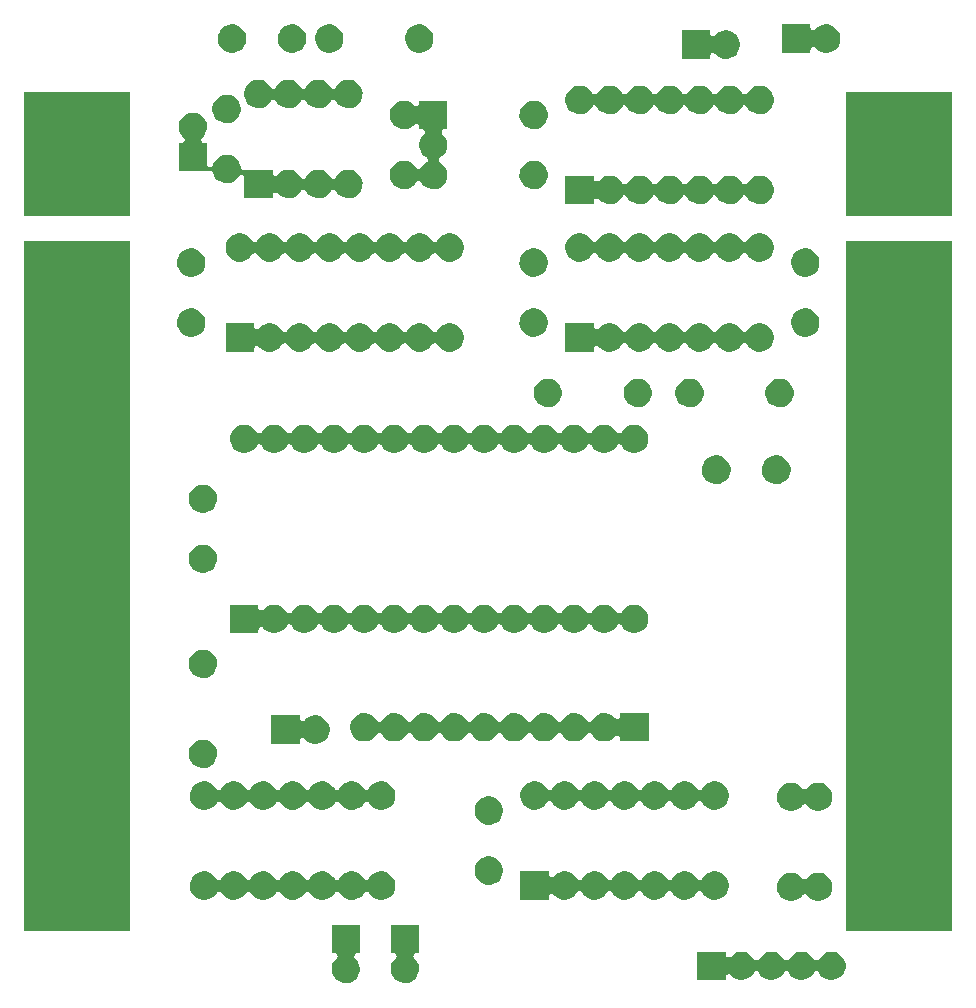
<source format=gts>
G04 #@! TF.FileFunction,Soldermask,Top*
%FSLAX46Y46*%
G04 Gerber Fmt 4.6, Leading zero omitted, Abs format (unit mm)*
G04 Created by KiCad (PCBNEW 4.0.0-stable) date Tue 15 Mar 2016 09:50:34 PM CET*
%MOMM*%
G01*
G04 APERTURE LIST*
%ADD10C,0.150000*%
G04 APERTURE END LIST*
D10*
G36*
X134798500Y-125928500D02*
X134557556Y-125928500D01*
X134487908Y-125938398D01*
X134423774Y-125967307D01*
X134370234Y-126012939D01*
X134331526Y-126071681D01*
X134310715Y-126138880D01*
X134309450Y-126209217D01*
X134327830Y-126277121D01*
X134380164Y-126354659D01*
X134533274Y-126508841D01*
X134663340Y-126704607D01*
X134752910Y-126921919D01*
X134798219Y-127150749D01*
X134798218Y-127150801D01*
X134798551Y-127152481D01*
X134794803Y-127420939D01*
X134794424Y-127422608D01*
X134794423Y-127422664D01*
X134742742Y-127650140D01*
X134647143Y-127864859D01*
X134511658Y-128056920D01*
X134341448Y-128219009D01*
X134142995Y-128344951D01*
X133923863Y-128429946D01*
X133692392Y-128470761D01*
X133457406Y-128465838D01*
X133227849Y-128415367D01*
X133012463Y-128321267D01*
X132819466Y-128187131D01*
X132656190Y-128018054D01*
X132528865Y-127820486D01*
X132442343Y-127601955D01*
X132399914Y-127370775D01*
X132403196Y-127135754D01*
X132452062Y-126905855D01*
X132544656Y-126689818D01*
X132677445Y-126495884D01*
X132819148Y-126357119D01*
X132861985Y-126301317D01*
X132887580Y-126235790D01*
X132893906Y-126165727D01*
X132880463Y-126096675D01*
X132848315Y-126034103D01*
X132800007Y-125982964D01*
X132739364Y-125947307D01*
X132644233Y-125928500D01*
X132401500Y-125928500D01*
X132401500Y-123531500D01*
X134798500Y-123531500D01*
X134798500Y-125928500D01*
X134798500Y-125928500D01*
G37*
G36*
X139798500Y-125928500D02*
X139557556Y-125928500D01*
X139487908Y-125938398D01*
X139423774Y-125967307D01*
X139370234Y-126012939D01*
X139331526Y-126071681D01*
X139310715Y-126138880D01*
X139309450Y-126209217D01*
X139327830Y-126277121D01*
X139380164Y-126354659D01*
X139533274Y-126508841D01*
X139663340Y-126704607D01*
X139752910Y-126921919D01*
X139798219Y-127150749D01*
X139798218Y-127150801D01*
X139798551Y-127152481D01*
X139794803Y-127420939D01*
X139794424Y-127422608D01*
X139794423Y-127422664D01*
X139742742Y-127650140D01*
X139647143Y-127864859D01*
X139511658Y-128056920D01*
X139341448Y-128219009D01*
X139142995Y-128344951D01*
X138923863Y-128429946D01*
X138692392Y-128470761D01*
X138457406Y-128465838D01*
X138227849Y-128415367D01*
X138012463Y-128321267D01*
X137819466Y-128187131D01*
X137656190Y-128018054D01*
X137528865Y-127820486D01*
X137442343Y-127601955D01*
X137399914Y-127370775D01*
X137403196Y-127135754D01*
X137452062Y-126905855D01*
X137544656Y-126689818D01*
X137677445Y-126495884D01*
X137819148Y-126357119D01*
X137861985Y-126301317D01*
X137887580Y-126235790D01*
X137893906Y-126165727D01*
X137880463Y-126096675D01*
X137848315Y-126034103D01*
X137800007Y-125982964D01*
X137739364Y-125947307D01*
X137644233Y-125928500D01*
X137401500Y-125928500D01*
X137401500Y-123531500D01*
X139798500Y-123531500D01*
X139798500Y-125928500D01*
X139798500Y-125928500D01*
G37*
G36*
X174835883Y-125802287D02*
X175066124Y-125849549D01*
X175282798Y-125940631D01*
X175477655Y-126072063D01*
X175643276Y-126238844D01*
X175773340Y-126434607D01*
X175862910Y-126651919D01*
X175908219Y-126880749D01*
X175908218Y-126880801D01*
X175908551Y-126882481D01*
X175904803Y-127150939D01*
X175904424Y-127152608D01*
X175904423Y-127152664D01*
X175852742Y-127380140D01*
X175757143Y-127594859D01*
X175621658Y-127786920D01*
X175451448Y-127949009D01*
X175252995Y-128074951D01*
X175033863Y-128159946D01*
X174802392Y-128200761D01*
X174567406Y-128195838D01*
X174337849Y-128145367D01*
X174122463Y-128051267D01*
X173929466Y-127917131D01*
X173766189Y-127748053D01*
X173651602Y-127570250D01*
X173605553Y-127517068D01*
X173546511Y-127478820D01*
X173479151Y-127458535D01*
X173408807Y-127457820D01*
X173341048Y-127476730D01*
X173281240Y-127513769D01*
X173234119Y-127566003D01*
X173221765Y-127588306D01*
X173081658Y-127786920D01*
X172911448Y-127949009D01*
X172712995Y-128074951D01*
X172493863Y-128159946D01*
X172262392Y-128200761D01*
X172027406Y-128195838D01*
X171797849Y-128145367D01*
X171582463Y-128051267D01*
X171389466Y-127917131D01*
X171226189Y-127748053D01*
X171111602Y-127570250D01*
X171065553Y-127517068D01*
X171006511Y-127478820D01*
X170939151Y-127458535D01*
X170868807Y-127457820D01*
X170801048Y-127476730D01*
X170741240Y-127513769D01*
X170694119Y-127566003D01*
X170681765Y-127588306D01*
X170541658Y-127786920D01*
X170371448Y-127949009D01*
X170172995Y-128074951D01*
X169953863Y-128159946D01*
X169722392Y-128200761D01*
X169487406Y-128195838D01*
X169257849Y-128145367D01*
X169042463Y-128051267D01*
X168849466Y-127917131D01*
X168686189Y-127748053D01*
X168571602Y-127570250D01*
X168525553Y-127517068D01*
X168466511Y-127478820D01*
X168399151Y-127458535D01*
X168328807Y-127457820D01*
X168261048Y-127476730D01*
X168201240Y-127513769D01*
X168154119Y-127566003D01*
X168141765Y-127588306D01*
X168001658Y-127786920D01*
X167831448Y-127949009D01*
X167632995Y-128074951D01*
X167413863Y-128159946D01*
X167182392Y-128200761D01*
X166947406Y-128195838D01*
X166717849Y-128145367D01*
X166502463Y-128051267D01*
X166309466Y-127917131D01*
X166178335Y-127781341D01*
X166122833Y-127738116D01*
X166057487Y-127712065D01*
X165987470Y-127705249D01*
X165918326Y-127718211D01*
X165855530Y-127749921D01*
X165804055Y-127797871D01*
X165767977Y-127858263D01*
X165748500Y-127955006D01*
X165748500Y-128198500D01*
X163351500Y-128198500D01*
X163351500Y-125801500D01*
X165748500Y-125801500D01*
X165748500Y-126041419D01*
X165758398Y-126111067D01*
X165787307Y-126175201D01*
X165832939Y-126228741D01*
X165891681Y-126267449D01*
X165958880Y-126288260D01*
X166029217Y-126289525D01*
X166097121Y-126271145D01*
X166173415Y-126220038D01*
X166335375Y-126061436D01*
X166532047Y-125932737D01*
X166749972Y-125844689D01*
X166980851Y-125800646D01*
X167215883Y-125802287D01*
X167446124Y-125849549D01*
X167662798Y-125940631D01*
X167857655Y-126072063D01*
X168023276Y-126238844D01*
X168150730Y-126430678D01*
X168197516Y-126483212D01*
X168257087Y-126520632D01*
X168324723Y-126539975D01*
X168395071Y-126539708D01*
X168462559Y-126519854D01*
X168521844Y-126481984D01*
X168565238Y-126433572D01*
X168707444Y-126225885D01*
X168875375Y-126061436D01*
X169072047Y-125932737D01*
X169289972Y-125844689D01*
X169520851Y-125800646D01*
X169755883Y-125802287D01*
X169986124Y-125849549D01*
X170202798Y-125940631D01*
X170397655Y-126072063D01*
X170563276Y-126238844D01*
X170690730Y-126430678D01*
X170737516Y-126483212D01*
X170797087Y-126520632D01*
X170864723Y-126539975D01*
X170935071Y-126539708D01*
X171002559Y-126519854D01*
X171061844Y-126481984D01*
X171105238Y-126433572D01*
X171247444Y-126225885D01*
X171415375Y-126061436D01*
X171612047Y-125932737D01*
X171829972Y-125844689D01*
X172060851Y-125800646D01*
X172295883Y-125802287D01*
X172526124Y-125849549D01*
X172742798Y-125940631D01*
X172937655Y-126072063D01*
X173103276Y-126238844D01*
X173230730Y-126430678D01*
X173277516Y-126483212D01*
X173337087Y-126520632D01*
X173404723Y-126539975D01*
X173475071Y-126539708D01*
X173542559Y-126519854D01*
X173601844Y-126481984D01*
X173645238Y-126433572D01*
X173787444Y-126225885D01*
X173955375Y-126061436D01*
X174152047Y-125932737D01*
X174369972Y-125844689D01*
X174600851Y-125800646D01*
X174835883Y-125802287D01*
X174835883Y-125802287D01*
G37*
G36*
X115360000Y-124040000D02*
X106360000Y-124040000D01*
X106360000Y-65600000D01*
X115360000Y-65600000D01*
X115360000Y-124040000D01*
X115360000Y-124040000D01*
G37*
G36*
X184950000Y-124040000D02*
X175950000Y-124040000D01*
X175950000Y-65600000D01*
X184950000Y-65600000D01*
X184950000Y-124040000D01*
X184950000Y-124040000D01*
G37*
G36*
X173725883Y-119112287D02*
X173956124Y-119159549D01*
X174172798Y-119250631D01*
X174367655Y-119382063D01*
X174533276Y-119548844D01*
X174663340Y-119744607D01*
X174752910Y-119961919D01*
X174798219Y-120190749D01*
X174798218Y-120190801D01*
X174798551Y-120192481D01*
X174794803Y-120460939D01*
X174794424Y-120462608D01*
X174794423Y-120462664D01*
X174742742Y-120690140D01*
X174647143Y-120904859D01*
X174511658Y-121096920D01*
X174341448Y-121259009D01*
X174142995Y-121384951D01*
X173923863Y-121469946D01*
X173692392Y-121510761D01*
X173457406Y-121505838D01*
X173227849Y-121455367D01*
X173012463Y-121361267D01*
X172819466Y-121227131D01*
X172650734Y-121052404D01*
X172611784Y-121007419D01*
X172552742Y-120969171D01*
X172485382Y-120948885D01*
X172415038Y-120948168D01*
X172347279Y-120967078D01*
X172287470Y-121004116D01*
X172243403Y-121051918D01*
X172211656Y-121096922D01*
X172041448Y-121259009D01*
X171842995Y-121384951D01*
X171623863Y-121469946D01*
X171392392Y-121510761D01*
X171157406Y-121505838D01*
X170927849Y-121455367D01*
X170712463Y-121361267D01*
X170519466Y-121227131D01*
X170356190Y-121058054D01*
X170228865Y-120860486D01*
X170142343Y-120641955D01*
X170099914Y-120410775D01*
X170103196Y-120175754D01*
X170152062Y-119945855D01*
X170244656Y-119729818D01*
X170377445Y-119535884D01*
X170545375Y-119371436D01*
X170742047Y-119242737D01*
X170959972Y-119154689D01*
X171190851Y-119110646D01*
X171425883Y-119112287D01*
X171656124Y-119159549D01*
X171872798Y-119250631D01*
X172067655Y-119382063D01*
X172233276Y-119548844D01*
X172242537Y-119562783D01*
X172289323Y-119615317D01*
X172348893Y-119652737D01*
X172416530Y-119672080D01*
X172486878Y-119671813D01*
X172554366Y-119651959D01*
X172613651Y-119614089D01*
X172657045Y-119565677D01*
X172677444Y-119535885D01*
X172845375Y-119371436D01*
X173042047Y-119242737D01*
X173259972Y-119154689D01*
X173490851Y-119110646D01*
X173725883Y-119112287D01*
X173725883Y-119112287D01*
G37*
G36*
X164945883Y-119012287D02*
X165176124Y-119059549D01*
X165392798Y-119150631D01*
X165587655Y-119282063D01*
X165753276Y-119448844D01*
X165883340Y-119644607D01*
X165972910Y-119861919D01*
X166018219Y-120090749D01*
X166018218Y-120090801D01*
X166018551Y-120092481D01*
X166014803Y-120360939D01*
X166014424Y-120362608D01*
X166014423Y-120362664D01*
X165962742Y-120590140D01*
X165867143Y-120804859D01*
X165731658Y-120996920D01*
X165561448Y-121159009D01*
X165362995Y-121284951D01*
X165143863Y-121369946D01*
X164912392Y-121410761D01*
X164677406Y-121405838D01*
X164447849Y-121355367D01*
X164232463Y-121261267D01*
X164039466Y-121127131D01*
X163876189Y-120958053D01*
X163761602Y-120780250D01*
X163715553Y-120727068D01*
X163656511Y-120688820D01*
X163589151Y-120668535D01*
X163518807Y-120667820D01*
X163451048Y-120686730D01*
X163391240Y-120723769D01*
X163344119Y-120776003D01*
X163331765Y-120798306D01*
X163191658Y-120996920D01*
X163021448Y-121159009D01*
X162822995Y-121284951D01*
X162603863Y-121369946D01*
X162372392Y-121410761D01*
X162137406Y-121405838D01*
X161907849Y-121355367D01*
X161692463Y-121261267D01*
X161499466Y-121127131D01*
X161336189Y-120958053D01*
X161221602Y-120780250D01*
X161175553Y-120727068D01*
X161116511Y-120688820D01*
X161049151Y-120668535D01*
X160978807Y-120667820D01*
X160911048Y-120686730D01*
X160851240Y-120723769D01*
X160804119Y-120776003D01*
X160791765Y-120798306D01*
X160651658Y-120996920D01*
X160481448Y-121159009D01*
X160282995Y-121284951D01*
X160063863Y-121369946D01*
X159832392Y-121410761D01*
X159597406Y-121405838D01*
X159367849Y-121355367D01*
X159152463Y-121261267D01*
X158959466Y-121127131D01*
X158796189Y-120958053D01*
X158681602Y-120780250D01*
X158635553Y-120727068D01*
X158576511Y-120688820D01*
X158509151Y-120668535D01*
X158438807Y-120667820D01*
X158371048Y-120686730D01*
X158311240Y-120723769D01*
X158264119Y-120776003D01*
X158251765Y-120798306D01*
X158111658Y-120996920D01*
X157941448Y-121159009D01*
X157742995Y-121284951D01*
X157523863Y-121369946D01*
X157292392Y-121410761D01*
X157057406Y-121405838D01*
X156827849Y-121355367D01*
X156612463Y-121261267D01*
X156419466Y-121127131D01*
X156256189Y-120958053D01*
X156141602Y-120780250D01*
X156095553Y-120727068D01*
X156036511Y-120688820D01*
X155969151Y-120668535D01*
X155898807Y-120667820D01*
X155831048Y-120686730D01*
X155771240Y-120723769D01*
X155724119Y-120776003D01*
X155711765Y-120798306D01*
X155571658Y-120996920D01*
X155401448Y-121159009D01*
X155202995Y-121284951D01*
X154983863Y-121369946D01*
X154752392Y-121410761D01*
X154517406Y-121405838D01*
X154287849Y-121355367D01*
X154072463Y-121261267D01*
X153879466Y-121127131D01*
X153716189Y-120958053D01*
X153601602Y-120780250D01*
X153555553Y-120727068D01*
X153496511Y-120688820D01*
X153429151Y-120668535D01*
X153358807Y-120667820D01*
X153291048Y-120686730D01*
X153231240Y-120723769D01*
X153184119Y-120776003D01*
X153171765Y-120798306D01*
X153031658Y-120996920D01*
X152861448Y-121159009D01*
X152662995Y-121284951D01*
X152443863Y-121369946D01*
X152212392Y-121410761D01*
X151977406Y-121405838D01*
X151747849Y-121355367D01*
X151532463Y-121261267D01*
X151339466Y-121127131D01*
X151208335Y-120991341D01*
X151152833Y-120948116D01*
X151087487Y-120922065D01*
X151017470Y-120915249D01*
X150948326Y-120928211D01*
X150885530Y-120959921D01*
X150834055Y-121007871D01*
X150797977Y-121068263D01*
X150778500Y-121165006D01*
X150778500Y-121408500D01*
X148381500Y-121408500D01*
X148381500Y-119011500D01*
X150778500Y-119011500D01*
X150778500Y-119251419D01*
X150788398Y-119321067D01*
X150817307Y-119385201D01*
X150862939Y-119438741D01*
X150921681Y-119477449D01*
X150988880Y-119498260D01*
X151059217Y-119499525D01*
X151127121Y-119481145D01*
X151203415Y-119430038D01*
X151365375Y-119271436D01*
X151562047Y-119142737D01*
X151779972Y-119054689D01*
X152010851Y-119010646D01*
X152245883Y-119012287D01*
X152476124Y-119059549D01*
X152692798Y-119150631D01*
X152887655Y-119282063D01*
X153053276Y-119448844D01*
X153180730Y-119640678D01*
X153227516Y-119693212D01*
X153287087Y-119730632D01*
X153354723Y-119749975D01*
X153425071Y-119749708D01*
X153492559Y-119729854D01*
X153551844Y-119691984D01*
X153595238Y-119643572D01*
X153737444Y-119435885D01*
X153905375Y-119271436D01*
X154102047Y-119142737D01*
X154319972Y-119054689D01*
X154550851Y-119010646D01*
X154785883Y-119012287D01*
X155016124Y-119059549D01*
X155232798Y-119150631D01*
X155427655Y-119282063D01*
X155593276Y-119448844D01*
X155720730Y-119640678D01*
X155767516Y-119693212D01*
X155827087Y-119730632D01*
X155894723Y-119749975D01*
X155965071Y-119749708D01*
X156032559Y-119729854D01*
X156091844Y-119691984D01*
X156135238Y-119643572D01*
X156277444Y-119435885D01*
X156445375Y-119271436D01*
X156642047Y-119142737D01*
X156859972Y-119054689D01*
X157090851Y-119010646D01*
X157325883Y-119012287D01*
X157556124Y-119059549D01*
X157772798Y-119150631D01*
X157967655Y-119282063D01*
X158133276Y-119448844D01*
X158260730Y-119640678D01*
X158307516Y-119693212D01*
X158367087Y-119730632D01*
X158434723Y-119749975D01*
X158505071Y-119749708D01*
X158572559Y-119729854D01*
X158631844Y-119691984D01*
X158675238Y-119643572D01*
X158817444Y-119435885D01*
X158985375Y-119271436D01*
X159182047Y-119142737D01*
X159399972Y-119054689D01*
X159630851Y-119010646D01*
X159865883Y-119012287D01*
X160096124Y-119059549D01*
X160312798Y-119150631D01*
X160507655Y-119282063D01*
X160673276Y-119448844D01*
X160800730Y-119640678D01*
X160847516Y-119693212D01*
X160907087Y-119730632D01*
X160974723Y-119749975D01*
X161045071Y-119749708D01*
X161112559Y-119729854D01*
X161171844Y-119691984D01*
X161215238Y-119643572D01*
X161357444Y-119435885D01*
X161525375Y-119271436D01*
X161722047Y-119142737D01*
X161939972Y-119054689D01*
X162170851Y-119010646D01*
X162405883Y-119012287D01*
X162636124Y-119059549D01*
X162852798Y-119150631D01*
X163047655Y-119282063D01*
X163213276Y-119448844D01*
X163340730Y-119640678D01*
X163387516Y-119693212D01*
X163447087Y-119730632D01*
X163514723Y-119749975D01*
X163585071Y-119749708D01*
X163652559Y-119729854D01*
X163711844Y-119691984D01*
X163755238Y-119643572D01*
X163897444Y-119435885D01*
X164065375Y-119271436D01*
X164262047Y-119142737D01*
X164479972Y-119054689D01*
X164710851Y-119010646D01*
X164945883Y-119012287D01*
X164945883Y-119012287D01*
G37*
G36*
X136725883Y-119012287D02*
X136956124Y-119059549D01*
X137172798Y-119150631D01*
X137367655Y-119282063D01*
X137533276Y-119448844D01*
X137663340Y-119644607D01*
X137752910Y-119861919D01*
X137798219Y-120090749D01*
X137798218Y-120090801D01*
X137798551Y-120092481D01*
X137794803Y-120360939D01*
X137794424Y-120362608D01*
X137794423Y-120362664D01*
X137742742Y-120590140D01*
X137647143Y-120804859D01*
X137511658Y-120996920D01*
X137341448Y-121159009D01*
X137142995Y-121284951D01*
X136923863Y-121369946D01*
X136692392Y-121410761D01*
X136457406Y-121405838D01*
X136227849Y-121355367D01*
X136012463Y-121261267D01*
X135819466Y-121127131D01*
X135656189Y-120958053D01*
X135562346Y-120812438D01*
X135516297Y-120759256D01*
X135457255Y-120721008D01*
X135389895Y-120700723D01*
X135319551Y-120700008D01*
X135251792Y-120718918D01*
X135191984Y-120755956D01*
X135147919Y-120803758D01*
X135011658Y-120996920D01*
X134841448Y-121159009D01*
X134642995Y-121284951D01*
X134423863Y-121369946D01*
X134192392Y-121410761D01*
X133957406Y-121405838D01*
X133727849Y-121355367D01*
X133512463Y-121261267D01*
X133319466Y-121127131D01*
X133156189Y-120958053D01*
X133062346Y-120812438D01*
X133016297Y-120759256D01*
X132957255Y-120721008D01*
X132889895Y-120700723D01*
X132819551Y-120700008D01*
X132751792Y-120718918D01*
X132691984Y-120755956D01*
X132647919Y-120803758D01*
X132511658Y-120996920D01*
X132341448Y-121159009D01*
X132142995Y-121284951D01*
X131923863Y-121369946D01*
X131692392Y-121410761D01*
X131457406Y-121405838D01*
X131227849Y-121355367D01*
X131012463Y-121261267D01*
X130819466Y-121127131D01*
X130656189Y-120958053D01*
X130562346Y-120812438D01*
X130516297Y-120759256D01*
X130457255Y-120721008D01*
X130389895Y-120700723D01*
X130319551Y-120700008D01*
X130251792Y-120718918D01*
X130191984Y-120755956D01*
X130147919Y-120803758D01*
X130011658Y-120996920D01*
X129841448Y-121159009D01*
X129642995Y-121284951D01*
X129423863Y-121369946D01*
X129192392Y-121410761D01*
X128957406Y-121405838D01*
X128727849Y-121355367D01*
X128512463Y-121261267D01*
X128319466Y-121127131D01*
X128156189Y-120958053D01*
X128062346Y-120812438D01*
X128016297Y-120759256D01*
X127957255Y-120721008D01*
X127889895Y-120700723D01*
X127819551Y-120700008D01*
X127751792Y-120718918D01*
X127691984Y-120755956D01*
X127647919Y-120803758D01*
X127511658Y-120996920D01*
X127341448Y-121159009D01*
X127142995Y-121284951D01*
X126923863Y-121369946D01*
X126692392Y-121410761D01*
X126457406Y-121405838D01*
X126227849Y-121355367D01*
X126012463Y-121261267D01*
X125819466Y-121127131D01*
X125656189Y-120958053D01*
X125562346Y-120812438D01*
X125516297Y-120759256D01*
X125457255Y-120721008D01*
X125389895Y-120700723D01*
X125319551Y-120700008D01*
X125251792Y-120718918D01*
X125191984Y-120755956D01*
X125147919Y-120803758D01*
X125011658Y-120996920D01*
X124841448Y-121159009D01*
X124642995Y-121284951D01*
X124423863Y-121369946D01*
X124192392Y-121410761D01*
X123957406Y-121405838D01*
X123727849Y-121355367D01*
X123512463Y-121261267D01*
X123319466Y-121127131D01*
X123156189Y-120958053D01*
X123062346Y-120812438D01*
X123016297Y-120759256D01*
X122957255Y-120721008D01*
X122889895Y-120700723D01*
X122819551Y-120700008D01*
X122751792Y-120718918D01*
X122691984Y-120755956D01*
X122647919Y-120803758D01*
X122511658Y-120996920D01*
X122341448Y-121159009D01*
X122142995Y-121284951D01*
X121923863Y-121369946D01*
X121692392Y-121410761D01*
X121457406Y-121405838D01*
X121227849Y-121355367D01*
X121012463Y-121261267D01*
X120819466Y-121127131D01*
X120656190Y-120958054D01*
X120528865Y-120760486D01*
X120442343Y-120541955D01*
X120399914Y-120310775D01*
X120403196Y-120075754D01*
X120452062Y-119845855D01*
X120544656Y-119629818D01*
X120677445Y-119435884D01*
X120845375Y-119271436D01*
X121042047Y-119142737D01*
X121259972Y-119054689D01*
X121490851Y-119010646D01*
X121725883Y-119012287D01*
X121956124Y-119059549D01*
X122172798Y-119150631D01*
X122367655Y-119282063D01*
X122533273Y-119448841D01*
X122641030Y-119611029D01*
X122687817Y-119663563D01*
X122747387Y-119700983D01*
X122815024Y-119720326D01*
X122885372Y-119720059D01*
X122952860Y-119700205D01*
X123012145Y-119662335D01*
X123055539Y-119613923D01*
X123177444Y-119435885D01*
X123345375Y-119271436D01*
X123542047Y-119142737D01*
X123759972Y-119054689D01*
X123990851Y-119010646D01*
X124225883Y-119012287D01*
X124456124Y-119059549D01*
X124672798Y-119150631D01*
X124867655Y-119282063D01*
X125033273Y-119448841D01*
X125141030Y-119611029D01*
X125187817Y-119663563D01*
X125247387Y-119700983D01*
X125315024Y-119720326D01*
X125385372Y-119720059D01*
X125452860Y-119700205D01*
X125512145Y-119662335D01*
X125555539Y-119613923D01*
X125677444Y-119435885D01*
X125845375Y-119271436D01*
X126042047Y-119142737D01*
X126259972Y-119054689D01*
X126490851Y-119010646D01*
X126725883Y-119012287D01*
X126956124Y-119059549D01*
X127172798Y-119150631D01*
X127367655Y-119282063D01*
X127533273Y-119448841D01*
X127641030Y-119611029D01*
X127687817Y-119663563D01*
X127747387Y-119700983D01*
X127815024Y-119720326D01*
X127885372Y-119720059D01*
X127952860Y-119700205D01*
X128012145Y-119662335D01*
X128055539Y-119613923D01*
X128177444Y-119435885D01*
X128345375Y-119271436D01*
X128542047Y-119142737D01*
X128759972Y-119054689D01*
X128990851Y-119010646D01*
X129225883Y-119012287D01*
X129456124Y-119059549D01*
X129672798Y-119150631D01*
X129867655Y-119282063D01*
X130033273Y-119448841D01*
X130141030Y-119611029D01*
X130187817Y-119663563D01*
X130247387Y-119700983D01*
X130315024Y-119720326D01*
X130385372Y-119720059D01*
X130452860Y-119700205D01*
X130512145Y-119662335D01*
X130555539Y-119613923D01*
X130677444Y-119435885D01*
X130845375Y-119271436D01*
X131042047Y-119142737D01*
X131259972Y-119054689D01*
X131490851Y-119010646D01*
X131725883Y-119012287D01*
X131956124Y-119059549D01*
X132172798Y-119150631D01*
X132367655Y-119282063D01*
X132533273Y-119448841D01*
X132641030Y-119611029D01*
X132687817Y-119663563D01*
X132747387Y-119700983D01*
X132815024Y-119720326D01*
X132885372Y-119720059D01*
X132952860Y-119700205D01*
X133012145Y-119662335D01*
X133055539Y-119613923D01*
X133177444Y-119435885D01*
X133345375Y-119271436D01*
X133542047Y-119142737D01*
X133759972Y-119054689D01*
X133990851Y-119010646D01*
X134225883Y-119012287D01*
X134456124Y-119059549D01*
X134672798Y-119150631D01*
X134867655Y-119282063D01*
X135033273Y-119448841D01*
X135141030Y-119611029D01*
X135187817Y-119663563D01*
X135247387Y-119700983D01*
X135315024Y-119720326D01*
X135385372Y-119720059D01*
X135452860Y-119700205D01*
X135512145Y-119662335D01*
X135555539Y-119613923D01*
X135677444Y-119435885D01*
X135845375Y-119271436D01*
X136042047Y-119142737D01*
X136259972Y-119054689D01*
X136490851Y-119010646D01*
X136725883Y-119012287D01*
X136725883Y-119012287D01*
G37*
G36*
X145825883Y-117742287D02*
X146056124Y-117789549D01*
X146272798Y-117880631D01*
X146467655Y-118012063D01*
X146633276Y-118178844D01*
X146763340Y-118374607D01*
X146852910Y-118591919D01*
X146898219Y-118820749D01*
X146898218Y-118820801D01*
X146898551Y-118822481D01*
X146894803Y-119090939D01*
X146894424Y-119092608D01*
X146894423Y-119092664D01*
X146842742Y-119320140D01*
X146747143Y-119534859D01*
X146611658Y-119726920D01*
X146441448Y-119889009D01*
X146242995Y-120014951D01*
X146023863Y-120099946D01*
X145792392Y-120140761D01*
X145557406Y-120135838D01*
X145327849Y-120085367D01*
X145112463Y-119991267D01*
X144919466Y-119857131D01*
X144756190Y-119688054D01*
X144628865Y-119490486D01*
X144542343Y-119271955D01*
X144499914Y-119040775D01*
X144503196Y-118805754D01*
X144552062Y-118575855D01*
X144644656Y-118359818D01*
X144777445Y-118165884D01*
X144945375Y-118001436D01*
X145142047Y-117872737D01*
X145359972Y-117784689D01*
X145590851Y-117740646D01*
X145825883Y-117742287D01*
X145825883Y-117742287D01*
G37*
G36*
X145825883Y-112662287D02*
X146056124Y-112709549D01*
X146272798Y-112800631D01*
X146467655Y-112932063D01*
X146633276Y-113098844D01*
X146763340Y-113294607D01*
X146852910Y-113511919D01*
X146898219Y-113740749D01*
X146898218Y-113740801D01*
X146898551Y-113742481D01*
X146894803Y-114010939D01*
X146894424Y-114012608D01*
X146894423Y-114012664D01*
X146842742Y-114240140D01*
X146747143Y-114454859D01*
X146611658Y-114646920D01*
X146441448Y-114809009D01*
X146242995Y-114934951D01*
X146023863Y-115019946D01*
X145792392Y-115060761D01*
X145557406Y-115055838D01*
X145327849Y-115005367D01*
X145112463Y-114911267D01*
X144919466Y-114777131D01*
X144756190Y-114608054D01*
X144628865Y-114410486D01*
X144542343Y-114191955D01*
X144499914Y-113960775D01*
X144503196Y-113725754D01*
X144552062Y-113495855D01*
X144644656Y-113279818D01*
X144777445Y-113085884D01*
X144945375Y-112921436D01*
X145142047Y-112792737D01*
X145359972Y-112704689D01*
X145590851Y-112660646D01*
X145825883Y-112662287D01*
X145825883Y-112662287D01*
G37*
G36*
X173725883Y-111492287D02*
X173956124Y-111539549D01*
X174172798Y-111630631D01*
X174367655Y-111762063D01*
X174533276Y-111928844D01*
X174663340Y-112124607D01*
X174752910Y-112341919D01*
X174798219Y-112570749D01*
X174798218Y-112570801D01*
X174798551Y-112572481D01*
X174794803Y-112840939D01*
X174794424Y-112842608D01*
X174794423Y-112842664D01*
X174742742Y-113070140D01*
X174647143Y-113284859D01*
X174511658Y-113476920D01*
X174341448Y-113639009D01*
X174142995Y-113764951D01*
X173923863Y-113849946D01*
X173692392Y-113890761D01*
X173457406Y-113885838D01*
X173227849Y-113835367D01*
X173012463Y-113741267D01*
X172819466Y-113607131D01*
X172650734Y-113432404D01*
X172611784Y-113387419D01*
X172552742Y-113349171D01*
X172485382Y-113328885D01*
X172415038Y-113328168D01*
X172347279Y-113347078D01*
X172287470Y-113384116D01*
X172243403Y-113431918D01*
X172211656Y-113476922D01*
X172041448Y-113639009D01*
X171842995Y-113764951D01*
X171623863Y-113849946D01*
X171392392Y-113890761D01*
X171157406Y-113885838D01*
X170927849Y-113835367D01*
X170712463Y-113741267D01*
X170519466Y-113607131D01*
X170356190Y-113438054D01*
X170228865Y-113240486D01*
X170142343Y-113021955D01*
X170099914Y-112790775D01*
X170103196Y-112555754D01*
X170152062Y-112325855D01*
X170244656Y-112109818D01*
X170377445Y-111915884D01*
X170545375Y-111751436D01*
X170742047Y-111622737D01*
X170959972Y-111534689D01*
X171190851Y-111490646D01*
X171425883Y-111492287D01*
X171656124Y-111539549D01*
X171872798Y-111630631D01*
X172067655Y-111762063D01*
X172233276Y-111928844D01*
X172242537Y-111942783D01*
X172289323Y-111995317D01*
X172348893Y-112032737D01*
X172416530Y-112052080D01*
X172486878Y-112051813D01*
X172554366Y-112031959D01*
X172613651Y-111994089D01*
X172657045Y-111945677D01*
X172677444Y-111915885D01*
X172845375Y-111751436D01*
X173042047Y-111622737D01*
X173259972Y-111534689D01*
X173490851Y-111490646D01*
X173725883Y-111492287D01*
X173725883Y-111492287D01*
G37*
G36*
X136725883Y-111392287D02*
X136956124Y-111439549D01*
X137172798Y-111530631D01*
X137367655Y-111662063D01*
X137533276Y-111828844D01*
X137663340Y-112024607D01*
X137752910Y-112241919D01*
X137798219Y-112470749D01*
X137798218Y-112470801D01*
X137798551Y-112472481D01*
X137794803Y-112740939D01*
X137794424Y-112742608D01*
X137794423Y-112742664D01*
X137742742Y-112970140D01*
X137647143Y-113184859D01*
X137511658Y-113376920D01*
X137341448Y-113539009D01*
X137142995Y-113664951D01*
X136923863Y-113749946D01*
X136692392Y-113790761D01*
X136457406Y-113785838D01*
X136227849Y-113735367D01*
X136012463Y-113641267D01*
X135819466Y-113507131D01*
X135656189Y-113338053D01*
X135562346Y-113192438D01*
X135516297Y-113139256D01*
X135457255Y-113101008D01*
X135389895Y-113080723D01*
X135319551Y-113080008D01*
X135251792Y-113098918D01*
X135191984Y-113135956D01*
X135147919Y-113183758D01*
X135011658Y-113376920D01*
X134841448Y-113539009D01*
X134642995Y-113664951D01*
X134423863Y-113749946D01*
X134192392Y-113790761D01*
X133957406Y-113785838D01*
X133727849Y-113735367D01*
X133512463Y-113641267D01*
X133319466Y-113507131D01*
X133156189Y-113338053D01*
X133062346Y-113192438D01*
X133016297Y-113139256D01*
X132957255Y-113101008D01*
X132889895Y-113080723D01*
X132819551Y-113080008D01*
X132751792Y-113098918D01*
X132691984Y-113135956D01*
X132647919Y-113183758D01*
X132511658Y-113376920D01*
X132341448Y-113539009D01*
X132142995Y-113664951D01*
X131923863Y-113749946D01*
X131692392Y-113790761D01*
X131457406Y-113785838D01*
X131227849Y-113735367D01*
X131012463Y-113641267D01*
X130819466Y-113507131D01*
X130656189Y-113338053D01*
X130562346Y-113192438D01*
X130516297Y-113139256D01*
X130457255Y-113101008D01*
X130389895Y-113080723D01*
X130319551Y-113080008D01*
X130251792Y-113098918D01*
X130191984Y-113135956D01*
X130147919Y-113183758D01*
X130011658Y-113376920D01*
X129841448Y-113539009D01*
X129642995Y-113664951D01*
X129423863Y-113749946D01*
X129192392Y-113790761D01*
X128957406Y-113785838D01*
X128727849Y-113735367D01*
X128512463Y-113641267D01*
X128319466Y-113507131D01*
X128156189Y-113338053D01*
X128062346Y-113192438D01*
X128016297Y-113139256D01*
X127957255Y-113101008D01*
X127889895Y-113080723D01*
X127819551Y-113080008D01*
X127751792Y-113098918D01*
X127691984Y-113135956D01*
X127647919Y-113183758D01*
X127511658Y-113376920D01*
X127341448Y-113539009D01*
X127142995Y-113664951D01*
X126923863Y-113749946D01*
X126692392Y-113790761D01*
X126457406Y-113785838D01*
X126227849Y-113735367D01*
X126012463Y-113641267D01*
X125819466Y-113507131D01*
X125656189Y-113338053D01*
X125562346Y-113192438D01*
X125516297Y-113139256D01*
X125457255Y-113101008D01*
X125389895Y-113080723D01*
X125319551Y-113080008D01*
X125251792Y-113098918D01*
X125191984Y-113135956D01*
X125147919Y-113183758D01*
X125011658Y-113376920D01*
X124841448Y-113539009D01*
X124642995Y-113664951D01*
X124423863Y-113749946D01*
X124192392Y-113790761D01*
X123957406Y-113785838D01*
X123727849Y-113735367D01*
X123512463Y-113641267D01*
X123319466Y-113507131D01*
X123156189Y-113338053D01*
X123062346Y-113192438D01*
X123016297Y-113139256D01*
X122957255Y-113101008D01*
X122889895Y-113080723D01*
X122819551Y-113080008D01*
X122751792Y-113098918D01*
X122691984Y-113135956D01*
X122647919Y-113183758D01*
X122511658Y-113376920D01*
X122341448Y-113539009D01*
X122142995Y-113664951D01*
X121923863Y-113749946D01*
X121692392Y-113790761D01*
X121457406Y-113785838D01*
X121227849Y-113735367D01*
X121012463Y-113641267D01*
X120819466Y-113507131D01*
X120656190Y-113338054D01*
X120528865Y-113140486D01*
X120442343Y-112921955D01*
X120399914Y-112690775D01*
X120403196Y-112455754D01*
X120452062Y-112225855D01*
X120544656Y-112009818D01*
X120677445Y-111815884D01*
X120845375Y-111651436D01*
X121042047Y-111522737D01*
X121259972Y-111434689D01*
X121490851Y-111390646D01*
X121725883Y-111392287D01*
X121956124Y-111439549D01*
X122172798Y-111530631D01*
X122367655Y-111662063D01*
X122533273Y-111828841D01*
X122641030Y-111991029D01*
X122687817Y-112043563D01*
X122747387Y-112080983D01*
X122815024Y-112100326D01*
X122885372Y-112100059D01*
X122952860Y-112080205D01*
X123012145Y-112042335D01*
X123055539Y-111993923D01*
X123177444Y-111815885D01*
X123345375Y-111651436D01*
X123542047Y-111522737D01*
X123759972Y-111434689D01*
X123990851Y-111390646D01*
X124225883Y-111392287D01*
X124456124Y-111439549D01*
X124672798Y-111530631D01*
X124867655Y-111662063D01*
X125033273Y-111828841D01*
X125141030Y-111991029D01*
X125187817Y-112043563D01*
X125247387Y-112080983D01*
X125315024Y-112100326D01*
X125385372Y-112100059D01*
X125452860Y-112080205D01*
X125512145Y-112042335D01*
X125555539Y-111993923D01*
X125677444Y-111815885D01*
X125845375Y-111651436D01*
X126042047Y-111522737D01*
X126259972Y-111434689D01*
X126490851Y-111390646D01*
X126725883Y-111392287D01*
X126956124Y-111439549D01*
X127172798Y-111530631D01*
X127367655Y-111662063D01*
X127533273Y-111828841D01*
X127641030Y-111991029D01*
X127687817Y-112043563D01*
X127747387Y-112080983D01*
X127815024Y-112100326D01*
X127885372Y-112100059D01*
X127952860Y-112080205D01*
X128012145Y-112042335D01*
X128055539Y-111993923D01*
X128177444Y-111815885D01*
X128345375Y-111651436D01*
X128542047Y-111522737D01*
X128759972Y-111434689D01*
X128990851Y-111390646D01*
X129225883Y-111392287D01*
X129456124Y-111439549D01*
X129672798Y-111530631D01*
X129867655Y-111662063D01*
X130033273Y-111828841D01*
X130141030Y-111991029D01*
X130187817Y-112043563D01*
X130247387Y-112080983D01*
X130315024Y-112100326D01*
X130385372Y-112100059D01*
X130452860Y-112080205D01*
X130512145Y-112042335D01*
X130555539Y-111993923D01*
X130677444Y-111815885D01*
X130845375Y-111651436D01*
X131042047Y-111522737D01*
X131259972Y-111434689D01*
X131490851Y-111390646D01*
X131725883Y-111392287D01*
X131956124Y-111439549D01*
X132172798Y-111530631D01*
X132367655Y-111662063D01*
X132533273Y-111828841D01*
X132641030Y-111991029D01*
X132687817Y-112043563D01*
X132747387Y-112080983D01*
X132815024Y-112100326D01*
X132885372Y-112100059D01*
X132952860Y-112080205D01*
X133012145Y-112042335D01*
X133055539Y-111993923D01*
X133177444Y-111815885D01*
X133345375Y-111651436D01*
X133542047Y-111522737D01*
X133759972Y-111434689D01*
X133990851Y-111390646D01*
X134225883Y-111392287D01*
X134456124Y-111439549D01*
X134672798Y-111530631D01*
X134867655Y-111662063D01*
X135033273Y-111828841D01*
X135141030Y-111991029D01*
X135187817Y-112043563D01*
X135247387Y-112080983D01*
X135315024Y-112100326D01*
X135385372Y-112100059D01*
X135452860Y-112080205D01*
X135512145Y-112042335D01*
X135555539Y-111993923D01*
X135677444Y-111815885D01*
X135845375Y-111651436D01*
X136042047Y-111522737D01*
X136259972Y-111434689D01*
X136490851Y-111390646D01*
X136725883Y-111392287D01*
X136725883Y-111392287D01*
G37*
G36*
X164945883Y-111392287D02*
X165176124Y-111439549D01*
X165392798Y-111530631D01*
X165587655Y-111662063D01*
X165753276Y-111828844D01*
X165883340Y-112024607D01*
X165972910Y-112241919D01*
X166018219Y-112470749D01*
X166018218Y-112470801D01*
X166018551Y-112472481D01*
X166014803Y-112740939D01*
X166014424Y-112742608D01*
X166014423Y-112742664D01*
X165962742Y-112970140D01*
X165867143Y-113184859D01*
X165731658Y-113376920D01*
X165561448Y-113539009D01*
X165362995Y-113664951D01*
X165143863Y-113749946D01*
X164912392Y-113790761D01*
X164677406Y-113785838D01*
X164447849Y-113735367D01*
X164232463Y-113641267D01*
X164039466Y-113507131D01*
X163876189Y-113338053D01*
X163761602Y-113160250D01*
X163715553Y-113107068D01*
X163656511Y-113068820D01*
X163589151Y-113048535D01*
X163518807Y-113047820D01*
X163451048Y-113066730D01*
X163391240Y-113103769D01*
X163344119Y-113156003D01*
X163331765Y-113178306D01*
X163191658Y-113376920D01*
X163021448Y-113539009D01*
X162822995Y-113664951D01*
X162603863Y-113749946D01*
X162372392Y-113790761D01*
X162137406Y-113785838D01*
X161907849Y-113735367D01*
X161692463Y-113641267D01*
X161499466Y-113507131D01*
X161336189Y-113338053D01*
X161221602Y-113160250D01*
X161175553Y-113107068D01*
X161116511Y-113068820D01*
X161049151Y-113048535D01*
X160978807Y-113047820D01*
X160911048Y-113066730D01*
X160851240Y-113103769D01*
X160804119Y-113156003D01*
X160791765Y-113178306D01*
X160651658Y-113376920D01*
X160481448Y-113539009D01*
X160282995Y-113664951D01*
X160063863Y-113749946D01*
X159832392Y-113790761D01*
X159597406Y-113785838D01*
X159367849Y-113735367D01*
X159152463Y-113641267D01*
X158959466Y-113507131D01*
X158796189Y-113338053D01*
X158681602Y-113160250D01*
X158635553Y-113107068D01*
X158576511Y-113068820D01*
X158509151Y-113048535D01*
X158438807Y-113047820D01*
X158371048Y-113066730D01*
X158311240Y-113103769D01*
X158264119Y-113156003D01*
X158251765Y-113178306D01*
X158111658Y-113376920D01*
X157941448Y-113539009D01*
X157742995Y-113664951D01*
X157523863Y-113749946D01*
X157292392Y-113790761D01*
X157057406Y-113785838D01*
X156827849Y-113735367D01*
X156612463Y-113641267D01*
X156419466Y-113507131D01*
X156256189Y-113338053D01*
X156141602Y-113160250D01*
X156095553Y-113107068D01*
X156036511Y-113068820D01*
X155969151Y-113048535D01*
X155898807Y-113047820D01*
X155831048Y-113066730D01*
X155771240Y-113103769D01*
X155724119Y-113156003D01*
X155711765Y-113178306D01*
X155571658Y-113376920D01*
X155401448Y-113539009D01*
X155202995Y-113664951D01*
X154983863Y-113749946D01*
X154752392Y-113790761D01*
X154517406Y-113785838D01*
X154287849Y-113735367D01*
X154072463Y-113641267D01*
X153879466Y-113507131D01*
X153716189Y-113338053D01*
X153601602Y-113160250D01*
X153555553Y-113107068D01*
X153496511Y-113068820D01*
X153429151Y-113048535D01*
X153358807Y-113047820D01*
X153291048Y-113066730D01*
X153231240Y-113103769D01*
X153184119Y-113156003D01*
X153171765Y-113178306D01*
X153031658Y-113376920D01*
X152861448Y-113539009D01*
X152662995Y-113664951D01*
X152443863Y-113749946D01*
X152212392Y-113790761D01*
X151977406Y-113785838D01*
X151747849Y-113735367D01*
X151532463Y-113641267D01*
X151339466Y-113507131D01*
X151176189Y-113338053D01*
X151061602Y-113160250D01*
X151015553Y-113107068D01*
X150956511Y-113068820D01*
X150889151Y-113048535D01*
X150818807Y-113047820D01*
X150751048Y-113066730D01*
X150691240Y-113103769D01*
X150644119Y-113156003D01*
X150631765Y-113178306D01*
X150491658Y-113376920D01*
X150321448Y-113539009D01*
X150122995Y-113664951D01*
X149903863Y-113749946D01*
X149672392Y-113790761D01*
X149437406Y-113785838D01*
X149207849Y-113735367D01*
X148992463Y-113641267D01*
X148799466Y-113507131D01*
X148636190Y-113338054D01*
X148508865Y-113140486D01*
X148422343Y-112921955D01*
X148379914Y-112690775D01*
X148383196Y-112455754D01*
X148432062Y-112225855D01*
X148524656Y-112009818D01*
X148657445Y-111815884D01*
X148825375Y-111651436D01*
X149022047Y-111522737D01*
X149239972Y-111434689D01*
X149470851Y-111390646D01*
X149705883Y-111392287D01*
X149936124Y-111439549D01*
X150152798Y-111530631D01*
X150347655Y-111662063D01*
X150513276Y-111828844D01*
X150640730Y-112020678D01*
X150687516Y-112073212D01*
X150747087Y-112110632D01*
X150814723Y-112129975D01*
X150885071Y-112129708D01*
X150952559Y-112109854D01*
X151011844Y-112071984D01*
X151055238Y-112023572D01*
X151197444Y-111815885D01*
X151365375Y-111651436D01*
X151562047Y-111522737D01*
X151779972Y-111434689D01*
X152010851Y-111390646D01*
X152245883Y-111392287D01*
X152476124Y-111439549D01*
X152692798Y-111530631D01*
X152887655Y-111662063D01*
X153053276Y-111828844D01*
X153180730Y-112020678D01*
X153227516Y-112073212D01*
X153287087Y-112110632D01*
X153354723Y-112129975D01*
X153425071Y-112129708D01*
X153492559Y-112109854D01*
X153551844Y-112071984D01*
X153595238Y-112023572D01*
X153737444Y-111815885D01*
X153905375Y-111651436D01*
X154102047Y-111522737D01*
X154319972Y-111434689D01*
X154550851Y-111390646D01*
X154785883Y-111392287D01*
X155016124Y-111439549D01*
X155232798Y-111530631D01*
X155427655Y-111662063D01*
X155593276Y-111828844D01*
X155720730Y-112020678D01*
X155767516Y-112073212D01*
X155827087Y-112110632D01*
X155894723Y-112129975D01*
X155965071Y-112129708D01*
X156032559Y-112109854D01*
X156091844Y-112071984D01*
X156135238Y-112023572D01*
X156277444Y-111815885D01*
X156445375Y-111651436D01*
X156642047Y-111522737D01*
X156859972Y-111434689D01*
X157090851Y-111390646D01*
X157325883Y-111392287D01*
X157556124Y-111439549D01*
X157772798Y-111530631D01*
X157967655Y-111662063D01*
X158133276Y-111828844D01*
X158260730Y-112020678D01*
X158307516Y-112073212D01*
X158367087Y-112110632D01*
X158434723Y-112129975D01*
X158505071Y-112129708D01*
X158572559Y-112109854D01*
X158631844Y-112071984D01*
X158675238Y-112023572D01*
X158817444Y-111815885D01*
X158985375Y-111651436D01*
X159182047Y-111522737D01*
X159399972Y-111434689D01*
X159630851Y-111390646D01*
X159865883Y-111392287D01*
X160096124Y-111439549D01*
X160312798Y-111530631D01*
X160507655Y-111662063D01*
X160673276Y-111828844D01*
X160800730Y-112020678D01*
X160847516Y-112073212D01*
X160907087Y-112110632D01*
X160974723Y-112129975D01*
X161045071Y-112129708D01*
X161112559Y-112109854D01*
X161171844Y-112071984D01*
X161215238Y-112023572D01*
X161357444Y-111815885D01*
X161525375Y-111651436D01*
X161722047Y-111522737D01*
X161939972Y-111434689D01*
X162170851Y-111390646D01*
X162405883Y-111392287D01*
X162636124Y-111439549D01*
X162852798Y-111530631D01*
X163047655Y-111662063D01*
X163213276Y-111828844D01*
X163340730Y-112020678D01*
X163387516Y-112073212D01*
X163447087Y-112110632D01*
X163514723Y-112129975D01*
X163585071Y-112129708D01*
X163652559Y-112109854D01*
X163711844Y-112071984D01*
X163755238Y-112023572D01*
X163897444Y-111815885D01*
X164065375Y-111651436D01*
X164262047Y-111522737D01*
X164479972Y-111434689D01*
X164710851Y-111390646D01*
X164945883Y-111392287D01*
X164945883Y-111392287D01*
G37*
G36*
X121625883Y-107862287D02*
X121856124Y-107909549D01*
X122072798Y-108000631D01*
X122267655Y-108132063D01*
X122433276Y-108298844D01*
X122563340Y-108494607D01*
X122652910Y-108711919D01*
X122698219Y-108940749D01*
X122698218Y-108940801D01*
X122698551Y-108942481D01*
X122694803Y-109210939D01*
X122694424Y-109212608D01*
X122694423Y-109212664D01*
X122642742Y-109440140D01*
X122547143Y-109654859D01*
X122411658Y-109846920D01*
X122241448Y-110009009D01*
X122042995Y-110134951D01*
X121823863Y-110219946D01*
X121592392Y-110260761D01*
X121357406Y-110255838D01*
X121127849Y-110205367D01*
X120912463Y-110111267D01*
X120719466Y-109977131D01*
X120556190Y-109808054D01*
X120428865Y-109610486D01*
X120342343Y-109391955D01*
X120299914Y-109160775D01*
X120303196Y-108925754D01*
X120352062Y-108695855D01*
X120444656Y-108479818D01*
X120577445Y-108285884D01*
X120745375Y-108121436D01*
X120942047Y-107992737D01*
X121159972Y-107904689D01*
X121390851Y-107860646D01*
X121625883Y-107862287D01*
X121625883Y-107862287D01*
G37*
G36*
X131145883Y-105802287D02*
X131376124Y-105849549D01*
X131592798Y-105940631D01*
X131787655Y-106072063D01*
X131953276Y-106238844D01*
X132083340Y-106434607D01*
X132172910Y-106651919D01*
X132218219Y-106880749D01*
X132218218Y-106880801D01*
X132218551Y-106882481D01*
X132214803Y-107150939D01*
X132214424Y-107152608D01*
X132214423Y-107152664D01*
X132162742Y-107380140D01*
X132067143Y-107594859D01*
X131931658Y-107786920D01*
X131761448Y-107949009D01*
X131562995Y-108074951D01*
X131343863Y-108159946D01*
X131112392Y-108200761D01*
X130877406Y-108195838D01*
X130647849Y-108145367D01*
X130432463Y-108051267D01*
X130239466Y-107917131D01*
X130108335Y-107781341D01*
X130052833Y-107738116D01*
X129987487Y-107712065D01*
X129917470Y-107705249D01*
X129848326Y-107718211D01*
X129785530Y-107749921D01*
X129734055Y-107797871D01*
X129697977Y-107858263D01*
X129678500Y-107955006D01*
X129678500Y-108198500D01*
X127281500Y-108198500D01*
X127281500Y-105801500D01*
X129678500Y-105801500D01*
X129678500Y-106041419D01*
X129688398Y-106111067D01*
X129717307Y-106175201D01*
X129762939Y-106228741D01*
X129821681Y-106267449D01*
X129888880Y-106288260D01*
X129959217Y-106289525D01*
X130027121Y-106271145D01*
X130103415Y-106220038D01*
X130265375Y-106061436D01*
X130462047Y-105932737D01*
X130679972Y-105844689D01*
X130910851Y-105800646D01*
X131145883Y-105802287D01*
X131145883Y-105802287D01*
G37*
G36*
X155615883Y-105602287D02*
X155846124Y-105649549D01*
X156062798Y-105740631D01*
X156257655Y-105872063D01*
X156404107Y-106019541D01*
X156460207Y-106061987D01*
X156525911Y-106087123D01*
X156596017Y-106092960D01*
X156664973Y-106079035D01*
X156727319Y-106046450D01*
X156778120Y-105997786D01*
X156813351Y-105936897D01*
X156831500Y-105843382D01*
X156831500Y-105601500D01*
X159228500Y-105601500D01*
X159228500Y-107998500D01*
X156831500Y-107998500D01*
X156831500Y-107760881D01*
X156821602Y-107691233D01*
X156792693Y-107627099D01*
X156747061Y-107573559D01*
X156688319Y-107534851D01*
X156621120Y-107514040D01*
X156550783Y-107512775D01*
X156482879Y-107531155D01*
X156409095Y-107579838D01*
X156231448Y-107749009D01*
X156032995Y-107874951D01*
X155813863Y-107959946D01*
X155582392Y-108000761D01*
X155347406Y-107995838D01*
X155117849Y-107945367D01*
X154902463Y-107851267D01*
X154709466Y-107717131D01*
X154546189Y-107548053D01*
X154431602Y-107370250D01*
X154385553Y-107317068D01*
X154326511Y-107278820D01*
X154259151Y-107258535D01*
X154188807Y-107257820D01*
X154121048Y-107276730D01*
X154061240Y-107313769D01*
X154014119Y-107366003D01*
X154001765Y-107388306D01*
X153861658Y-107586920D01*
X153691448Y-107749009D01*
X153492995Y-107874951D01*
X153273863Y-107959946D01*
X153042392Y-108000761D01*
X152807406Y-107995838D01*
X152577849Y-107945367D01*
X152362463Y-107851267D01*
X152169466Y-107717131D01*
X152006189Y-107548053D01*
X151891602Y-107370250D01*
X151845553Y-107317068D01*
X151786511Y-107278820D01*
X151719151Y-107258535D01*
X151648807Y-107257820D01*
X151581048Y-107276730D01*
X151521240Y-107313769D01*
X151474119Y-107366003D01*
X151461765Y-107388306D01*
X151321658Y-107586920D01*
X151151448Y-107749009D01*
X150952995Y-107874951D01*
X150733863Y-107959946D01*
X150502392Y-108000761D01*
X150267406Y-107995838D01*
X150037849Y-107945367D01*
X149822463Y-107851267D01*
X149629466Y-107717131D01*
X149466189Y-107548053D01*
X149351602Y-107370250D01*
X149305553Y-107317068D01*
X149246511Y-107278820D01*
X149179151Y-107258535D01*
X149108807Y-107257820D01*
X149041048Y-107276730D01*
X148981240Y-107313769D01*
X148934119Y-107366003D01*
X148921765Y-107388306D01*
X148781658Y-107586920D01*
X148611448Y-107749009D01*
X148412995Y-107874951D01*
X148193863Y-107959946D01*
X147962392Y-108000761D01*
X147727406Y-107995838D01*
X147497849Y-107945367D01*
X147282463Y-107851267D01*
X147089466Y-107717131D01*
X146926189Y-107548053D01*
X146811602Y-107370250D01*
X146765553Y-107317068D01*
X146706511Y-107278820D01*
X146639151Y-107258535D01*
X146568807Y-107257820D01*
X146501048Y-107276730D01*
X146441240Y-107313769D01*
X146394119Y-107366003D01*
X146381765Y-107388306D01*
X146241658Y-107586920D01*
X146071448Y-107749009D01*
X145872995Y-107874951D01*
X145653863Y-107959946D01*
X145422392Y-108000761D01*
X145187406Y-107995838D01*
X144957849Y-107945367D01*
X144742463Y-107851267D01*
X144549466Y-107717131D01*
X144386189Y-107548053D01*
X144271602Y-107370250D01*
X144225553Y-107317068D01*
X144166511Y-107278820D01*
X144099151Y-107258535D01*
X144028807Y-107257820D01*
X143961048Y-107276730D01*
X143901240Y-107313769D01*
X143854119Y-107366003D01*
X143841765Y-107388306D01*
X143701658Y-107586920D01*
X143531448Y-107749009D01*
X143332995Y-107874951D01*
X143113863Y-107959946D01*
X142882392Y-108000761D01*
X142647406Y-107995838D01*
X142417849Y-107945367D01*
X142202463Y-107851267D01*
X142009466Y-107717131D01*
X141846189Y-107548053D01*
X141731602Y-107370250D01*
X141685553Y-107317068D01*
X141626511Y-107278820D01*
X141559151Y-107258535D01*
X141488807Y-107257820D01*
X141421048Y-107276730D01*
X141361240Y-107313769D01*
X141314119Y-107366003D01*
X141301765Y-107388306D01*
X141161658Y-107586920D01*
X140991448Y-107749009D01*
X140792995Y-107874951D01*
X140573863Y-107959946D01*
X140342392Y-108000761D01*
X140107406Y-107995838D01*
X139877849Y-107945367D01*
X139662463Y-107851267D01*
X139469466Y-107717131D01*
X139306189Y-107548053D01*
X139191602Y-107370250D01*
X139145553Y-107317068D01*
X139086511Y-107278820D01*
X139019151Y-107258535D01*
X138948807Y-107257820D01*
X138881048Y-107276730D01*
X138821240Y-107313769D01*
X138774119Y-107366003D01*
X138761765Y-107388306D01*
X138621658Y-107586920D01*
X138451448Y-107749009D01*
X138252995Y-107874951D01*
X138033863Y-107959946D01*
X137802392Y-108000761D01*
X137567406Y-107995838D01*
X137337849Y-107945367D01*
X137122463Y-107851267D01*
X136929466Y-107717131D01*
X136766189Y-107548053D01*
X136651602Y-107370250D01*
X136605553Y-107317068D01*
X136546511Y-107278820D01*
X136479151Y-107258535D01*
X136408807Y-107257820D01*
X136341048Y-107276730D01*
X136281240Y-107313769D01*
X136234119Y-107366003D01*
X136221765Y-107388306D01*
X136081658Y-107586920D01*
X135911448Y-107749009D01*
X135712995Y-107874951D01*
X135493863Y-107959946D01*
X135262392Y-108000761D01*
X135027406Y-107995838D01*
X134797849Y-107945367D01*
X134582463Y-107851267D01*
X134389466Y-107717131D01*
X134226190Y-107548054D01*
X134098865Y-107350486D01*
X134012343Y-107131955D01*
X133969914Y-106900775D01*
X133973196Y-106665754D01*
X134022062Y-106435855D01*
X134114656Y-106219818D01*
X134247445Y-106025884D01*
X134415375Y-105861436D01*
X134612047Y-105732737D01*
X134829972Y-105644689D01*
X135060851Y-105600646D01*
X135295883Y-105602287D01*
X135526124Y-105649549D01*
X135742798Y-105740631D01*
X135937655Y-105872063D01*
X136103276Y-106038844D01*
X136230730Y-106230678D01*
X136277516Y-106283212D01*
X136337087Y-106320632D01*
X136404723Y-106339975D01*
X136475071Y-106339708D01*
X136542559Y-106319854D01*
X136601844Y-106281984D01*
X136645238Y-106233572D01*
X136787444Y-106025885D01*
X136955375Y-105861436D01*
X137152047Y-105732737D01*
X137369972Y-105644689D01*
X137600851Y-105600646D01*
X137835883Y-105602287D01*
X138066124Y-105649549D01*
X138282798Y-105740631D01*
X138477655Y-105872063D01*
X138643276Y-106038844D01*
X138770730Y-106230678D01*
X138817516Y-106283212D01*
X138877087Y-106320632D01*
X138944723Y-106339975D01*
X139015071Y-106339708D01*
X139082559Y-106319854D01*
X139141844Y-106281984D01*
X139185238Y-106233572D01*
X139327444Y-106025885D01*
X139495375Y-105861436D01*
X139692047Y-105732737D01*
X139909972Y-105644689D01*
X140140851Y-105600646D01*
X140375883Y-105602287D01*
X140606124Y-105649549D01*
X140822798Y-105740631D01*
X141017655Y-105872063D01*
X141183276Y-106038844D01*
X141310730Y-106230678D01*
X141357516Y-106283212D01*
X141417087Y-106320632D01*
X141484723Y-106339975D01*
X141555071Y-106339708D01*
X141622559Y-106319854D01*
X141681844Y-106281984D01*
X141725238Y-106233572D01*
X141867444Y-106025885D01*
X142035375Y-105861436D01*
X142232047Y-105732737D01*
X142449972Y-105644689D01*
X142680851Y-105600646D01*
X142915883Y-105602287D01*
X143146124Y-105649549D01*
X143362798Y-105740631D01*
X143557655Y-105872063D01*
X143723276Y-106038844D01*
X143850730Y-106230678D01*
X143897516Y-106283212D01*
X143957087Y-106320632D01*
X144024723Y-106339975D01*
X144095071Y-106339708D01*
X144162559Y-106319854D01*
X144221844Y-106281984D01*
X144265238Y-106233572D01*
X144407444Y-106025885D01*
X144575375Y-105861436D01*
X144772047Y-105732737D01*
X144989972Y-105644689D01*
X145220851Y-105600646D01*
X145455883Y-105602287D01*
X145686124Y-105649549D01*
X145902798Y-105740631D01*
X146097655Y-105872063D01*
X146263276Y-106038844D01*
X146390730Y-106230678D01*
X146437516Y-106283212D01*
X146497087Y-106320632D01*
X146564723Y-106339975D01*
X146635071Y-106339708D01*
X146702559Y-106319854D01*
X146761844Y-106281984D01*
X146805238Y-106233572D01*
X146947444Y-106025885D01*
X147115375Y-105861436D01*
X147312047Y-105732737D01*
X147529972Y-105644689D01*
X147760851Y-105600646D01*
X147995883Y-105602287D01*
X148226124Y-105649549D01*
X148442798Y-105740631D01*
X148637655Y-105872063D01*
X148803276Y-106038844D01*
X148930730Y-106230678D01*
X148977516Y-106283212D01*
X149037087Y-106320632D01*
X149104723Y-106339975D01*
X149175071Y-106339708D01*
X149242559Y-106319854D01*
X149301844Y-106281984D01*
X149345238Y-106233572D01*
X149487444Y-106025885D01*
X149655375Y-105861436D01*
X149852047Y-105732737D01*
X150069972Y-105644689D01*
X150300851Y-105600646D01*
X150535883Y-105602287D01*
X150766124Y-105649549D01*
X150982798Y-105740631D01*
X151177655Y-105872063D01*
X151343276Y-106038844D01*
X151470730Y-106230678D01*
X151517516Y-106283212D01*
X151577087Y-106320632D01*
X151644723Y-106339975D01*
X151715071Y-106339708D01*
X151782559Y-106319854D01*
X151841844Y-106281984D01*
X151885238Y-106233572D01*
X152027444Y-106025885D01*
X152195375Y-105861436D01*
X152392047Y-105732737D01*
X152609972Y-105644689D01*
X152840851Y-105600646D01*
X153075883Y-105602287D01*
X153306124Y-105649549D01*
X153522798Y-105740631D01*
X153717655Y-105872063D01*
X153883276Y-106038844D01*
X154010730Y-106230678D01*
X154057516Y-106283212D01*
X154117087Y-106320632D01*
X154184723Y-106339975D01*
X154255071Y-106339708D01*
X154322559Y-106319854D01*
X154381844Y-106281984D01*
X154425238Y-106233572D01*
X154567444Y-106025885D01*
X154735375Y-105861436D01*
X154932047Y-105732737D01*
X155149972Y-105644689D01*
X155380851Y-105600646D01*
X155615883Y-105602287D01*
X155615883Y-105602287D01*
G37*
G36*
X121625883Y-100242287D02*
X121856124Y-100289549D01*
X122072798Y-100380631D01*
X122267655Y-100512063D01*
X122433276Y-100678844D01*
X122563340Y-100874607D01*
X122652910Y-101091919D01*
X122698219Y-101320749D01*
X122698218Y-101320801D01*
X122698551Y-101322481D01*
X122694803Y-101590939D01*
X122694424Y-101592608D01*
X122694423Y-101592664D01*
X122642742Y-101820140D01*
X122547143Y-102034859D01*
X122411658Y-102226920D01*
X122241448Y-102389009D01*
X122042995Y-102514951D01*
X121823863Y-102599946D01*
X121592392Y-102640761D01*
X121357406Y-102635838D01*
X121127849Y-102585367D01*
X120912463Y-102491267D01*
X120719466Y-102357131D01*
X120556190Y-102188054D01*
X120428865Y-101990486D01*
X120342343Y-101771955D01*
X120299914Y-101540775D01*
X120303196Y-101305754D01*
X120352062Y-101075855D01*
X120444656Y-100859818D01*
X120577445Y-100665884D01*
X120745375Y-100501436D01*
X120942047Y-100372737D01*
X121159972Y-100284689D01*
X121390851Y-100240646D01*
X121625883Y-100242287D01*
X121625883Y-100242287D01*
G37*
G36*
X158135883Y-96422287D02*
X158366124Y-96469549D01*
X158582798Y-96560631D01*
X158777655Y-96692063D01*
X158943276Y-96858844D01*
X159073340Y-97054607D01*
X159162910Y-97271919D01*
X159208219Y-97500749D01*
X159208218Y-97500801D01*
X159208551Y-97502481D01*
X159204803Y-97770939D01*
X159204424Y-97772608D01*
X159204423Y-97772664D01*
X159152742Y-98000140D01*
X159057143Y-98214859D01*
X158921658Y-98406920D01*
X158751448Y-98569009D01*
X158552995Y-98694951D01*
X158333863Y-98779946D01*
X158102392Y-98820761D01*
X157867406Y-98815838D01*
X157637849Y-98765367D01*
X157422463Y-98671267D01*
X157229466Y-98537131D01*
X157066189Y-98368053D01*
X156951602Y-98190250D01*
X156905553Y-98137068D01*
X156846511Y-98098820D01*
X156779151Y-98078535D01*
X156708807Y-98077820D01*
X156641048Y-98096730D01*
X156581240Y-98133769D01*
X156534119Y-98186003D01*
X156521765Y-98208306D01*
X156381658Y-98406920D01*
X156211448Y-98569009D01*
X156012995Y-98694951D01*
X155793863Y-98779946D01*
X155562392Y-98820761D01*
X155327406Y-98815838D01*
X155097849Y-98765367D01*
X154882463Y-98671267D01*
X154689466Y-98537131D01*
X154526189Y-98368053D01*
X154411602Y-98190250D01*
X154365553Y-98137068D01*
X154306511Y-98098820D01*
X154239151Y-98078535D01*
X154168807Y-98077820D01*
X154101048Y-98096730D01*
X154041240Y-98133769D01*
X153994119Y-98186003D01*
X153981765Y-98208306D01*
X153841658Y-98406920D01*
X153671448Y-98569009D01*
X153472995Y-98694951D01*
X153253863Y-98779946D01*
X153022392Y-98820761D01*
X152787406Y-98815838D01*
X152557849Y-98765367D01*
X152342463Y-98671267D01*
X152149466Y-98537131D01*
X151986189Y-98368053D01*
X151871602Y-98190250D01*
X151825553Y-98137068D01*
X151766511Y-98098820D01*
X151699151Y-98078535D01*
X151628807Y-98077820D01*
X151561048Y-98096730D01*
X151501240Y-98133769D01*
X151454119Y-98186003D01*
X151441765Y-98208306D01*
X151301658Y-98406920D01*
X151131448Y-98569009D01*
X150932995Y-98694951D01*
X150713863Y-98779946D01*
X150482392Y-98820761D01*
X150247406Y-98815838D01*
X150017849Y-98765367D01*
X149802463Y-98671267D01*
X149609466Y-98537131D01*
X149446189Y-98368053D01*
X149331602Y-98190250D01*
X149285553Y-98137068D01*
X149226511Y-98098820D01*
X149159151Y-98078535D01*
X149088807Y-98077820D01*
X149021048Y-98096730D01*
X148961240Y-98133769D01*
X148914119Y-98186003D01*
X148901765Y-98208306D01*
X148761658Y-98406920D01*
X148591448Y-98569009D01*
X148392995Y-98694951D01*
X148173863Y-98779946D01*
X147942392Y-98820761D01*
X147707406Y-98815838D01*
X147477849Y-98765367D01*
X147262463Y-98671267D01*
X147069466Y-98537131D01*
X146906189Y-98368053D01*
X146791602Y-98190250D01*
X146745553Y-98137068D01*
X146686511Y-98098820D01*
X146619151Y-98078535D01*
X146548807Y-98077820D01*
X146481048Y-98096730D01*
X146421240Y-98133769D01*
X146374119Y-98186003D01*
X146361765Y-98208306D01*
X146221658Y-98406920D01*
X146051448Y-98569009D01*
X145852995Y-98694951D01*
X145633863Y-98779946D01*
X145402392Y-98820761D01*
X145167406Y-98815838D01*
X144937849Y-98765367D01*
X144722463Y-98671267D01*
X144529466Y-98537131D01*
X144366189Y-98368053D01*
X144251602Y-98190250D01*
X144205553Y-98137068D01*
X144146511Y-98098820D01*
X144079151Y-98078535D01*
X144008807Y-98077820D01*
X143941048Y-98096730D01*
X143881240Y-98133769D01*
X143834119Y-98186003D01*
X143821765Y-98208306D01*
X143681658Y-98406920D01*
X143511448Y-98569009D01*
X143312995Y-98694951D01*
X143093863Y-98779946D01*
X142862392Y-98820761D01*
X142627406Y-98815838D01*
X142397849Y-98765367D01*
X142182463Y-98671267D01*
X141989466Y-98537131D01*
X141826189Y-98368053D01*
X141711602Y-98190250D01*
X141665553Y-98137068D01*
X141606511Y-98098820D01*
X141539151Y-98078535D01*
X141468807Y-98077820D01*
X141401048Y-98096730D01*
X141341240Y-98133769D01*
X141294119Y-98186003D01*
X141281765Y-98208306D01*
X141141658Y-98406920D01*
X140971448Y-98569009D01*
X140772995Y-98694951D01*
X140553863Y-98779946D01*
X140322392Y-98820761D01*
X140087406Y-98815838D01*
X139857849Y-98765367D01*
X139642463Y-98671267D01*
X139449466Y-98537131D01*
X139286189Y-98368053D01*
X139171602Y-98190250D01*
X139125553Y-98137068D01*
X139066511Y-98098820D01*
X138999151Y-98078535D01*
X138928807Y-98077820D01*
X138861048Y-98096730D01*
X138801240Y-98133769D01*
X138754119Y-98186003D01*
X138741765Y-98208306D01*
X138601658Y-98406920D01*
X138431448Y-98569009D01*
X138232995Y-98694951D01*
X138013863Y-98779946D01*
X137782392Y-98820761D01*
X137547406Y-98815838D01*
X137317849Y-98765367D01*
X137102463Y-98671267D01*
X136909466Y-98537131D01*
X136746189Y-98368053D01*
X136631602Y-98190250D01*
X136585553Y-98137068D01*
X136526511Y-98098820D01*
X136459151Y-98078535D01*
X136388807Y-98077820D01*
X136321048Y-98096730D01*
X136261240Y-98133769D01*
X136214119Y-98186003D01*
X136201765Y-98208306D01*
X136061658Y-98406920D01*
X135891448Y-98569009D01*
X135692995Y-98694951D01*
X135473863Y-98779946D01*
X135242392Y-98820761D01*
X135007406Y-98815838D01*
X134777849Y-98765367D01*
X134562463Y-98671267D01*
X134369466Y-98537131D01*
X134206189Y-98368053D01*
X134091602Y-98190250D01*
X134045553Y-98137068D01*
X133986511Y-98098820D01*
X133919151Y-98078535D01*
X133848807Y-98077820D01*
X133781048Y-98096730D01*
X133721240Y-98133769D01*
X133674119Y-98186003D01*
X133661765Y-98208306D01*
X133521658Y-98406920D01*
X133351448Y-98569009D01*
X133152995Y-98694951D01*
X132933863Y-98779946D01*
X132702392Y-98820761D01*
X132467406Y-98815838D01*
X132237849Y-98765367D01*
X132022463Y-98671267D01*
X131829466Y-98537131D01*
X131666189Y-98368053D01*
X131551602Y-98190250D01*
X131505553Y-98137068D01*
X131446511Y-98098820D01*
X131379151Y-98078535D01*
X131308807Y-98077820D01*
X131241048Y-98096730D01*
X131181240Y-98133769D01*
X131134119Y-98186003D01*
X131121765Y-98208306D01*
X130981658Y-98406920D01*
X130811448Y-98569009D01*
X130612995Y-98694951D01*
X130393863Y-98779946D01*
X130162392Y-98820761D01*
X129927406Y-98815838D01*
X129697849Y-98765367D01*
X129482463Y-98671267D01*
X129289466Y-98537131D01*
X129126189Y-98368053D01*
X129011602Y-98190250D01*
X128965553Y-98137068D01*
X128906511Y-98098820D01*
X128839151Y-98078535D01*
X128768807Y-98077820D01*
X128701048Y-98096730D01*
X128641240Y-98133769D01*
X128594119Y-98186003D01*
X128581765Y-98208306D01*
X128441658Y-98406920D01*
X128271448Y-98569009D01*
X128072995Y-98694951D01*
X127853863Y-98779946D01*
X127622392Y-98820761D01*
X127387406Y-98815838D01*
X127157849Y-98765367D01*
X126942463Y-98671267D01*
X126749466Y-98537131D01*
X126618335Y-98401341D01*
X126562833Y-98358116D01*
X126497487Y-98332065D01*
X126427470Y-98325249D01*
X126358326Y-98338211D01*
X126295530Y-98369921D01*
X126244055Y-98417871D01*
X126207977Y-98478263D01*
X126188500Y-98575006D01*
X126188500Y-98818500D01*
X123791500Y-98818500D01*
X123791500Y-96421500D01*
X126188500Y-96421500D01*
X126188500Y-96661419D01*
X126198398Y-96731067D01*
X126227307Y-96795201D01*
X126272939Y-96848741D01*
X126331681Y-96887449D01*
X126398880Y-96908260D01*
X126469217Y-96909525D01*
X126537121Y-96891145D01*
X126613415Y-96840038D01*
X126775375Y-96681436D01*
X126972047Y-96552737D01*
X127189972Y-96464689D01*
X127420851Y-96420646D01*
X127655883Y-96422287D01*
X127886124Y-96469549D01*
X128102798Y-96560631D01*
X128297655Y-96692063D01*
X128463276Y-96858844D01*
X128590730Y-97050678D01*
X128637516Y-97103212D01*
X128697087Y-97140632D01*
X128764723Y-97159975D01*
X128835071Y-97159708D01*
X128902559Y-97139854D01*
X128961844Y-97101984D01*
X129005238Y-97053572D01*
X129147444Y-96845885D01*
X129315375Y-96681436D01*
X129512047Y-96552737D01*
X129729972Y-96464689D01*
X129960851Y-96420646D01*
X130195883Y-96422287D01*
X130426124Y-96469549D01*
X130642798Y-96560631D01*
X130837655Y-96692063D01*
X131003276Y-96858844D01*
X131130730Y-97050678D01*
X131177516Y-97103212D01*
X131237087Y-97140632D01*
X131304723Y-97159975D01*
X131375071Y-97159708D01*
X131442559Y-97139854D01*
X131501844Y-97101984D01*
X131545238Y-97053572D01*
X131687444Y-96845885D01*
X131855375Y-96681436D01*
X132052047Y-96552737D01*
X132269972Y-96464689D01*
X132500851Y-96420646D01*
X132735883Y-96422287D01*
X132966124Y-96469549D01*
X133182798Y-96560631D01*
X133377655Y-96692063D01*
X133543276Y-96858844D01*
X133670730Y-97050678D01*
X133717516Y-97103212D01*
X133777087Y-97140632D01*
X133844723Y-97159975D01*
X133915071Y-97159708D01*
X133982559Y-97139854D01*
X134041844Y-97101984D01*
X134085238Y-97053572D01*
X134227444Y-96845885D01*
X134395375Y-96681436D01*
X134592047Y-96552737D01*
X134809972Y-96464689D01*
X135040851Y-96420646D01*
X135275883Y-96422287D01*
X135506124Y-96469549D01*
X135722798Y-96560631D01*
X135917655Y-96692063D01*
X136083276Y-96858844D01*
X136210730Y-97050678D01*
X136257516Y-97103212D01*
X136317087Y-97140632D01*
X136384723Y-97159975D01*
X136455071Y-97159708D01*
X136522559Y-97139854D01*
X136581844Y-97101984D01*
X136625238Y-97053572D01*
X136767444Y-96845885D01*
X136935375Y-96681436D01*
X137132047Y-96552737D01*
X137349972Y-96464689D01*
X137580851Y-96420646D01*
X137815883Y-96422287D01*
X138046124Y-96469549D01*
X138262798Y-96560631D01*
X138457655Y-96692063D01*
X138623276Y-96858844D01*
X138750730Y-97050678D01*
X138797516Y-97103212D01*
X138857087Y-97140632D01*
X138924723Y-97159975D01*
X138995071Y-97159708D01*
X139062559Y-97139854D01*
X139121844Y-97101984D01*
X139165238Y-97053572D01*
X139307444Y-96845885D01*
X139475375Y-96681436D01*
X139672047Y-96552737D01*
X139889972Y-96464689D01*
X140120851Y-96420646D01*
X140355883Y-96422287D01*
X140586124Y-96469549D01*
X140802798Y-96560631D01*
X140997655Y-96692063D01*
X141163276Y-96858844D01*
X141290730Y-97050678D01*
X141337516Y-97103212D01*
X141397087Y-97140632D01*
X141464723Y-97159975D01*
X141535071Y-97159708D01*
X141602559Y-97139854D01*
X141661844Y-97101984D01*
X141705238Y-97053572D01*
X141847444Y-96845885D01*
X142015375Y-96681436D01*
X142212047Y-96552737D01*
X142429972Y-96464689D01*
X142660851Y-96420646D01*
X142895883Y-96422287D01*
X143126124Y-96469549D01*
X143342798Y-96560631D01*
X143537655Y-96692063D01*
X143703276Y-96858844D01*
X143830730Y-97050678D01*
X143877516Y-97103212D01*
X143937087Y-97140632D01*
X144004723Y-97159975D01*
X144075071Y-97159708D01*
X144142559Y-97139854D01*
X144201844Y-97101984D01*
X144245238Y-97053572D01*
X144387444Y-96845885D01*
X144555375Y-96681436D01*
X144752047Y-96552737D01*
X144969972Y-96464689D01*
X145200851Y-96420646D01*
X145435883Y-96422287D01*
X145666124Y-96469549D01*
X145882798Y-96560631D01*
X146077655Y-96692063D01*
X146243276Y-96858844D01*
X146370730Y-97050678D01*
X146417516Y-97103212D01*
X146477087Y-97140632D01*
X146544723Y-97159975D01*
X146615071Y-97159708D01*
X146682559Y-97139854D01*
X146741844Y-97101984D01*
X146785238Y-97053572D01*
X146927444Y-96845885D01*
X147095375Y-96681436D01*
X147292047Y-96552737D01*
X147509972Y-96464689D01*
X147740851Y-96420646D01*
X147975883Y-96422287D01*
X148206124Y-96469549D01*
X148422798Y-96560631D01*
X148617655Y-96692063D01*
X148783276Y-96858844D01*
X148910730Y-97050678D01*
X148957516Y-97103212D01*
X149017087Y-97140632D01*
X149084723Y-97159975D01*
X149155071Y-97159708D01*
X149222559Y-97139854D01*
X149281844Y-97101984D01*
X149325238Y-97053572D01*
X149467444Y-96845885D01*
X149635375Y-96681436D01*
X149832047Y-96552737D01*
X150049972Y-96464689D01*
X150280851Y-96420646D01*
X150515883Y-96422287D01*
X150746124Y-96469549D01*
X150962798Y-96560631D01*
X151157655Y-96692063D01*
X151323276Y-96858844D01*
X151450730Y-97050678D01*
X151497516Y-97103212D01*
X151557087Y-97140632D01*
X151624723Y-97159975D01*
X151695071Y-97159708D01*
X151762559Y-97139854D01*
X151821844Y-97101984D01*
X151865238Y-97053572D01*
X152007444Y-96845885D01*
X152175375Y-96681436D01*
X152372047Y-96552737D01*
X152589972Y-96464689D01*
X152820851Y-96420646D01*
X153055883Y-96422287D01*
X153286124Y-96469549D01*
X153502798Y-96560631D01*
X153697655Y-96692063D01*
X153863276Y-96858844D01*
X153990730Y-97050678D01*
X154037516Y-97103212D01*
X154097087Y-97140632D01*
X154164723Y-97159975D01*
X154235071Y-97159708D01*
X154302559Y-97139854D01*
X154361844Y-97101984D01*
X154405238Y-97053572D01*
X154547444Y-96845885D01*
X154715375Y-96681436D01*
X154912047Y-96552737D01*
X155129972Y-96464689D01*
X155360851Y-96420646D01*
X155595883Y-96422287D01*
X155826124Y-96469549D01*
X156042798Y-96560631D01*
X156237655Y-96692063D01*
X156403276Y-96858844D01*
X156530730Y-97050678D01*
X156577516Y-97103212D01*
X156637087Y-97140632D01*
X156704723Y-97159975D01*
X156775071Y-97159708D01*
X156842559Y-97139854D01*
X156901844Y-97101984D01*
X156945238Y-97053572D01*
X157087444Y-96845885D01*
X157255375Y-96681436D01*
X157452047Y-96552737D01*
X157669972Y-96464689D01*
X157900851Y-96420646D01*
X158135883Y-96422287D01*
X158135883Y-96422287D01*
G37*
G36*
X121625883Y-91342287D02*
X121856124Y-91389549D01*
X122072798Y-91480631D01*
X122267655Y-91612063D01*
X122433276Y-91778844D01*
X122563340Y-91974607D01*
X122652910Y-92191919D01*
X122698219Y-92420749D01*
X122698218Y-92420801D01*
X122698551Y-92422481D01*
X122694803Y-92690939D01*
X122694424Y-92692608D01*
X122694423Y-92692664D01*
X122642742Y-92920140D01*
X122547143Y-93134859D01*
X122411658Y-93326920D01*
X122241448Y-93489009D01*
X122042995Y-93614951D01*
X121823863Y-93699946D01*
X121592392Y-93740761D01*
X121357406Y-93735838D01*
X121127849Y-93685367D01*
X120912463Y-93591267D01*
X120719466Y-93457131D01*
X120556190Y-93288054D01*
X120428865Y-93090486D01*
X120342343Y-92871955D01*
X120299914Y-92640775D01*
X120303196Y-92405754D01*
X120352062Y-92175855D01*
X120444656Y-91959818D01*
X120577445Y-91765884D01*
X120745375Y-91601436D01*
X120942047Y-91472737D01*
X121159972Y-91384689D01*
X121390851Y-91340646D01*
X121625883Y-91342287D01*
X121625883Y-91342287D01*
G37*
G36*
X121625883Y-86262287D02*
X121856124Y-86309549D01*
X122072798Y-86400631D01*
X122267655Y-86532063D01*
X122433276Y-86698844D01*
X122563340Y-86894607D01*
X122652910Y-87111919D01*
X122698219Y-87340749D01*
X122698218Y-87340801D01*
X122698551Y-87342481D01*
X122694803Y-87610939D01*
X122694424Y-87612608D01*
X122694423Y-87612664D01*
X122642742Y-87840140D01*
X122547143Y-88054859D01*
X122411658Y-88246920D01*
X122241448Y-88409009D01*
X122042995Y-88534951D01*
X121823863Y-88619946D01*
X121592392Y-88660761D01*
X121357406Y-88655838D01*
X121127849Y-88605367D01*
X120912463Y-88511267D01*
X120719466Y-88377131D01*
X120556190Y-88208054D01*
X120428865Y-88010486D01*
X120342343Y-87791955D01*
X120299914Y-87560775D01*
X120303196Y-87325754D01*
X120352062Y-87095855D01*
X120444656Y-86879818D01*
X120577445Y-86685884D01*
X120745375Y-86521436D01*
X120942047Y-86392737D01*
X121159972Y-86304689D01*
X121390851Y-86260646D01*
X121625883Y-86262287D01*
X121625883Y-86262287D01*
G37*
G36*
X165087219Y-83789596D02*
X165319897Y-83837358D01*
X165538869Y-83929405D01*
X165735792Y-84062232D01*
X165903162Y-84230774D01*
X166034611Y-84428621D01*
X166125125Y-84648225D01*
X166170920Y-84879505D01*
X166170919Y-84879560D01*
X166171251Y-84881236D01*
X166167463Y-85152538D01*
X166167084Y-85154207D01*
X166167083Y-85154262D01*
X166114850Y-85384168D01*
X166018238Y-85601162D01*
X165881318Y-85795258D01*
X165709304Y-85959065D01*
X165508749Y-86086341D01*
X165287295Y-86172238D01*
X165053372Y-86213485D01*
X164815894Y-86208509D01*
X164583907Y-86157504D01*
X164366237Y-86062406D01*
X164171195Y-85926849D01*
X164006187Y-85755979D01*
X163877518Y-85556323D01*
X163790076Y-85335470D01*
X163747197Y-85101843D01*
X163750514Y-84864334D01*
X163799900Y-84631993D01*
X163893473Y-84413671D01*
X164027669Y-84217682D01*
X164197380Y-84051488D01*
X164396132Y-83921429D01*
X164616371Y-83832447D01*
X164849694Y-83787938D01*
X165087219Y-83789596D01*
X165087219Y-83789596D01*
G37*
G36*
X170167219Y-83789596D02*
X170399897Y-83837358D01*
X170618869Y-83929405D01*
X170815792Y-84062232D01*
X170983162Y-84230774D01*
X171114611Y-84428621D01*
X171205125Y-84648225D01*
X171250920Y-84879505D01*
X171250919Y-84879560D01*
X171251251Y-84881236D01*
X171247463Y-85152538D01*
X171247084Y-85154207D01*
X171247083Y-85154262D01*
X171194850Y-85384168D01*
X171098238Y-85601162D01*
X170961318Y-85795258D01*
X170789304Y-85959065D01*
X170588749Y-86086341D01*
X170367295Y-86172238D01*
X170133372Y-86213485D01*
X169895894Y-86208509D01*
X169663907Y-86157504D01*
X169446237Y-86062406D01*
X169251195Y-85926849D01*
X169086187Y-85755979D01*
X168957518Y-85556323D01*
X168870076Y-85335470D01*
X168827197Y-85101843D01*
X168830514Y-84864334D01*
X168879900Y-84631993D01*
X168973473Y-84413671D01*
X169107669Y-84217682D01*
X169277380Y-84051488D01*
X169476132Y-83921429D01*
X169696371Y-83832447D01*
X169929694Y-83787938D01*
X170167219Y-83789596D01*
X170167219Y-83789596D01*
G37*
G36*
X158135883Y-81182287D02*
X158366124Y-81229549D01*
X158582798Y-81320631D01*
X158777655Y-81452063D01*
X158943276Y-81618844D01*
X159073340Y-81814607D01*
X159162910Y-82031919D01*
X159208219Y-82260749D01*
X159208218Y-82260801D01*
X159208551Y-82262481D01*
X159204803Y-82530939D01*
X159204424Y-82532608D01*
X159204423Y-82532664D01*
X159152742Y-82760140D01*
X159057143Y-82974859D01*
X158921658Y-83166920D01*
X158751448Y-83329009D01*
X158552995Y-83454951D01*
X158333863Y-83539946D01*
X158102392Y-83580761D01*
X157867406Y-83575838D01*
X157637849Y-83525367D01*
X157422463Y-83431267D01*
X157229466Y-83297131D01*
X157066189Y-83128053D01*
X156951602Y-82950250D01*
X156905553Y-82897068D01*
X156846511Y-82858820D01*
X156779151Y-82838535D01*
X156708807Y-82837820D01*
X156641048Y-82856730D01*
X156581240Y-82893769D01*
X156534119Y-82946003D01*
X156521765Y-82968306D01*
X156381658Y-83166920D01*
X156211448Y-83329009D01*
X156012995Y-83454951D01*
X155793863Y-83539946D01*
X155562392Y-83580761D01*
X155327406Y-83575838D01*
X155097849Y-83525367D01*
X154882463Y-83431267D01*
X154689466Y-83297131D01*
X154526189Y-83128053D01*
X154411602Y-82950250D01*
X154365553Y-82897068D01*
X154306511Y-82858820D01*
X154239151Y-82838535D01*
X154168807Y-82837820D01*
X154101048Y-82856730D01*
X154041240Y-82893769D01*
X153994119Y-82946003D01*
X153981765Y-82968306D01*
X153841658Y-83166920D01*
X153671448Y-83329009D01*
X153472995Y-83454951D01*
X153253863Y-83539946D01*
X153022392Y-83580761D01*
X152787406Y-83575838D01*
X152557849Y-83525367D01*
X152342463Y-83431267D01*
X152149466Y-83297131D01*
X151986189Y-83128053D01*
X151871602Y-82950250D01*
X151825553Y-82897068D01*
X151766511Y-82858820D01*
X151699151Y-82838535D01*
X151628807Y-82837820D01*
X151561048Y-82856730D01*
X151501240Y-82893769D01*
X151454119Y-82946003D01*
X151441765Y-82968306D01*
X151301658Y-83166920D01*
X151131448Y-83329009D01*
X150932995Y-83454951D01*
X150713863Y-83539946D01*
X150482392Y-83580761D01*
X150247406Y-83575838D01*
X150017849Y-83525367D01*
X149802463Y-83431267D01*
X149609466Y-83297131D01*
X149446189Y-83128053D01*
X149331602Y-82950250D01*
X149285553Y-82897068D01*
X149226511Y-82858820D01*
X149159151Y-82838535D01*
X149088807Y-82837820D01*
X149021048Y-82856730D01*
X148961240Y-82893769D01*
X148914119Y-82946003D01*
X148901765Y-82968306D01*
X148761658Y-83166920D01*
X148591448Y-83329009D01*
X148392995Y-83454951D01*
X148173863Y-83539946D01*
X147942392Y-83580761D01*
X147707406Y-83575838D01*
X147477849Y-83525367D01*
X147262463Y-83431267D01*
X147069466Y-83297131D01*
X146906189Y-83128053D01*
X146791602Y-82950250D01*
X146745553Y-82897068D01*
X146686511Y-82858820D01*
X146619151Y-82838535D01*
X146548807Y-82837820D01*
X146481048Y-82856730D01*
X146421240Y-82893769D01*
X146374119Y-82946003D01*
X146361765Y-82968306D01*
X146221658Y-83166920D01*
X146051448Y-83329009D01*
X145852995Y-83454951D01*
X145633863Y-83539946D01*
X145402392Y-83580761D01*
X145167406Y-83575838D01*
X144937849Y-83525367D01*
X144722463Y-83431267D01*
X144529466Y-83297131D01*
X144366189Y-83128053D01*
X144251602Y-82950250D01*
X144205553Y-82897068D01*
X144146511Y-82858820D01*
X144079151Y-82838535D01*
X144008807Y-82837820D01*
X143941048Y-82856730D01*
X143881240Y-82893769D01*
X143834119Y-82946003D01*
X143821765Y-82968306D01*
X143681658Y-83166920D01*
X143511448Y-83329009D01*
X143312995Y-83454951D01*
X143093863Y-83539946D01*
X142862392Y-83580761D01*
X142627406Y-83575838D01*
X142397849Y-83525367D01*
X142182463Y-83431267D01*
X141989466Y-83297131D01*
X141826189Y-83128053D01*
X141711602Y-82950250D01*
X141665553Y-82897068D01*
X141606511Y-82858820D01*
X141539151Y-82838535D01*
X141468807Y-82837820D01*
X141401048Y-82856730D01*
X141341240Y-82893769D01*
X141294119Y-82946003D01*
X141281765Y-82968306D01*
X141141658Y-83166920D01*
X140971448Y-83329009D01*
X140772995Y-83454951D01*
X140553863Y-83539946D01*
X140322392Y-83580761D01*
X140087406Y-83575838D01*
X139857849Y-83525367D01*
X139642463Y-83431267D01*
X139449466Y-83297131D01*
X139286189Y-83128053D01*
X139171602Y-82950250D01*
X139125553Y-82897068D01*
X139066511Y-82858820D01*
X138999151Y-82838535D01*
X138928807Y-82837820D01*
X138861048Y-82856730D01*
X138801240Y-82893769D01*
X138754119Y-82946003D01*
X138741765Y-82968306D01*
X138601658Y-83166920D01*
X138431448Y-83329009D01*
X138232995Y-83454951D01*
X138013863Y-83539946D01*
X137782392Y-83580761D01*
X137547406Y-83575838D01*
X137317849Y-83525367D01*
X137102463Y-83431267D01*
X136909466Y-83297131D01*
X136746189Y-83128053D01*
X136631602Y-82950250D01*
X136585553Y-82897068D01*
X136526511Y-82858820D01*
X136459151Y-82838535D01*
X136388807Y-82837820D01*
X136321048Y-82856730D01*
X136261240Y-82893769D01*
X136214119Y-82946003D01*
X136201765Y-82968306D01*
X136061658Y-83166920D01*
X135891448Y-83329009D01*
X135692995Y-83454951D01*
X135473863Y-83539946D01*
X135242392Y-83580761D01*
X135007406Y-83575838D01*
X134777849Y-83525367D01*
X134562463Y-83431267D01*
X134369466Y-83297131D01*
X134206189Y-83128053D01*
X134091602Y-82950250D01*
X134045553Y-82897068D01*
X133986511Y-82858820D01*
X133919151Y-82838535D01*
X133848807Y-82837820D01*
X133781048Y-82856730D01*
X133721240Y-82893769D01*
X133674119Y-82946003D01*
X133661765Y-82968306D01*
X133521658Y-83166920D01*
X133351448Y-83329009D01*
X133152995Y-83454951D01*
X132933863Y-83539946D01*
X132702392Y-83580761D01*
X132467406Y-83575838D01*
X132237849Y-83525367D01*
X132022463Y-83431267D01*
X131829466Y-83297131D01*
X131666189Y-83128053D01*
X131551602Y-82950250D01*
X131505553Y-82897068D01*
X131446511Y-82858820D01*
X131379151Y-82838535D01*
X131308807Y-82837820D01*
X131241048Y-82856730D01*
X131181240Y-82893769D01*
X131134119Y-82946003D01*
X131121765Y-82968306D01*
X130981658Y-83166920D01*
X130811448Y-83329009D01*
X130612995Y-83454951D01*
X130393863Y-83539946D01*
X130162392Y-83580761D01*
X129927406Y-83575838D01*
X129697849Y-83525367D01*
X129482463Y-83431267D01*
X129289466Y-83297131D01*
X129126189Y-83128053D01*
X129011602Y-82950250D01*
X128965553Y-82897068D01*
X128906511Y-82858820D01*
X128839151Y-82838535D01*
X128768807Y-82837820D01*
X128701048Y-82856730D01*
X128641240Y-82893769D01*
X128594119Y-82946003D01*
X128581765Y-82968306D01*
X128441658Y-83166920D01*
X128271448Y-83329009D01*
X128072995Y-83454951D01*
X127853863Y-83539946D01*
X127622392Y-83580761D01*
X127387406Y-83575838D01*
X127157849Y-83525367D01*
X126942463Y-83431267D01*
X126749466Y-83297131D01*
X126586189Y-83128053D01*
X126471602Y-82950250D01*
X126425553Y-82897068D01*
X126366511Y-82858820D01*
X126299151Y-82838535D01*
X126228807Y-82837820D01*
X126161048Y-82856730D01*
X126101240Y-82893769D01*
X126054119Y-82946003D01*
X126041765Y-82968306D01*
X125901658Y-83166920D01*
X125731448Y-83329009D01*
X125532995Y-83454951D01*
X125313863Y-83539946D01*
X125082392Y-83580761D01*
X124847406Y-83575838D01*
X124617849Y-83525367D01*
X124402463Y-83431267D01*
X124209466Y-83297131D01*
X124046190Y-83128054D01*
X123918865Y-82930486D01*
X123832343Y-82711955D01*
X123789914Y-82480775D01*
X123793196Y-82245754D01*
X123842062Y-82015855D01*
X123934656Y-81799818D01*
X124067445Y-81605884D01*
X124235375Y-81441436D01*
X124432047Y-81312737D01*
X124649972Y-81224689D01*
X124880851Y-81180646D01*
X125115883Y-81182287D01*
X125346124Y-81229549D01*
X125562798Y-81320631D01*
X125757655Y-81452063D01*
X125923276Y-81618844D01*
X126050730Y-81810678D01*
X126097516Y-81863212D01*
X126157087Y-81900632D01*
X126224723Y-81919975D01*
X126295071Y-81919708D01*
X126362559Y-81899854D01*
X126421844Y-81861984D01*
X126465238Y-81813572D01*
X126607444Y-81605885D01*
X126775375Y-81441436D01*
X126972047Y-81312737D01*
X127189972Y-81224689D01*
X127420851Y-81180646D01*
X127655883Y-81182287D01*
X127886124Y-81229549D01*
X128102798Y-81320631D01*
X128297655Y-81452063D01*
X128463276Y-81618844D01*
X128590730Y-81810678D01*
X128637516Y-81863212D01*
X128697087Y-81900632D01*
X128764723Y-81919975D01*
X128835071Y-81919708D01*
X128902559Y-81899854D01*
X128961844Y-81861984D01*
X129005238Y-81813572D01*
X129147444Y-81605885D01*
X129315375Y-81441436D01*
X129512047Y-81312737D01*
X129729972Y-81224689D01*
X129960851Y-81180646D01*
X130195883Y-81182287D01*
X130426124Y-81229549D01*
X130642798Y-81320631D01*
X130837655Y-81452063D01*
X131003276Y-81618844D01*
X131130730Y-81810678D01*
X131177516Y-81863212D01*
X131237087Y-81900632D01*
X131304723Y-81919975D01*
X131375071Y-81919708D01*
X131442559Y-81899854D01*
X131501844Y-81861984D01*
X131545238Y-81813572D01*
X131687444Y-81605885D01*
X131855375Y-81441436D01*
X132052047Y-81312737D01*
X132269972Y-81224689D01*
X132500851Y-81180646D01*
X132735883Y-81182287D01*
X132966124Y-81229549D01*
X133182798Y-81320631D01*
X133377655Y-81452063D01*
X133543276Y-81618844D01*
X133670730Y-81810678D01*
X133717516Y-81863212D01*
X133777087Y-81900632D01*
X133844723Y-81919975D01*
X133915071Y-81919708D01*
X133982559Y-81899854D01*
X134041844Y-81861984D01*
X134085238Y-81813572D01*
X134227444Y-81605885D01*
X134395375Y-81441436D01*
X134592047Y-81312737D01*
X134809972Y-81224689D01*
X135040851Y-81180646D01*
X135275883Y-81182287D01*
X135506124Y-81229549D01*
X135722798Y-81320631D01*
X135917655Y-81452063D01*
X136083276Y-81618844D01*
X136210730Y-81810678D01*
X136257516Y-81863212D01*
X136317087Y-81900632D01*
X136384723Y-81919975D01*
X136455071Y-81919708D01*
X136522559Y-81899854D01*
X136581844Y-81861984D01*
X136625238Y-81813572D01*
X136767444Y-81605885D01*
X136935375Y-81441436D01*
X137132047Y-81312737D01*
X137349972Y-81224689D01*
X137580851Y-81180646D01*
X137815883Y-81182287D01*
X138046124Y-81229549D01*
X138262798Y-81320631D01*
X138457655Y-81452063D01*
X138623276Y-81618844D01*
X138750730Y-81810678D01*
X138797516Y-81863212D01*
X138857087Y-81900632D01*
X138924723Y-81919975D01*
X138995071Y-81919708D01*
X139062559Y-81899854D01*
X139121844Y-81861984D01*
X139165238Y-81813572D01*
X139307444Y-81605885D01*
X139475375Y-81441436D01*
X139672047Y-81312737D01*
X139889972Y-81224689D01*
X140120851Y-81180646D01*
X140355883Y-81182287D01*
X140586124Y-81229549D01*
X140802798Y-81320631D01*
X140997655Y-81452063D01*
X141163276Y-81618844D01*
X141290730Y-81810678D01*
X141337516Y-81863212D01*
X141397087Y-81900632D01*
X141464723Y-81919975D01*
X141535071Y-81919708D01*
X141602559Y-81899854D01*
X141661844Y-81861984D01*
X141705238Y-81813572D01*
X141847444Y-81605885D01*
X142015375Y-81441436D01*
X142212047Y-81312737D01*
X142429972Y-81224689D01*
X142660851Y-81180646D01*
X142895883Y-81182287D01*
X143126124Y-81229549D01*
X143342798Y-81320631D01*
X143537655Y-81452063D01*
X143703276Y-81618844D01*
X143830730Y-81810678D01*
X143877516Y-81863212D01*
X143937087Y-81900632D01*
X144004723Y-81919975D01*
X144075071Y-81919708D01*
X144142559Y-81899854D01*
X144201844Y-81861984D01*
X144245238Y-81813572D01*
X144387444Y-81605885D01*
X144555375Y-81441436D01*
X144752047Y-81312737D01*
X144969972Y-81224689D01*
X145200851Y-81180646D01*
X145435883Y-81182287D01*
X145666124Y-81229549D01*
X145882798Y-81320631D01*
X146077655Y-81452063D01*
X146243276Y-81618844D01*
X146370730Y-81810678D01*
X146417516Y-81863212D01*
X146477087Y-81900632D01*
X146544723Y-81919975D01*
X146615071Y-81919708D01*
X146682559Y-81899854D01*
X146741844Y-81861984D01*
X146785238Y-81813572D01*
X146927444Y-81605885D01*
X147095375Y-81441436D01*
X147292047Y-81312737D01*
X147509972Y-81224689D01*
X147740851Y-81180646D01*
X147975883Y-81182287D01*
X148206124Y-81229549D01*
X148422798Y-81320631D01*
X148617655Y-81452063D01*
X148783276Y-81618844D01*
X148910730Y-81810678D01*
X148957516Y-81863212D01*
X149017087Y-81900632D01*
X149084723Y-81919975D01*
X149155071Y-81919708D01*
X149222559Y-81899854D01*
X149281844Y-81861984D01*
X149325238Y-81813572D01*
X149467444Y-81605885D01*
X149635375Y-81441436D01*
X149832047Y-81312737D01*
X150049972Y-81224689D01*
X150280851Y-81180646D01*
X150515883Y-81182287D01*
X150746124Y-81229549D01*
X150962798Y-81320631D01*
X151157655Y-81452063D01*
X151323276Y-81618844D01*
X151450730Y-81810678D01*
X151497516Y-81863212D01*
X151557087Y-81900632D01*
X151624723Y-81919975D01*
X151695071Y-81919708D01*
X151762559Y-81899854D01*
X151821844Y-81861984D01*
X151865238Y-81813572D01*
X152007444Y-81605885D01*
X152175375Y-81441436D01*
X152372047Y-81312737D01*
X152589972Y-81224689D01*
X152820851Y-81180646D01*
X153055883Y-81182287D01*
X153286124Y-81229549D01*
X153502798Y-81320631D01*
X153697655Y-81452063D01*
X153863276Y-81618844D01*
X153990730Y-81810678D01*
X154037516Y-81863212D01*
X154097087Y-81900632D01*
X154164723Y-81919975D01*
X154235071Y-81919708D01*
X154302559Y-81899854D01*
X154361844Y-81861984D01*
X154405238Y-81813572D01*
X154547444Y-81605885D01*
X154715375Y-81441436D01*
X154912047Y-81312737D01*
X155129972Y-81224689D01*
X155360851Y-81180646D01*
X155595883Y-81182287D01*
X155826124Y-81229549D01*
X156042798Y-81320631D01*
X156237655Y-81452063D01*
X156403276Y-81618844D01*
X156530730Y-81810678D01*
X156577516Y-81863212D01*
X156637087Y-81900632D01*
X156704723Y-81919975D01*
X156775071Y-81919708D01*
X156842559Y-81899854D01*
X156901844Y-81861984D01*
X156945238Y-81813572D01*
X157087444Y-81605885D01*
X157255375Y-81441436D01*
X157452047Y-81312737D01*
X157669972Y-81224689D01*
X157900851Y-81180646D01*
X158135883Y-81182287D01*
X158135883Y-81182287D01*
G37*
G36*
X170435883Y-77302287D02*
X170666124Y-77349549D01*
X170882798Y-77440631D01*
X171077655Y-77572063D01*
X171243276Y-77738844D01*
X171373340Y-77934607D01*
X171462910Y-78151919D01*
X171508219Y-78380749D01*
X171508218Y-78380801D01*
X171508551Y-78382481D01*
X171504803Y-78650939D01*
X171504424Y-78652608D01*
X171504423Y-78652664D01*
X171452742Y-78880140D01*
X171357143Y-79094859D01*
X171221658Y-79286920D01*
X171051448Y-79449009D01*
X170852995Y-79574951D01*
X170633863Y-79659946D01*
X170402392Y-79700761D01*
X170167406Y-79695838D01*
X169937849Y-79645367D01*
X169722463Y-79551267D01*
X169529466Y-79417131D01*
X169366190Y-79248054D01*
X169238865Y-79050486D01*
X169152343Y-78831955D01*
X169109914Y-78600775D01*
X169113196Y-78365754D01*
X169162062Y-78135855D01*
X169254656Y-77919818D01*
X169387445Y-77725884D01*
X169555375Y-77561436D01*
X169752047Y-77432737D01*
X169969972Y-77344689D01*
X170200851Y-77300646D01*
X170435883Y-77302287D01*
X170435883Y-77302287D01*
G37*
G36*
X162815883Y-77302287D02*
X163046124Y-77349549D01*
X163262798Y-77440631D01*
X163457655Y-77572063D01*
X163623276Y-77738844D01*
X163753340Y-77934607D01*
X163842910Y-78151919D01*
X163888219Y-78380749D01*
X163888218Y-78380801D01*
X163888551Y-78382481D01*
X163884803Y-78650939D01*
X163884424Y-78652608D01*
X163884423Y-78652664D01*
X163832742Y-78880140D01*
X163737143Y-79094859D01*
X163601658Y-79286920D01*
X163431448Y-79449009D01*
X163232995Y-79574951D01*
X163013863Y-79659946D01*
X162782392Y-79700761D01*
X162547406Y-79695838D01*
X162317849Y-79645367D01*
X162102463Y-79551267D01*
X161909466Y-79417131D01*
X161746190Y-79248054D01*
X161618865Y-79050486D01*
X161532343Y-78831955D01*
X161489914Y-78600775D01*
X161493196Y-78365754D01*
X161542062Y-78135855D01*
X161634656Y-77919818D01*
X161767445Y-77725884D01*
X161935375Y-77561436D01*
X162132047Y-77432737D01*
X162349972Y-77344689D01*
X162580851Y-77300646D01*
X162815883Y-77302287D01*
X162815883Y-77302287D01*
G37*
G36*
X158435883Y-77302287D02*
X158666124Y-77349549D01*
X158882798Y-77440631D01*
X159077655Y-77572063D01*
X159243276Y-77738844D01*
X159373340Y-77934607D01*
X159462910Y-78151919D01*
X159508219Y-78380749D01*
X159508218Y-78380801D01*
X159508551Y-78382481D01*
X159504803Y-78650939D01*
X159504424Y-78652608D01*
X159504423Y-78652664D01*
X159452742Y-78880140D01*
X159357143Y-79094859D01*
X159221658Y-79286920D01*
X159051448Y-79449009D01*
X158852995Y-79574951D01*
X158633863Y-79659946D01*
X158402392Y-79700761D01*
X158167406Y-79695838D01*
X157937849Y-79645367D01*
X157722463Y-79551267D01*
X157529466Y-79417131D01*
X157366190Y-79248054D01*
X157238865Y-79050486D01*
X157152343Y-78831955D01*
X157109914Y-78600775D01*
X157113196Y-78365754D01*
X157162062Y-78135855D01*
X157254656Y-77919818D01*
X157387445Y-77725884D01*
X157555375Y-77561436D01*
X157752047Y-77432737D01*
X157969972Y-77344689D01*
X158200851Y-77300646D01*
X158435883Y-77302287D01*
X158435883Y-77302287D01*
G37*
G36*
X150815883Y-77302287D02*
X151046124Y-77349549D01*
X151262798Y-77440631D01*
X151457655Y-77572063D01*
X151623276Y-77738844D01*
X151753340Y-77934607D01*
X151842910Y-78151919D01*
X151888219Y-78380749D01*
X151888218Y-78380801D01*
X151888551Y-78382481D01*
X151884803Y-78650939D01*
X151884424Y-78652608D01*
X151884423Y-78652664D01*
X151832742Y-78880140D01*
X151737143Y-79094859D01*
X151601658Y-79286920D01*
X151431448Y-79449009D01*
X151232995Y-79574951D01*
X151013863Y-79659946D01*
X150782392Y-79700761D01*
X150547406Y-79695838D01*
X150317849Y-79645367D01*
X150102463Y-79551267D01*
X149909466Y-79417131D01*
X149746190Y-79248054D01*
X149618865Y-79050486D01*
X149532343Y-78831955D01*
X149489914Y-78600775D01*
X149493196Y-78365754D01*
X149542062Y-78135855D01*
X149634656Y-77919818D01*
X149767445Y-77725884D01*
X149935375Y-77561436D01*
X150132047Y-77432737D01*
X150349972Y-77344689D01*
X150580851Y-77300646D01*
X150815883Y-77302287D01*
X150815883Y-77302287D01*
G37*
G36*
X168745883Y-72612287D02*
X168976124Y-72659549D01*
X169192798Y-72750631D01*
X169387655Y-72882063D01*
X169553276Y-73048844D01*
X169683340Y-73244607D01*
X169772910Y-73461919D01*
X169818219Y-73690749D01*
X169818218Y-73690801D01*
X169818551Y-73692481D01*
X169814803Y-73960939D01*
X169814424Y-73962608D01*
X169814423Y-73962664D01*
X169762742Y-74190140D01*
X169667143Y-74404859D01*
X169531658Y-74596920D01*
X169361448Y-74759009D01*
X169162995Y-74884951D01*
X168943863Y-74969946D01*
X168712392Y-75010761D01*
X168477406Y-75005838D01*
X168247849Y-74955367D01*
X168032463Y-74861267D01*
X167839466Y-74727131D01*
X167676189Y-74558053D01*
X167561602Y-74380250D01*
X167515553Y-74327068D01*
X167456511Y-74288820D01*
X167389151Y-74268535D01*
X167318807Y-74267820D01*
X167251048Y-74286730D01*
X167191240Y-74323769D01*
X167144119Y-74376003D01*
X167131765Y-74398306D01*
X166991658Y-74596920D01*
X166821448Y-74759009D01*
X166622995Y-74884951D01*
X166403863Y-74969946D01*
X166172392Y-75010761D01*
X165937406Y-75005838D01*
X165707849Y-74955367D01*
X165492463Y-74861267D01*
X165299466Y-74727131D01*
X165136189Y-74558053D01*
X165021602Y-74380250D01*
X164975553Y-74327068D01*
X164916511Y-74288820D01*
X164849151Y-74268535D01*
X164778807Y-74267820D01*
X164711048Y-74286730D01*
X164651240Y-74323769D01*
X164604119Y-74376003D01*
X164591765Y-74398306D01*
X164451658Y-74596920D01*
X164281448Y-74759009D01*
X164082995Y-74884951D01*
X163863863Y-74969946D01*
X163632392Y-75010761D01*
X163397406Y-75005838D01*
X163167849Y-74955367D01*
X162952463Y-74861267D01*
X162759466Y-74727131D01*
X162596189Y-74558053D01*
X162481602Y-74380250D01*
X162435553Y-74327068D01*
X162376511Y-74288820D01*
X162309151Y-74268535D01*
X162238807Y-74267820D01*
X162171048Y-74286730D01*
X162111240Y-74323769D01*
X162064119Y-74376003D01*
X162051765Y-74398306D01*
X161911658Y-74596920D01*
X161741448Y-74759009D01*
X161542995Y-74884951D01*
X161323863Y-74969946D01*
X161092392Y-75010761D01*
X160857406Y-75005838D01*
X160627849Y-74955367D01*
X160412463Y-74861267D01*
X160219466Y-74727131D01*
X160056189Y-74558053D01*
X159941602Y-74380250D01*
X159895553Y-74327068D01*
X159836511Y-74288820D01*
X159769151Y-74268535D01*
X159698807Y-74267820D01*
X159631048Y-74286730D01*
X159571240Y-74323769D01*
X159524119Y-74376003D01*
X159511765Y-74398306D01*
X159371658Y-74596920D01*
X159201448Y-74759009D01*
X159002995Y-74884951D01*
X158783863Y-74969946D01*
X158552392Y-75010761D01*
X158317406Y-75005838D01*
X158087849Y-74955367D01*
X157872463Y-74861267D01*
X157679466Y-74727131D01*
X157516189Y-74558053D01*
X157401602Y-74380250D01*
X157355553Y-74327068D01*
X157296511Y-74288820D01*
X157229151Y-74268535D01*
X157158807Y-74267820D01*
X157091048Y-74286730D01*
X157031240Y-74323769D01*
X156984119Y-74376003D01*
X156971765Y-74398306D01*
X156831658Y-74596920D01*
X156661448Y-74759009D01*
X156462995Y-74884951D01*
X156243863Y-74969946D01*
X156012392Y-75010761D01*
X155777406Y-75005838D01*
X155547849Y-74955367D01*
X155332463Y-74861267D01*
X155139466Y-74727131D01*
X155008335Y-74591341D01*
X154952833Y-74548116D01*
X154887487Y-74522065D01*
X154817470Y-74515249D01*
X154748326Y-74528211D01*
X154685530Y-74559921D01*
X154634055Y-74607871D01*
X154597977Y-74668263D01*
X154578500Y-74765006D01*
X154578500Y-75008500D01*
X152181500Y-75008500D01*
X152181500Y-72611500D01*
X154578500Y-72611500D01*
X154578500Y-72851419D01*
X154588398Y-72921067D01*
X154617307Y-72985201D01*
X154662939Y-73038741D01*
X154721681Y-73077449D01*
X154788880Y-73098260D01*
X154859217Y-73099525D01*
X154927121Y-73081145D01*
X155003415Y-73030038D01*
X155165375Y-72871436D01*
X155362047Y-72742737D01*
X155579972Y-72654689D01*
X155810851Y-72610646D01*
X156045883Y-72612287D01*
X156276124Y-72659549D01*
X156492798Y-72750631D01*
X156687655Y-72882063D01*
X156853276Y-73048844D01*
X156980730Y-73240678D01*
X157027516Y-73293212D01*
X157087087Y-73330632D01*
X157154723Y-73349975D01*
X157225071Y-73349708D01*
X157292559Y-73329854D01*
X157351844Y-73291984D01*
X157395238Y-73243572D01*
X157537444Y-73035885D01*
X157705375Y-72871436D01*
X157902047Y-72742737D01*
X158119972Y-72654689D01*
X158350851Y-72610646D01*
X158585883Y-72612287D01*
X158816124Y-72659549D01*
X159032798Y-72750631D01*
X159227655Y-72882063D01*
X159393276Y-73048844D01*
X159520730Y-73240678D01*
X159567516Y-73293212D01*
X159627087Y-73330632D01*
X159694723Y-73349975D01*
X159765071Y-73349708D01*
X159832559Y-73329854D01*
X159891844Y-73291984D01*
X159935238Y-73243572D01*
X160077444Y-73035885D01*
X160245375Y-72871436D01*
X160442047Y-72742737D01*
X160659972Y-72654689D01*
X160890851Y-72610646D01*
X161125883Y-72612287D01*
X161356124Y-72659549D01*
X161572798Y-72750631D01*
X161767655Y-72882063D01*
X161933276Y-73048844D01*
X162060730Y-73240678D01*
X162107516Y-73293212D01*
X162167087Y-73330632D01*
X162234723Y-73349975D01*
X162305071Y-73349708D01*
X162372559Y-73329854D01*
X162431844Y-73291984D01*
X162475238Y-73243572D01*
X162617444Y-73035885D01*
X162785375Y-72871436D01*
X162982047Y-72742737D01*
X163199972Y-72654689D01*
X163430851Y-72610646D01*
X163665883Y-72612287D01*
X163896124Y-72659549D01*
X164112798Y-72750631D01*
X164307655Y-72882063D01*
X164473276Y-73048844D01*
X164600730Y-73240678D01*
X164647516Y-73293212D01*
X164707087Y-73330632D01*
X164774723Y-73349975D01*
X164845071Y-73349708D01*
X164912559Y-73329854D01*
X164971844Y-73291984D01*
X165015238Y-73243572D01*
X165157444Y-73035885D01*
X165325375Y-72871436D01*
X165522047Y-72742737D01*
X165739972Y-72654689D01*
X165970851Y-72610646D01*
X166205883Y-72612287D01*
X166436124Y-72659549D01*
X166652798Y-72750631D01*
X166847655Y-72882063D01*
X167013276Y-73048844D01*
X167140730Y-73240678D01*
X167187516Y-73293212D01*
X167247087Y-73330632D01*
X167314723Y-73349975D01*
X167385071Y-73349708D01*
X167452559Y-73329854D01*
X167511844Y-73291984D01*
X167555238Y-73243572D01*
X167697444Y-73035885D01*
X167865375Y-72871436D01*
X168062047Y-72742737D01*
X168279972Y-72654689D01*
X168510851Y-72610646D01*
X168745883Y-72612287D01*
X168745883Y-72612287D01*
G37*
G36*
X142515883Y-72612287D02*
X142746124Y-72659549D01*
X142962798Y-72750631D01*
X143157655Y-72882063D01*
X143323276Y-73048844D01*
X143453340Y-73244607D01*
X143542910Y-73461919D01*
X143588219Y-73690749D01*
X143588218Y-73690801D01*
X143588551Y-73692481D01*
X143584803Y-73960939D01*
X143584424Y-73962608D01*
X143584423Y-73962664D01*
X143532742Y-74190140D01*
X143437143Y-74404859D01*
X143301658Y-74596920D01*
X143131448Y-74759009D01*
X142932995Y-74884951D01*
X142713863Y-74969946D01*
X142482392Y-75010761D01*
X142247406Y-75005838D01*
X142017849Y-74955367D01*
X141802463Y-74861267D01*
X141609466Y-74727131D01*
X141446189Y-74558053D01*
X141331602Y-74380250D01*
X141285553Y-74327068D01*
X141226511Y-74288820D01*
X141159151Y-74268535D01*
X141088807Y-74267820D01*
X141021048Y-74286730D01*
X140961240Y-74323769D01*
X140914119Y-74376003D01*
X140901765Y-74398306D01*
X140761658Y-74596920D01*
X140591448Y-74759009D01*
X140392995Y-74884951D01*
X140173863Y-74969946D01*
X139942392Y-75010761D01*
X139707406Y-75005838D01*
X139477849Y-74955367D01*
X139262463Y-74861267D01*
X139069466Y-74727131D01*
X138906189Y-74558053D01*
X138791602Y-74380250D01*
X138745553Y-74327068D01*
X138686511Y-74288820D01*
X138619151Y-74268535D01*
X138548807Y-74267820D01*
X138481048Y-74286730D01*
X138421240Y-74323769D01*
X138374119Y-74376003D01*
X138361765Y-74398306D01*
X138221658Y-74596920D01*
X138051448Y-74759009D01*
X137852995Y-74884951D01*
X137633863Y-74969946D01*
X137402392Y-75010761D01*
X137167406Y-75005838D01*
X136937849Y-74955367D01*
X136722463Y-74861267D01*
X136529466Y-74727131D01*
X136366189Y-74558053D01*
X136251602Y-74380250D01*
X136205553Y-74327068D01*
X136146511Y-74288820D01*
X136079151Y-74268535D01*
X136008807Y-74267820D01*
X135941048Y-74286730D01*
X135881240Y-74323769D01*
X135834119Y-74376003D01*
X135821765Y-74398306D01*
X135681658Y-74596920D01*
X135511448Y-74759009D01*
X135312995Y-74884951D01*
X135093863Y-74969946D01*
X134862392Y-75010761D01*
X134627406Y-75005838D01*
X134397849Y-74955367D01*
X134182463Y-74861267D01*
X133989466Y-74727131D01*
X133826189Y-74558053D01*
X133711602Y-74380250D01*
X133665553Y-74327068D01*
X133606511Y-74288820D01*
X133539151Y-74268535D01*
X133468807Y-74267820D01*
X133401048Y-74286730D01*
X133341240Y-74323769D01*
X133294119Y-74376003D01*
X133281765Y-74398306D01*
X133141658Y-74596920D01*
X132971448Y-74759009D01*
X132772995Y-74884951D01*
X132553863Y-74969946D01*
X132322392Y-75010761D01*
X132087406Y-75005838D01*
X131857849Y-74955367D01*
X131642463Y-74861267D01*
X131449466Y-74727131D01*
X131286189Y-74558053D01*
X131171602Y-74380250D01*
X131125553Y-74327068D01*
X131066511Y-74288820D01*
X130999151Y-74268535D01*
X130928807Y-74267820D01*
X130861048Y-74286730D01*
X130801240Y-74323769D01*
X130754119Y-74376003D01*
X130741765Y-74398306D01*
X130601658Y-74596920D01*
X130431448Y-74759009D01*
X130232995Y-74884951D01*
X130013863Y-74969946D01*
X129782392Y-75010761D01*
X129547406Y-75005838D01*
X129317849Y-74955367D01*
X129102463Y-74861267D01*
X128909466Y-74727131D01*
X128746189Y-74558053D01*
X128631602Y-74380250D01*
X128585553Y-74327068D01*
X128526511Y-74288820D01*
X128459151Y-74268535D01*
X128388807Y-74267820D01*
X128321048Y-74286730D01*
X128261240Y-74323769D01*
X128214119Y-74376003D01*
X128201765Y-74398306D01*
X128061658Y-74596920D01*
X127891448Y-74759009D01*
X127692995Y-74884951D01*
X127473863Y-74969946D01*
X127242392Y-75010761D01*
X127007406Y-75005838D01*
X126777849Y-74955367D01*
X126562463Y-74861267D01*
X126369466Y-74727131D01*
X126238335Y-74591341D01*
X126182833Y-74548116D01*
X126117487Y-74522065D01*
X126047470Y-74515249D01*
X125978326Y-74528211D01*
X125915530Y-74559921D01*
X125864055Y-74607871D01*
X125827977Y-74668263D01*
X125808500Y-74765006D01*
X125808500Y-75008500D01*
X123411500Y-75008500D01*
X123411500Y-72611500D01*
X125808500Y-72611500D01*
X125808500Y-72851419D01*
X125818398Y-72921067D01*
X125847307Y-72985201D01*
X125892939Y-73038741D01*
X125951681Y-73077449D01*
X126018880Y-73098260D01*
X126089217Y-73099525D01*
X126157121Y-73081145D01*
X126233415Y-73030038D01*
X126395375Y-72871436D01*
X126592047Y-72742737D01*
X126809972Y-72654689D01*
X127040851Y-72610646D01*
X127275883Y-72612287D01*
X127506124Y-72659549D01*
X127722798Y-72750631D01*
X127917655Y-72882063D01*
X128083276Y-73048844D01*
X128210730Y-73240678D01*
X128257516Y-73293212D01*
X128317087Y-73330632D01*
X128384723Y-73349975D01*
X128455071Y-73349708D01*
X128522559Y-73329854D01*
X128581844Y-73291984D01*
X128625238Y-73243572D01*
X128767444Y-73035885D01*
X128935375Y-72871436D01*
X129132047Y-72742737D01*
X129349972Y-72654689D01*
X129580851Y-72610646D01*
X129815883Y-72612287D01*
X130046124Y-72659549D01*
X130262798Y-72750631D01*
X130457655Y-72882063D01*
X130623276Y-73048844D01*
X130750730Y-73240678D01*
X130797516Y-73293212D01*
X130857087Y-73330632D01*
X130924723Y-73349975D01*
X130995071Y-73349708D01*
X131062559Y-73329854D01*
X131121844Y-73291984D01*
X131165238Y-73243572D01*
X131307444Y-73035885D01*
X131475375Y-72871436D01*
X131672047Y-72742737D01*
X131889972Y-72654689D01*
X132120851Y-72610646D01*
X132355883Y-72612287D01*
X132586124Y-72659549D01*
X132802798Y-72750631D01*
X132997655Y-72882063D01*
X133163276Y-73048844D01*
X133290730Y-73240678D01*
X133337516Y-73293212D01*
X133397087Y-73330632D01*
X133464723Y-73349975D01*
X133535071Y-73349708D01*
X133602559Y-73329854D01*
X133661844Y-73291984D01*
X133705238Y-73243572D01*
X133847444Y-73035885D01*
X134015375Y-72871436D01*
X134212047Y-72742737D01*
X134429972Y-72654689D01*
X134660851Y-72610646D01*
X134895883Y-72612287D01*
X135126124Y-72659549D01*
X135342798Y-72750631D01*
X135537655Y-72882063D01*
X135703276Y-73048844D01*
X135830730Y-73240678D01*
X135877516Y-73293212D01*
X135937087Y-73330632D01*
X136004723Y-73349975D01*
X136075071Y-73349708D01*
X136142559Y-73329854D01*
X136201844Y-73291984D01*
X136245238Y-73243572D01*
X136387444Y-73035885D01*
X136555375Y-72871436D01*
X136752047Y-72742737D01*
X136969972Y-72654689D01*
X137200851Y-72610646D01*
X137435883Y-72612287D01*
X137666124Y-72659549D01*
X137882798Y-72750631D01*
X138077655Y-72882063D01*
X138243276Y-73048844D01*
X138370730Y-73240678D01*
X138417516Y-73293212D01*
X138477087Y-73330632D01*
X138544723Y-73349975D01*
X138615071Y-73349708D01*
X138682559Y-73329854D01*
X138741844Y-73291984D01*
X138785238Y-73243572D01*
X138927444Y-73035885D01*
X139095375Y-72871436D01*
X139292047Y-72742737D01*
X139509972Y-72654689D01*
X139740851Y-72610646D01*
X139975883Y-72612287D01*
X140206124Y-72659549D01*
X140422798Y-72750631D01*
X140617655Y-72882063D01*
X140783276Y-73048844D01*
X140910730Y-73240678D01*
X140957516Y-73293212D01*
X141017087Y-73330632D01*
X141084723Y-73349975D01*
X141155071Y-73349708D01*
X141222559Y-73329854D01*
X141281844Y-73291984D01*
X141325238Y-73243572D01*
X141467444Y-73035885D01*
X141635375Y-72871436D01*
X141832047Y-72742737D01*
X142049972Y-72654689D01*
X142280851Y-72610646D01*
X142515883Y-72612287D01*
X142515883Y-72612287D01*
G37*
G36*
X172625883Y-71342287D02*
X172856124Y-71389549D01*
X173072798Y-71480631D01*
X173267655Y-71612063D01*
X173433276Y-71778844D01*
X173563340Y-71974607D01*
X173652910Y-72191919D01*
X173698219Y-72420749D01*
X173698218Y-72420801D01*
X173698551Y-72422481D01*
X173694803Y-72690939D01*
X173694424Y-72692608D01*
X173694423Y-72692664D01*
X173642742Y-72920140D01*
X173547143Y-73134859D01*
X173411658Y-73326920D01*
X173241448Y-73489009D01*
X173042995Y-73614951D01*
X172823863Y-73699946D01*
X172592392Y-73740761D01*
X172357406Y-73735838D01*
X172127849Y-73685367D01*
X171912463Y-73591267D01*
X171719466Y-73457131D01*
X171556190Y-73288054D01*
X171428865Y-73090486D01*
X171342343Y-72871955D01*
X171299914Y-72640775D01*
X171303196Y-72405754D01*
X171352062Y-72175855D01*
X171444656Y-71959818D01*
X171577445Y-71765884D01*
X171745375Y-71601436D01*
X171942047Y-71472737D01*
X172159972Y-71384689D01*
X172390851Y-71340646D01*
X172625883Y-71342287D01*
X172625883Y-71342287D01*
G37*
G36*
X149625883Y-71342287D02*
X149856124Y-71389549D01*
X150072798Y-71480631D01*
X150267655Y-71612063D01*
X150433276Y-71778844D01*
X150563340Y-71974607D01*
X150652910Y-72191919D01*
X150698219Y-72420749D01*
X150698218Y-72420801D01*
X150698551Y-72422481D01*
X150694803Y-72690939D01*
X150694424Y-72692608D01*
X150694423Y-72692664D01*
X150642742Y-72920140D01*
X150547143Y-73134859D01*
X150411658Y-73326920D01*
X150241448Y-73489009D01*
X150042995Y-73614951D01*
X149823863Y-73699946D01*
X149592392Y-73740761D01*
X149357406Y-73735838D01*
X149127849Y-73685367D01*
X148912463Y-73591267D01*
X148719466Y-73457131D01*
X148556190Y-73288054D01*
X148428865Y-73090486D01*
X148342343Y-72871955D01*
X148299914Y-72640775D01*
X148303196Y-72405754D01*
X148352062Y-72175855D01*
X148444656Y-71959818D01*
X148577445Y-71765884D01*
X148745375Y-71601436D01*
X148942047Y-71472737D01*
X149159972Y-71384689D01*
X149390851Y-71340646D01*
X149625883Y-71342287D01*
X149625883Y-71342287D01*
G37*
G36*
X120625883Y-71342287D02*
X120856124Y-71389549D01*
X121072798Y-71480631D01*
X121267655Y-71612063D01*
X121433276Y-71778844D01*
X121563340Y-71974607D01*
X121652910Y-72191919D01*
X121698219Y-72420749D01*
X121698218Y-72420801D01*
X121698551Y-72422481D01*
X121694803Y-72690939D01*
X121694424Y-72692608D01*
X121694423Y-72692664D01*
X121642742Y-72920140D01*
X121547143Y-73134859D01*
X121411658Y-73326920D01*
X121241448Y-73489009D01*
X121042995Y-73614951D01*
X120823863Y-73699946D01*
X120592392Y-73740761D01*
X120357406Y-73735838D01*
X120127849Y-73685367D01*
X119912463Y-73591267D01*
X119719466Y-73457131D01*
X119556190Y-73288054D01*
X119428865Y-73090486D01*
X119342343Y-72871955D01*
X119299914Y-72640775D01*
X119303196Y-72405754D01*
X119352062Y-72175855D01*
X119444656Y-71959818D01*
X119577445Y-71765884D01*
X119745375Y-71601436D01*
X119942047Y-71472737D01*
X120159972Y-71384689D01*
X120390851Y-71340646D01*
X120625883Y-71342287D01*
X120625883Y-71342287D01*
G37*
G36*
X120625883Y-66262287D02*
X120856124Y-66309549D01*
X121072798Y-66400631D01*
X121267655Y-66532063D01*
X121433276Y-66698844D01*
X121563340Y-66894607D01*
X121652910Y-67111919D01*
X121698219Y-67340749D01*
X121698218Y-67340801D01*
X121698551Y-67342481D01*
X121694803Y-67610939D01*
X121694424Y-67612608D01*
X121694423Y-67612664D01*
X121642742Y-67840140D01*
X121547143Y-68054859D01*
X121411658Y-68246920D01*
X121241448Y-68409009D01*
X121042995Y-68534951D01*
X120823863Y-68619946D01*
X120592392Y-68660761D01*
X120357406Y-68655838D01*
X120127849Y-68605367D01*
X119912463Y-68511267D01*
X119719466Y-68377131D01*
X119556190Y-68208054D01*
X119428865Y-68010486D01*
X119342343Y-67791955D01*
X119299914Y-67560775D01*
X119303196Y-67325754D01*
X119352062Y-67095855D01*
X119444656Y-66879818D01*
X119577445Y-66685884D01*
X119745375Y-66521436D01*
X119942047Y-66392737D01*
X120159972Y-66304689D01*
X120390851Y-66260646D01*
X120625883Y-66262287D01*
X120625883Y-66262287D01*
G37*
G36*
X149625883Y-66262287D02*
X149856124Y-66309549D01*
X150072798Y-66400631D01*
X150267655Y-66532063D01*
X150433276Y-66698844D01*
X150563340Y-66894607D01*
X150652910Y-67111919D01*
X150698219Y-67340749D01*
X150698218Y-67340801D01*
X150698551Y-67342481D01*
X150694803Y-67610939D01*
X150694424Y-67612608D01*
X150694423Y-67612664D01*
X150642742Y-67840140D01*
X150547143Y-68054859D01*
X150411658Y-68246920D01*
X150241448Y-68409009D01*
X150042995Y-68534951D01*
X149823863Y-68619946D01*
X149592392Y-68660761D01*
X149357406Y-68655838D01*
X149127849Y-68605367D01*
X148912463Y-68511267D01*
X148719466Y-68377131D01*
X148556190Y-68208054D01*
X148428865Y-68010486D01*
X148342343Y-67791955D01*
X148299914Y-67560775D01*
X148303196Y-67325754D01*
X148352062Y-67095855D01*
X148444656Y-66879818D01*
X148577445Y-66685884D01*
X148745375Y-66521436D01*
X148942047Y-66392737D01*
X149159972Y-66304689D01*
X149390851Y-66260646D01*
X149625883Y-66262287D01*
X149625883Y-66262287D01*
G37*
G36*
X172625883Y-66262287D02*
X172856124Y-66309549D01*
X173072798Y-66400631D01*
X173267655Y-66532063D01*
X173433276Y-66698844D01*
X173563340Y-66894607D01*
X173652910Y-67111919D01*
X173698219Y-67340749D01*
X173698218Y-67340801D01*
X173698551Y-67342481D01*
X173694803Y-67610939D01*
X173694424Y-67612608D01*
X173694423Y-67612664D01*
X173642742Y-67840140D01*
X173547143Y-68054859D01*
X173411658Y-68246920D01*
X173241448Y-68409009D01*
X173042995Y-68534951D01*
X172823863Y-68619946D01*
X172592392Y-68660761D01*
X172357406Y-68655838D01*
X172127849Y-68605367D01*
X171912463Y-68511267D01*
X171719466Y-68377131D01*
X171556190Y-68208054D01*
X171428865Y-68010486D01*
X171342343Y-67791955D01*
X171299914Y-67560775D01*
X171303196Y-67325754D01*
X171352062Y-67095855D01*
X171444656Y-66879818D01*
X171577445Y-66685884D01*
X171745375Y-66521436D01*
X171942047Y-66392737D01*
X172159972Y-66304689D01*
X172390851Y-66260646D01*
X172625883Y-66262287D01*
X172625883Y-66262287D01*
G37*
G36*
X168745883Y-64992287D02*
X168976124Y-65039549D01*
X169192798Y-65130631D01*
X169387655Y-65262063D01*
X169553276Y-65428844D01*
X169683340Y-65624607D01*
X169772910Y-65841919D01*
X169818219Y-66070749D01*
X169818218Y-66070801D01*
X169818551Y-66072481D01*
X169814803Y-66340939D01*
X169814424Y-66342608D01*
X169814423Y-66342664D01*
X169762742Y-66570140D01*
X169667143Y-66784859D01*
X169531658Y-66976920D01*
X169361448Y-67139009D01*
X169162995Y-67264951D01*
X168943863Y-67349946D01*
X168712392Y-67390761D01*
X168477406Y-67385838D01*
X168247849Y-67335367D01*
X168032463Y-67241267D01*
X167839466Y-67107131D01*
X167676189Y-66938053D01*
X167561602Y-66760250D01*
X167515553Y-66707068D01*
X167456511Y-66668820D01*
X167389151Y-66648535D01*
X167318807Y-66647820D01*
X167251048Y-66666730D01*
X167191240Y-66703769D01*
X167144119Y-66756003D01*
X167131765Y-66778306D01*
X166991658Y-66976920D01*
X166821448Y-67139009D01*
X166622995Y-67264951D01*
X166403863Y-67349946D01*
X166172392Y-67390761D01*
X165937406Y-67385838D01*
X165707849Y-67335367D01*
X165492463Y-67241267D01*
X165299466Y-67107131D01*
X165136189Y-66938053D01*
X165021602Y-66760250D01*
X164975553Y-66707068D01*
X164916511Y-66668820D01*
X164849151Y-66648535D01*
X164778807Y-66647820D01*
X164711048Y-66666730D01*
X164651240Y-66703769D01*
X164604119Y-66756003D01*
X164591765Y-66778306D01*
X164451658Y-66976920D01*
X164281448Y-67139009D01*
X164082995Y-67264951D01*
X163863863Y-67349946D01*
X163632392Y-67390761D01*
X163397406Y-67385838D01*
X163167849Y-67335367D01*
X162952463Y-67241267D01*
X162759466Y-67107131D01*
X162596189Y-66938053D01*
X162481602Y-66760250D01*
X162435553Y-66707068D01*
X162376511Y-66668820D01*
X162309151Y-66648535D01*
X162238807Y-66647820D01*
X162171048Y-66666730D01*
X162111240Y-66703769D01*
X162064119Y-66756003D01*
X162051765Y-66778306D01*
X161911658Y-66976920D01*
X161741448Y-67139009D01*
X161542995Y-67264951D01*
X161323863Y-67349946D01*
X161092392Y-67390761D01*
X160857406Y-67385838D01*
X160627849Y-67335367D01*
X160412463Y-67241267D01*
X160219466Y-67107131D01*
X160056189Y-66938053D01*
X159941602Y-66760250D01*
X159895553Y-66707068D01*
X159836511Y-66668820D01*
X159769151Y-66648535D01*
X159698807Y-66647820D01*
X159631048Y-66666730D01*
X159571240Y-66703769D01*
X159524119Y-66756003D01*
X159511765Y-66778306D01*
X159371658Y-66976920D01*
X159201448Y-67139009D01*
X159002995Y-67264951D01*
X158783863Y-67349946D01*
X158552392Y-67390761D01*
X158317406Y-67385838D01*
X158087849Y-67335367D01*
X157872463Y-67241267D01*
X157679466Y-67107131D01*
X157516189Y-66938053D01*
X157401602Y-66760250D01*
X157355553Y-66707068D01*
X157296511Y-66668820D01*
X157229151Y-66648535D01*
X157158807Y-66647820D01*
X157091048Y-66666730D01*
X157031240Y-66703769D01*
X156984119Y-66756003D01*
X156971765Y-66778306D01*
X156831658Y-66976920D01*
X156661448Y-67139009D01*
X156462995Y-67264951D01*
X156243863Y-67349946D01*
X156012392Y-67390761D01*
X155777406Y-67385838D01*
X155547849Y-67335367D01*
X155332463Y-67241267D01*
X155139466Y-67107131D01*
X154976189Y-66938053D01*
X154861602Y-66760250D01*
X154815553Y-66707068D01*
X154756511Y-66668820D01*
X154689151Y-66648535D01*
X154618807Y-66647820D01*
X154551048Y-66666730D01*
X154491240Y-66703769D01*
X154444119Y-66756003D01*
X154431765Y-66778306D01*
X154291658Y-66976920D01*
X154121448Y-67139009D01*
X153922995Y-67264951D01*
X153703863Y-67349946D01*
X153472392Y-67390761D01*
X153237406Y-67385838D01*
X153007849Y-67335367D01*
X152792463Y-67241267D01*
X152599466Y-67107131D01*
X152436190Y-66938054D01*
X152308865Y-66740486D01*
X152222343Y-66521955D01*
X152179914Y-66290775D01*
X152183196Y-66055754D01*
X152232062Y-65825855D01*
X152324656Y-65609818D01*
X152457445Y-65415884D01*
X152625375Y-65251436D01*
X152822047Y-65122737D01*
X153039972Y-65034689D01*
X153270851Y-64990646D01*
X153505883Y-64992287D01*
X153736124Y-65039549D01*
X153952798Y-65130631D01*
X154147655Y-65262063D01*
X154313276Y-65428844D01*
X154440730Y-65620678D01*
X154487516Y-65673212D01*
X154547087Y-65710632D01*
X154614723Y-65729975D01*
X154685071Y-65729708D01*
X154752559Y-65709854D01*
X154811844Y-65671984D01*
X154855238Y-65623572D01*
X154997444Y-65415885D01*
X155165375Y-65251436D01*
X155362047Y-65122737D01*
X155579972Y-65034689D01*
X155810851Y-64990646D01*
X156045883Y-64992287D01*
X156276124Y-65039549D01*
X156492798Y-65130631D01*
X156687655Y-65262063D01*
X156853276Y-65428844D01*
X156980730Y-65620678D01*
X157027516Y-65673212D01*
X157087087Y-65710632D01*
X157154723Y-65729975D01*
X157225071Y-65729708D01*
X157292559Y-65709854D01*
X157351844Y-65671984D01*
X157395238Y-65623572D01*
X157537444Y-65415885D01*
X157705375Y-65251436D01*
X157902047Y-65122737D01*
X158119972Y-65034689D01*
X158350851Y-64990646D01*
X158585883Y-64992287D01*
X158816124Y-65039549D01*
X159032798Y-65130631D01*
X159227655Y-65262063D01*
X159393276Y-65428844D01*
X159520730Y-65620678D01*
X159567516Y-65673212D01*
X159627087Y-65710632D01*
X159694723Y-65729975D01*
X159765071Y-65729708D01*
X159832559Y-65709854D01*
X159891844Y-65671984D01*
X159935238Y-65623572D01*
X160077444Y-65415885D01*
X160245375Y-65251436D01*
X160442047Y-65122737D01*
X160659972Y-65034689D01*
X160890851Y-64990646D01*
X161125883Y-64992287D01*
X161356124Y-65039549D01*
X161572798Y-65130631D01*
X161767655Y-65262063D01*
X161933276Y-65428844D01*
X162060730Y-65620678D01*
X162107516Y-65673212D01*
X162167087Y-65710632D01*
X162234723Y-65729975D01*
X162305071Y-65729708D01*
X162372559Y-65709854D01*
X162431844Y-65671984D01*
X162475238Y-65623572D01*
X162617444Y-65415885D01*
X162785375Y-65251436D01*
X162982047Y-65122737D01*
X163199972Y-65034689D01*
X163430851Y-64990646D01*
X163665883Y-64992287D01*
X163896124Y-65039549D01*
X164112798Y-65130631D01*
X164307655Y-65262063D01*
X164473276Y-65428844D01*
X164600730Y-65620678D01*
X164647516Y-65673212D01*
X164707087Y-65710632D01*
X164774723Y-65729975D01*
X164845071Y-65729708D01*
X164912559Y-65709854D01*
X164971844Y-65671984D01*
X165015238Y-65623572D01*
X165157444Y-65415885D01*
X165325375Y-65251436D01*
X165522047Y-65122737D01*
X165739972Y-65034689D01*
X165970851Y-64990646D01*
X166205883Y-64992287D01*
X166436124Y-65039549D01*
X166652798Y-65130631D01*
X166847655Y-65262063D01*
X167013276Y-65428844D01*
X167140730Y-65620678D01*
X167187516Y-65673212D01*
X167247087Y-65710632D01*
X167314723Y-65729975D01*
X167385071Y-65729708D01*
X167452559Y-65709854D01*
X167511844Y-65671984D01*
X167555238Y-65623572D01*
X167697444Y-65415885D01*
X167865375Y-65251436D01*
X168062047Y-65122737D01*
X168279972Y-65034689D01*
X168510851Y-64990646D01*
X168745883Y-64992287D01*
X168745883Y-64992287D01*
G37*
G36*
X142515883Y-64992287D02*
X142746124Y-65039549D01*
X142962798Y-65130631D01*
X143157655Y-65262063D01*
X143323276Y-65428844D01*
X143453340Y-65624607D01*
X143542910Y-65841919D01*
X143588219Y-66070749D01*
X143588218Y-66070801D01*
X143588551Y-66072481D01*
X143584803Y-66340939D01*
X143584424Y-66342608D01*
X143584423Y-66342664D01*
X143532742Y-66570140D01*
X143437143Y-66784859D01*
X143301658Y-66976920D01*
X143131448Y-67139009D01*
X142932995Y-67264951D01*
X142713863Y-67349946D01*
X142482392Y-67390761D01*
X142247406Y-67385838D01*
X142017849Y-67335367D01*
X141802463Y-67241267D01*
X141609466Y-67107131D01*
X141446189Y-66938053D01*
X141331602Y-66760250D01*
X141285553Y-66707068D01*
X141226511Y-66668820D01*
X141159151Y-66648535D01*
X141088807Y-66647820D01*
X141021048Y-66666730D01*
X140961240Y-66703769D01*
X140914119Y-66756003D01*
X140901765Y-66778306D01*
X140761658Y-66976920D01*
X140591448Y-67139009D01*
X140392995Y-67264951D01*
X140173863Y-67349946D01*
X139942392Y-67390761D01*
X139707406Y-67385838D01*
X139477849Y-67335367D01*
X139262463Y-67241267D01*
X139069466Y-67107131D01*
X138906189Y-66938053D01*
X138791602Y-66760250D01*
X138745553Y-66707068D01*
X138686511Y-66668820D01*
X138619151Y-66648535D01*
X138548807Y-66647820D01*
X138481048Y-66666730D01*
X138421240Y-66703769D01*
X138374119Y-66756003D01*
X138361765Y-66778306D01*
X138221658Y-66976920D01*
X138051448Y-67139009D01*
X137852995Y-67264951D01*
X137633863Y-67349946D01*
X137402392Y-67390761D01*
X137167406Y-67385838D01*
X136937849Y-67335367D01*
X136722463Y-67241267D01*
X136529466Y-67107131D01*
X136366189Y-66938053D01*
X136251602Y-66760250D01*
X136205553Y-66707068D01*
X136146511Y-66668820D01*
X136079151Y-66648535D01*
X136008807Y-66647820D01*
X135941048Y-66666730D01*
X135881240Y-66703769D01*
X135834119Y-66756003D01*
X135821765Y-66778306D01*
X135681658Y-66976920D01*
X135511448Y-67139009D01*
X135312995Y-67264951D01*
X135093863Y-67349946D01*
X134862392Y-67390761D01*
X134627406Y-67385838D01*
X134397849Y-67335367D01*
X134182463Y-67241267D01*
X133989466Y-67107131D01*
X133826189Y-66938053D01*
X133711602Y-66760250D01*
X133665553Y-66707068D01*
X133606511Y-66668820D01*
X133539151Y-66648535D01*
X133468807Y-66647820D01*
X133401048Y-66666730D01*
X133341240Y-66703769D01*
X133294119Y-66756003D01*
X133281765Y-66778306D01*
X133141658Y-66976920D01*
X132971448Y-67139009D01*
X132772995Y-67264951D01*
X132553863Y-67349946D01*
X132322392Y-67390761D01*
X132087406Y-67385838D01*
X131857849Y-67335367D01*
X131642463Y-67241267D01*
X131449466Y-67107131D01*
X131286189Y-66938053D01*
X131171602Y-66760250D01*
X131125553Y-66707068D01*
X131066511Y-66668820D01*
X130999151Y-66648535D01*
X130928807Y-66647820D01*
X130861048Y-66666730D01*
X130801240Y-66703769D01*
X130754119Y-66756003D01*
X130741765Y-66778306D01*
X130601658Y-66976920D01*
X130431448Y-67139009D01*
X130232995Y-67264951D01*
X130013863Y-67349946D01*
X129782392Y-67390761D01*
X129547406Y-67385838D01*
X129317849Y-67335367D01*
X129102463Y-67241267D01*
X128909466Y-67107131D01*
X128746189Y-66938053D01*
X128631602Y-66760250D01*
X128585553Y-66707068D01*
X128526511Y-66668820D01*
X128459151Y-66648535D01*
X128388807Y-66647820D01*
X128321048Y-66666730D01*
X128261240Y-66703769D01*
X128214119Y-66756003D01*
X128201765Y-66778306D01*
X128061658Y-66976920D01*
X127891448Y-67139009D01*
X127692995Y-67264951D01*
X127473863Y-67349946D01*
X127242392Y-67390761D01*
X127007406Y-67385838D01*
X126777849Y-67335367D01*
X126562463Y-67241267D01*
X126369466Y-67107131D01*
X126206189Y-66938053D01*
X126091602Y-66760250D01*
X126045553Y-66707068D01*
X125986511Y-66668820D01*
X125919151Y-66648535D01*
X125848807Y-66647820D01*
X125781048Y-66666730D01*
X125721240Y-66703769D01*
X125674119Y-66756003D01*
X125661765Y-66778306D01*
X125521658Y-66976920D01*
X125351448Y-67139009D01*
X125152995Y-67264951D01*
X124933863Y-67349946D01*
X124702392Y-67390761D01*
X124467406Y-67385838D01*
X124237849Y-67335367D01*
X124022463Y-67241267D01*
X123829466Y-67107131D01*
X123666190Y-66938054D01*
X123538865Y-66740486D01*
X123452343Y-66521955D01*
X123409914Y-66290775D01*
X123413196Y-66055754D01*
X123462062Y-65825855D01*
X123554656Y-65609818D01*
X123687445Y-65415884D01*
X123855375Y-65251436D01*
X124052047Y-65122737D01*
X124269972Y-65034689D01*
X124500851Y-64990646D01*
X124735883Y-64992287D01*
X124966124Y-65039549D01*
X125182798Y-65130631D01*
X125377655Y-65262063D01*
X125543276Y-65428844D01*
X125670730Y-65620678D01*
X125717516Y-65673212D01*
X125777087Y-65710632D01*
X125844723Y-65729975D01*
X125915071Y-65729708D01*
X125982559Y-65709854D01*
X126041844Y-65671984D01*
X126085238Y-65623572D01*
X126227444Y-65415885D01*
X126395375Y-65251436D01*
X126592047Y-65122737D01*
X126809972Y-65034689D01*
X127040851Y-64990646D01*
X127275883Y-64992287D01*
X127506124Y-65039549D01*
X127722798Y-65130631D01*
X127917655Y-65262063D01*
X128083276Y-65428844D01*
X128210730Y-65620678D01*
X128257516Y-65673212D01*
X128317087Y-65710632D01*
X128384723Y-65729975D01*
X128455071Y-65729708D01*
X128522559Y-65709854D01*
X128581844Y-65671984D01*
X128625238Y-65623572D01*
X128767444Y-65415885D01*
X128935375Y-65251436D01*
X129132047Y-65122737D01*
X129349972Y-65034689D01*
X129580851Y-64990646D01*
X129815883Y-64992287D01*
X130046124Y-65039549D01*
X130262798Y-65130631D01*
X130457655Y-65262063D01*
X130623276Y-65428844D01*
X130750730Y-65620678D01*
X130797516Y-65673212D01*
X130857087Y-65710632D01*
X130924723Y-65729975D01*
X130995071Y-65729708D01*
X131062559Y-65709854D01*
X131121844Y-65671984D01*
X131165238Y-65623572D01*
X131307444Y-65415885D01*
X131475375Y-65251436D01*
X131672047Y-65122737D01*
X131889972Y-65034689D01*
X132120851Y-64990646D01*
X132355883Y-64992287D01*
X132586124Y-65039549D01*
X132802798Y-65130631D01*
X132997655Y-65262063D01*
X133163276Y-65428844D01*
X133290730Y-65620678D01*
X133337516Y-65673212D01*
X133397087Y-65710632D01*
X133464723Y-65729975D01*
X133535071Y-65729708D01*
X133602559Y-65709854D01*
X133661844Y-65671984D01*
X133705238Y-65623572D01*
X133847444Y-65415885D01*
X134015375Y-65251436D01*
X134212047Y-65122737D01*
X134429972Y-65034689D01*
X134660851Y-64990646D01*
X134895883Y-64992287D01*
X135126124Y-65039549D01*
X135342798Y-65130631D01*
X135537655Y-65262063D01*
X135703276Y-65428844D01*
X135830730Y-65620678D01*
X135877516Y-65673212D01*
X135937087Y-65710632D01*
X136004723Y-65729975D01*
X136075071Y-65729708D01*
X136142559Y-65709854D01*
X136201844Y-65671984D01*
X136245238Y-65623572D01*
X136387444Y-65415885D01*
X136555375Y-65251436D01*
X136752047Y-65122737D01*
X136969972Y-65034689D01*
X137200851Y-64990646D01*
X137435883Y-64992287D01*
X137666124Y-65039549D01*
X137882798Y-65130631D01*
X138077655Y-65262063D01*
X138243276Y-65428844D01*
X138370730Y-65620678D01*
X138417516Y-65673212D01*
X138477087Y-65710632D01*
X138544723Y-65729975D01*
X138615071Y-65729708D01*
X138682559Y-65709854D01*
X138741844Y-65671984D01*
X138785238Y-65623572D01*
X138927444Y-65415885D01*
X139095375Y-65251436D01*
X139292047Y-65122737D01*
X139509972Y-65034689D01*
X139740851Y-64990646D01*
X139975883Y-64992287D01*
X140206124Y-65039549D01*
X140422798Y-65130631D01*
X140617655Y-65262063D01*
X140783276Y-65428844D01*
X140910730Y-65620678D01*
X140957516Y-65673212D01*
X141017087Y-65710632D01*
X141084723Y-65729975D01*
X141155071Y-65729708D01*
X141222559Y-65709854D01*
X141281844Y-65671984D01*
X141325238Y-65623572D01*
X141467444Y-65415885D01*
X141635375Y-65251436D01*
X141832047Y-65122737D01*
X142049972Y-65034689D01*
X142280851Y-64990646D01*
X142515883Y-64992287D01*
X142515883Y-64992287D01*
G37*
G36*
X115360000Y-63560000D02*
X106360000Y-63560000D01*
X106360000Y-53000000D01*
X115360000Y-53000000D01*
X115360000Y-63560000D01*
X115360000Y-63560000D01*
G37*
G36*
X184950000Y-63560000D02*
X175950000Y-63560000D01*
X175950000Y-53000000D01*
X184950000Y-53000000D01*
X184950000Y-63560000D01*
X184950000Y-63560000D01*
G37*
G36*
X168745883Y-60112287D02*
X168976124Y-60159549D01*
X169192798Y-60250631D01*
X169387655Y-60382063D01*
X169553276Y-60548844D01*
X169683340Y-60744607D01*
X169772910Y-60961919D01*
X169818219Y-61190749D01*
X169818218Y-61190801D01*
X169818551Y-61192481D01*
X169814803Y-61460939D01*
X169814424Y-61462608D01*
X169814423Y-61462664D01*
X169762742Y-61690140D01*
X169667143Y-61904859D01*
X169531658Y-62096920D01*
X169361448Y-62259009D01*
X169162995Y-62384951D01*
X168943863Y-62469946D01*
X168712392Y-62510761D01*
X168477406Y-62505838D01*
X168247849Y-62455367D01*
X168032463Y-62361267D01*
X167839466Y-62227131D01*
X167676189Y-62058053D01*
X167561602Y-61880250D01*
X167515553Y-61827068D01*
X167456511Y-61788820D01*
X167389151Y-61768535D01*
X167318807Y-61767820D01*
X167251048Y-61786730D01*
X167191240Y-61823769D01*
X167144119Y-61876003D01*
X167131765Y-61898306D01*
X166991658Y-62096920D01*
X166821448Y-62259009D01*
X166622995Y-62384951D01*
X166403863Y-62469946D01*
X166172392Y-62510761D01*
X165937406Y-62505838D01*
X165707849Y-62455367D01*
X165492463Y-62361267D01*
X165299466Y-62227131D01*
X165136189Y-62058053D01*
X165021602Y-61880250D01*
X164975553Y-61827068D01*
X164916511Y-61788820D01*
X164849151Y-61768535D01*
X164778807Y-61767820D01*
X164711048Y-61786730D01*
X164651240Y-61823769D01*
X164604119Y-61876003D01*
X164591765Y-61898306D01*
X164451658Y-62096920D01*
X164281448Y-62259009D01*
X164082995Y-62384951D01*
X163863863Y-62469946D01*
X163632392Y-62510761D01*
X163397406Y-62505838D01*
X163167849Y-62455367D01*
X162952463Y-62361267D01*
X162759466Y-62227131D01*
X162596189Y-62058053D01*
X162481602Y-61880250D01*
X162435553Y-61827068D01*
X162376511Y-61788820D01*
X162309151Y-61768535D01*
X162238807Y-61767820D01*
X162171048Y-61786730D01*
X162111240Y-61823769D01*
X162064119Y-61876003D01*
X162051765Y-61898306D01*
X161911658Y-62096920D01*
X161741448Y-62259009D01*
X161542995Y-62384951D01*
X161323863Y-62469946D01*
X161092392Y-62510761D01*
X160857406Y-62505838D01*
X160627849Y-62455367D01*
X160412463Y-62361267D01*
X160219466Y-62227131D01*
X160056189Y-62058053D01*
X159941602Y-61880250D01*
X159895553Y-61827068D01*
X159836511Y-61788820D01*
X159769151Y-61768535D01*
X159698807Y-61767820D01*
X159631048Y-61786730D01*
X159571240Y-61823769D01*
X159524119Y-61876003D01*
X159511765Y-61898306D01*
X159371658Y-62096920D01*
X159201448Y-62259009D01*
X159002995Y-62384951D01*
X158783863Y-62469946D01*
X158552392Y-62510761D01*
X158317406Y-62505838D01*
X158087849Y-62455367D01*
X157872463Y-62361267D01*
X157679466Y-62227131D01*
X157516189Y-62058053D01*
X157401602Y-61880250D01*
X157355553Y-61827068D01*
X157296511Y-61788820D01*
X157229151Y-61768535D01*
X157158807Y-61767820D01*
X157091048Y-61786730D01*
X157031240Y-61823769D01*
X156984119Y-61876003D01*
X156971765Y-61898306D01*
X156831658Y-62096920D01*
X156661448Y-62259009D01*
X156462995Y-62384951D01*
X156243863Y-62469946D01*
X156012392Y-62510761D01*
X155777406Y-62505838D01*
X155547849Y-62455367D01*
X155332463Y-62361267D01*
X155139466Y-62227131D01*
X155008335Y-62091341D01*
X154952833Y-62048116D01*
X154887487Y-62022065D01*
X154817470Y-62015249D01*
X154748326Y-62028211D01*
X154685530Y-62059921D01*
X154634055Y-62107871D01*
X154597977Y-62168263D01*
X154578500Y-62265006D01*
X154578500Y-62508500D01*
X152181500Y-62508500D01*
X152181500Y-60111500D01*
X154578500Y-60111500D01*
X154578500Y-60351419D01*
X154588398Y-60421067D01*
X154617307Y-60485201D01*
X154662939Y-60538741D01*
X154721681Y-60577449D01*
X154788880Y-60598260D01*
X154859217Y-60599525D01*
X154927121Y-60581145D01*
X155003415Y-60530038D01*
X155165375Y-60371436D01*
X155362047Y-60242737D01*
X155579972Y-60154689D01*
X155810851Y-60110646D01*
X156045883Y-60112287D01*
X156276124Y-60159549D01*
X156492798Y-60250631D01*
X156687655Y-60382063D01*
X156853276Y-60548844D01*
X156980730Y-60740678D01*
X157027516Y-60793212D01*
X157087087Y-60830632D01*
X157154723Y-60849975D01*
X157225071Y-60849708D01*
X157292559Y-60829854D01*
X157351844Y-60791984D01*
X157395238Y-60743572D01*
X157537444Y-60535885D01*
X157705375Y-60371436D01*
X157902047Y-60242737D01*
X158119972Y-60154689D01*
X158350851Y-60110646D01*
X158585883Y-60112287D01*
X158816124Y-60159549D01*
X159032798Y-60250631D01*
X159227655Y-60382063D01*
X159393276Y-60548844D01*
X159520730Y-60740678D01*
X159567516Y-60793212D01*
X159627087Y-60830632D01*
X159694723Y-60849975D01*
X159765071Y-60849708D01*
X159832559Y-60829854D01*
X159891844Y-60791984D01*
X159935238Y-60743572D01*
X160077444Y-60535885D01*
X160245375Y-60371436D01*
X160442047Y-60242737D01*
X160659972Y-60154689D01*
X160890851Y-60110646D01*
X161125883Y-60112287D01*
X161356124Y-60159549D01*
X161572798Y-60250631D01*
X161767655Y-60382063D01*
X161933276Y-60548844D01*
X162060730Y-60740678D01*
X162107516Y-60793212D01*
X162167087Y-60830632D01*
X162234723Y-60849975D01*
X162305071Y-60849708D01*
X162372559Y-60829854D01*
X162431844Y-60791984D01*
X162475238Y-60743572D01*
X162617444Y-60535885D01*
X162785375Y-60371436D01*
X162982047Y-60242737D01*
X163199972Y-60154689D01*
X163430851Y-60110646D01*
X163665883Y-60112287D01*
X163896124Y-60159549D01*
X164112798Y-60250631D01*
X164307655Y-60382063D01*
X164473276Y-60548844D01*
X164600730Y-60740678D01*
X164647516Y-60793212D01*
X164707087Y-60830632D01*
X164774723Y-60849975D01*
X164845071Y-60849708D01*
X164912559Y-60829854D01*
X164971844Y-60791984D01*
X165015238Y-60743572D01*
X165157444Y-60535885D01*
X165325375Y-60371436D01*
X165522047Y-60242737D01*
X165739972Y-60154689D01*
X165970851Y-60110646D01*
X166205883Y-60112287D01*
X166436124Y-60159549D01*
X166652798Y-60250631D01*
X166847655Y-60382063D01*
X167013276Y-60548844D01*
X167140730Y-60740678D01*
X167187516Y-60793212D01*
X167247087Y-60830632D01*
X167314723Y-60849975D01*
X167385071Y-60849708D01*
X167452559Y-60829854D01*
X167511844Y-60791984D01*
X167555238Y-60743572D01*
X167697444Y-60535885D01*
X167865375Y-60371436D01*
X168062047Y-60242737D01*
X168279972Y-60154689D01*
X168510851Y-60110646D01*
X168745883Y-60112287D01*
X168745883Y-60112287D01*
G37*
G36*
X120775883Y-54782287D02*
X121006124Y-54829549D01*
X121222798Y-54920631D01*
X121417655Y-55052063D01*
X121583276Y-55218844D01*
X121713340Y-55414607D01*
X121802910Y-55631919D01*
X121848219Y-55860749D01*
X121848218Y-55860801D01*
X121848551Y-55862481D01*
X121844803Y-56130939D01*
X121844424Y-56132608D01*
X121844423Y-56132664D01*
X121792742Y-56360140D01*
X121697143Y-56574859D01*
X121561658Y-56766920D01*
X121431932Y-56890457D01*
X121388320Y-56945656D01*
X121361813Y-57010819D01*
X121354510Y-57080787D01*
X121366988Y-57150020D01*
X121398260Y-57213035D01*
X121445849Y-57264843D01*
X121505988Y-57301342D01*
X121604337Y-57321500D01*
X121848500Y-57321500D01*
X121848500Y-59166337D01*
X121858398Y-59235985D01*
X121887307Y-59300119D01*
X121932939Y-59353659D01*
X121991681Y-59392367D01*
X122058880Y-59413178D01*
X122129217Y-59414443D01*
X122197121Y-59396063D01*
X122257217Y-59359492D01*
X122304745Y-59307628D01*
X122343037Y-59218315D01*
X122352062Y-59175854D01*
X122444656Y-58959818D01*
X122577445Y-58765884D01*
X122745375Y-58601436D01*
X122942047Y-58472737D01*
X123159972Y-58384689D01*
X123390851Y-58340646D01*
X123625883Y-58342287D01*
X123856124Y-58389549D01*
X124072798Y-58480631D01*
X124267655Y-58612063D01*
X124433276Y-58778844D01*
X124563340Y-58974607D01*
X124652910Y-59191919D01*
X124696102Y-59410058D01*
X124719339Y-59476458D01*
X124760155Y-59533754D01*
X124815317Y-59577412D01*
X124880458Y-59603973D01*
X124941341Y-59611500D01*
X127388500Y-59611500D01*
X127388500Y-59851419D01*
X127398398Y-59921067D01*
X127427307Y-59985201D01*
X127472939Y-60038741D01*
X127531681Y-60077449D01*
X127598880Y-60098260D01*
X127669217Y-60099525D01*
X127737121Y-60081145D01*
X127813415Y-60030038D01*
X127975375Y-59871436D01*
X128172047Y-59742737D01*
X128389972Y-59654689D01*
X128620851Y-59610646D01*
X128855883Y-59612287D01*
X129086124Y-59659549D01*
X129302798Y-59750631D01*
X129497655Y-59882063D01*
X129663276Y-60048844D01*
X129790730Y-60240678D01*
X129837516Y-60293212D01*
X129897087Y-60330632D01*
X129964723Y-60349975D01*
X130035071Y-60349708D01*
X130102559Y-60329854D01*
X130161844Y-60291984D01*
X130205238Y-60243572D01*
X130347444Y-60035885D01*
X130515375Y-59871436D01*
X130712047Y-59742737D01*
X130929972Y-59654689D01*
X131160851Y-59610646D01*
X131395883Y-59612287D01*
X131626124Y-59659549D01*
X131842798Y-59750631D01*
X132037655Y-59882063D01*
X132203276Y-60048844D01*
X132330730Y-60240678D01*
X132377516Y-60293212D01*
X132437087Y-60330632D01*
X132504723Y-60349975D01*
X132575071Y-60349708D01*
X132642559Y-60329854D01*
X132701844Y-60291984D01*
X132745238Y-60243572D01*
X132887444Y-60035885D01*
X133055375Y-59871436D01*
X133252047Y-59742737D01*
X133469972Y-59654689D01*
X133700851Y-59610646D01*
X133935883Y-59612287D01*
X134166124Y-59659549D01*
X134382798Y-59750631D01*
X134577655Y-59882063D01*
X134743276Y-60048844D01*
X134873340Y-60244607D01*
X134962910Y-60461919D01*
X135008219Y-60690749D01*
X135008218Y-60690801D01*
X135008551Y-60692481D01*
X135004803Y-60960939D01*
X135004424Y-60962608D01*
X135004423Y-60962664D01*
X134952742Y-61190140D01*
X134857143Y-61404859D01*
X134721658Y-61596920D01*
X134551448Y-61759009D01*
X134352995Y-61884951D01*
X134133863Y-61969946D01*
X133902392Y-62010761D01*
X133667406Y-62005838D01*
X133437849Y-61955367D01*
X133222463Y-61861267D01*
X133029466Y-61727131D01*
X132866189Y-61558053D01*
X132751602Y-61380250D01*
X132705553Y-61327068D01*
X132646511Y-61288820D01*
X132579151Y-61268535D01*
X132508807Y-61267820D01*
X132441048Y-61286730D01*
X132381240Y-61323769D01*
X132334119Y-61376003D01*
X132321765Y-61398306D01*
X132181658Y-61596920D01*
X132011448Y-61759009D01*
X131812995Y-61884951D01*
X131593863Y-61969946D01*
X131362392Y-62010761D01*
X131127406Y-62005838D01*
X130897849Y-61955367D01*
X130682463Y-61861267D01*
X130489466Y-61727131D01*
X130326189Y-61558053D01*
X130211602Y-61380250D01*
X130165553Y-61327068D01*
X130106511Y-61288820D01*
X130039151Y-61268535D01*
X129968807Y-61267820D01*
X129901048Y-61286730D01*
X129841240Y-61323769D01*
X129794119Y-61376003D01*
X129781765Y-61398306D01*
X129641658Y-61596920D01*
X129471448Y-61759009D01*
X129272995Y-61884951D01*
X129053863Y-61969946D01*
X128822392Y-62010761D01*
X128587406Y-62005838D01*
X128357849Y-61955367D01*
X128142463Y-61861267D01*
X127949466Y-61727131D01*
X127818335Y-61591341D01*
X127762833Y-61548116D01*
X127697487Y-61522065D01*
X127627470Y-61515249D01*
X127558326Y-61528211D01*
X127495530Y-61559921D01*
X127444055Y-61607871D01*
X127407977Y-61668263D01*
X127388500Y-61765006D01*
X127388500Y-62008500D01*
X124991500Y-62008500D01*
X124991500Y-60293041D01*
X124981602Y-60223393D01*
X124952693Y-60159259D01*
X124907061Y-60105719D01*
X124848319Y-60067011D01*
X124781120Y-60046200D01*
X124710783Y-60044935D01*
X124642879Y-60063315D01*
X124582783Y-60099886D01*
X124537214Y-60148933D01*
X124411658Y-60326920D01*
X124241448Y-60489009D01*
X124042995Y-60614951D01*
X123823863Y-60699946D01*
X123592392Y-60740761D01*
X123357406Y-60735838D01*
X123127849Y-60685367D01*
X122912463Y-60591267D01*
X122719466Y-60457131D01*
X122556190Y-60288054D01*
X122428865Y-60090486D01*
X122333319Y-59849162D01*
X122333070Y-59849260D01*
X122322084Y-59816405D01*
X122282072Y-59758544D01*
X122227525Y-59714121D01*
X122162761Y-59686653D01*
X122092908Y-59678316D01*
X122023499Y-59689769D01*
X121963386Y-59718500D01*
X119451500Y-59718500D01*
X119451500Y-57321500D01*
X119690311Y-57321500D01*
X119759959Y-57311602D01*
X119824093Y-57282693D01*
X119877633Y-57237061D01*
X119916341Y-57178319D01*
X119937152Y-57111120D01*
X119938417Y-57040783D01*
X119920037Y-56972879D01*
X119870146Y-56897835D01*
X119706190Y-56728054D01*
X119578865Y-56530486D01*
X119492343Y-56311955D01*
X119449914Y-56080775D01*
X119453196Y-55845754D01*
X119502062Y-55615855D01*
X119594656Y-55399818D01*
X119727445Y-55205884D01*
X119895375Y-55041436D01*
X120092047Y-54912737D01*
X120309972Y-54824689D01*
X120540851Y-54780646D01*
X120775883Y-54782287D01*
X120775883Y-54782287D01*
G37*
G36*
X138625883Y-53762287D02*
X138856124Y-53809549D01*
X139072798Y-53900631D01*
X139267658Y-54032065D01*
X139374107Y-54139260D01*
X139430207Y-54181707D01*
X139495911Y-54206843D01*
X139566016Y-54212680D01*
X139634972Y-54198755D01*
X139697319Y-54166170D01*
X139748119Y-54117507D01*
X139783351Y-54056617D01*
X139801500Y-53963102D01*
X139801500Y-53761500D01*
X142198500Y-53761500D01*
X142198500Y-56158500D01*
X141957556Y-56158500D01*
X141887908Y-56168398D01*
X141823774Y-56197307D01*
X141770234Y-56242939D01*
X141731526Y-56301681D01*
X141710715Y-56368880D01*
X141709450Y-56439217D01*
X141727830Y-56507121D01*
X141780164Y-56584659D01*
X141933274Y-56738841D01*
X142063340Y-56934607D01*
X142152910Y-57151919D01*
X142198219Y-57380749D01*
X142198218Y-57380801D01*
X142198551Y-57382481D01*
X142194803Y-57650939D01*
X142194424Y-57652608D01*
X142194423Y-57652664D01*
X142142742Y-57880140D01*
X142047143Y-58094859D01*
X141911658Y-58286920D01*
X141741446Y-58449011D01*
X141571033Y-58557158D01*
X141517530Y-58602834D01*
X141478871Y-58661608D01*
X141458116Y-58728824D01*
X141456909Y-58799162D01*
X141475345Y-58867051D01*
X141511965Y-58927117D01*
X141565191Y-58975500D01*
X141767655Y-59112063D01*
X141933276Y-59278844D01*
X142063340Y-59474607D01*
X142152910Y-59691919D01*
X142198219Y-59920749D01*
X142198218Y-59920801D01*
X142198551Y-59922481D01*
X142194803Y-60190939D01*
X142194424Y-60192608D01*
X142194423Y-60192664D01*
X142142742Y-60420140D01*
X142047143Y-60634859D01*
X141911658Y-60826920D01*
X141741448Y-60989009D01*
X141542995Y-61114951D01*
X141323863Y-61199946D01*
X141092392Y-61240761D01*
X140857406Y-61235838D01*
X140627849Y-61185367D01*
X140412463Y-61091267D01*
X140219466Y-60957131D01*
X140056189Y-60788053D01*
X139962346Y-60642438D01*
X139916297Y-60589256D01*
X139857255Y-60551008D01*
X139789895Y-60530723D01*
X139719551Y-60530008D01*
X139651792Y-60548918D01*
X139591984Y-60585956D01*
X139547919Y-60633758D01*
X139411658Y-60826920D01*
X139241448Y-60989009D01*
X139042995Y-61114951D01*
X138823863Y-61199946D01*
X138592392Y-61240761D01*
X138357406Y-61235838D01*
X138127849Y-61185367D01*
X137912463Y-61091267D01*
X137719466Y-60957131D01*
X137556190Y-60788054D01*
X137428865Y-60590486D01*
X137342343Y-60371955D01*
X137299914Y-60140775D01*
X137303196Y-59905754D01*
X137352062Y-59675855D01*
X137444656Y-59459818D01*
X137577445Y-59265884D01*
X137745375Y-59101436D01*
X137942047Y-58972737D01*
X138159972Y-58884689D01*
X138390851Y-58840646D01*
X138625883Y-58842287D01*
X138856124Y-58889549D01*
X139072798Y-58980631D01*
X139267655Y-59112063D01*
X139433273Y-59278841D01*
X139541030Y-59441029D01*
X139587817Y-59493563D01*
X139647387Y-59530983D01*
X139715024Y-59550326D01*
X139785372Y-59550059D01*
X139852860Y-59530205D01*
X139912145Y-59492335D01*
X139955539Y-59443923D01*
X140077444Y-59265885D01*
X140245375Y-59101436D01*
X140429531Y-58980927D01*
X140482391Y-58934508D01*
X140520226Y-58875200D01*
X140540040Y-58807700D01*
X140540264Y-58737352D01*
X140520882Y-58669727D01*
X140483426Y-58610179D01*
X140430864Y-58563424D01*
X140426652Y-58561129D01*
X140219466Y-58417131D01*
X140056190Y-58248054D01*
X139928865Y-58050486D01*
X139842343Y-57831955D01*
X139799914Y-57600775D01*
X139803196Y-57365754D01*
X139852062Y-57135855D01*
X139944656Y-56919818D01*
X140077445Y-56725884D01*
X140219148Y-56587119D01*
X140261985Y-56531317D01*
X140287580Y-56465790D01*
X140293906Y-56395727D01*
X140280463Y-56326675D01*
X140248315Y-56264103D01*
X140200007Y-56212964D01*
X140139364Y-56177307D01*
X140044233Y-56158500D01*
X139801500Y-56158500D01*
X139801500Y-55958972D01*
X139791602Y-55889324D01*
X139762693Y-55825190D01*
X139717061Y-55771650D01*
X139658319Y-55732942D01*
X139591120Y-55712131D01*
X139520783Y-55710866D01*
X139452879Y-55729246D01*
X139379095Y-55777929D01*
X139241448Y-55909009D01*
X139042995Y-56034951D01*
X138823863Y-56119946D01*
X138592392Y-56160761D01*
X138357406Y-56155838D01*
X138127849Y-56105367D01*
X137912463Y-56011267D01*
X137719466Y-55877131D01*
X137556190Y-55708054D01*
X137428865Y-55510486D01*
X137342343Y-55291955D01*
X137299914Y-55060775D01*
X137303196Y-54825754D01*
X137352062Y-54595855D01*
X137444656Y-54379818D01*
X137577445Y-54185884D01*
X137745375Y-54021436D01*
X137942047Y-53892737D01*
X138159972Y-53804689D01*
X138390851Y-53760646D01*
X138625883Y-53762287D01*
X138625883Y-53762287D01*
G37*
G36*
X149625883Y-58842287D02*
X149856124Y-58889549D01*
X150072798Y-58980631D01*
X150267655Y-59112063D01*
X150433276Y-59278844D01*
X150563340Y-59474607D01*
X150652910Y-59691919D01*
X150698219Y-59920749D01*
X150698218Y-59920801D01*
X150698551Y-59922481D01*
X150694803Y-60190939D01*
X150694424Y-60192608D01*
X150694423Y-60192664D01*
X150642742Y-60420140D01*
X150547143Y-60634859D01*
X150411658Y-60826920D01*
X150241448Y-60989009D01*
X150042995Y-61114951D01*
X149823863Y-61199946D01*
X149592392Y-61240761D01*
X149357406Y-61235838D01*
X149127849Y-61185367D01*
X148912463Y-61091267D01*
X148719466Y-60957131D01*
X148556190Y-60788054D01*
X148428865Y-60590486D01*
X148342343Y-60371955D01*
X148299914Y-60140775D01*
X148303196Y-59905754D01*
X148352062Y-59675855D01*
X148444656Y-59459818D01*
X148577445Y-59265884D01*
X148745375Y-59101436D01*
X148942047Y-58972737D01*
X149159972Y-58884689D01*
X149390851Y-58840646D01*
X149625883Y-58842287D01*
X149625883Y-58842287D01*
G37*
G36*
X149625883Y-53762287D02*
X149856124Y-53809549D01*
X150072798Y-53900631D01*
X150267655Y-54032063D01*
X150433276Y-54198844D01*
X150563340Y-54394607D01*
X150652910Y-54611919D01*
X150698219Y-54840749D01*
X150698218Y-54840801D01*
X150698551Y-54842481D01*
X150694803Y-55110939D01*
X150694424Y-55112608D01*
X150694423Y-55112664D01*
X150642742Y-55340140D01*
X150547143Y-55554859D01*
X150411658Y-55746920D01*
X150241448Y-55909009D01*
X150042995Y-56034951D01*
X149823863Y-56119946D01*
X149592392Y-56160761D01*
X149357406Y-56155838D01*
X149127849Y-56105367D01*
X148912463Y-56011267D01*
X148719466Y-55877131D01*
X148556190Y-55708054D01*
X148428865Y-55510486D01*
X148342343Y-55291955D01*
X148299914Y-55060775D01*
X148303196Y-54825754D01*
X148352062Y-54595855D01*
X148444656Y-54379818D01*
X148577445Y-54185884D01*
X148745375Y-54021436D01*
X148942047Y-53892737D01*
X149159972Y-53804689D01*
X149390851Y-53760646D01*
X149625883Y-53762287D01*
X149625883Y-53762287D01*
G37*
G36*
X123625883Y-53262287D02*
X123856124Y-53309549D01*
X124072798Y-53400631D01*
X124267655Y-53532063D01*
X124433276Y-53698844D01*
X124563340Y-53894607D01*
X124652910Y-54111919D01*
X124698219Y-54340749D01*
X124698218Y-54340801D01*
X124698551Y-54342481D01*
X124694803Y-54610939D01*
X124694424Y-54612608D01*
X124694423Y-54612664D01*
X124642742Y-54840140D01*
X124547143Y-55054858D01*
X124411658Y-55246920D01*
X124241448Y-55409009D01*
X124042995Y-55534951D01*
X123823863Y-55619946D01*
X123592392Y-55660761D01*
X123357406Y-55655838D01*
X123127849Y-55605367D01*
X122912463Y-55511267D01*
X122719466Y-55377131D01*
X122556190Y-55208054D01*
X122428865Y-55010486D01*
X122342343Y-54791955D01*
X122299914Y-54560775D01*
X122303196Y-54325754D01*
X122352062Y-54095855D01*
X122444656Y-53879818D01*
X122577445Y-53685884D01*
X122745375Y-53521436D01*
X122942047Y-53392737D01*
X123159972Y-53304689D01*
X123390851Y-53260646D01*
X123625883Y-53262287D01*
X123625883Y-53262287D01*
G37*
G36*
X168745883Y-52492287D02*
X168976124Y-52539549D01*
X169192798Y-52630631D01*
X169387655Y-52762063D01*
X169553276Y-52928844D01*
X169683340Y-53124607D01*
X169772910Y-53341919D01*
X169818219Y-53570749D01*
X169818218Y-53570801D01*
X169818551Y-53572481D01*
X169814803Y-53840939D01*
X169814424Y-53842608D01*
X169814423Y-53842664D01*
X169762742Y-54070140D01*
X169667143Y-54284859D01*
X169531658Y-54476920D01*
X169361448Y-54639009D01*
X169162995Y-54764951D01*
X168943863Y-54849946D01*
X168712392Y-54890761D01*
X168477406Y-54885838D01*
X168247849Y-54835367D01*
X168032463Y-54741267D01*
X167839466Y-54607131D01*
X167676189Y-54438053D01*
X167561602Y-54260250D01*
X167515553Y-54207068D01*
X167456511Y-54168820D01*
X167389151Y-54148535D01*
X167318807Y-54147820D01*
X167251048Y-54166730D01*
X167191240Y-54203769D01*
X167144119Y-54256003D01*
X167131765Y-54278306D01*
X166991658Y-54476920D01*
X166821448Y-54639009D01*
X166622995Y-54764951D01*
X166403863Y-54849946D01*
X166172392Y-54890761D01*
X165937406Y-54885838D01*
X165707849Y-54835367D01*
X165492463Y-54741267D01*
X165299466Y-54607131D01*
X165136189Y-54438053D01*
X165021602Y-54260250D01*
X164975553Y-54207068D01*
X164916511Y-54168820D01*
X164849151Y-54148535D01*
X164778807Y-54147820D01*
X164711048Y-54166730D01*
X164651240Y-54203769D01*
X164604119Y-54256003D01*
X164591765Y-54278306D01*
X164451658Y-54476920D01*
X164281448Y-54639009D01*
X164082995Y-54764951D01*
X163863863Y-54849946D01*
X163632392Y-54890761D01*
X163397406Y-54885838D01*
X163167849Y-54835367D01*
X162952463Y-54741267D01*
X162759466Y-54607131D01*
X162596189Y-54438053D01*
X162481602Y-54260250D01*
X162435553Y-54207068D01*
X162376511Y-54168820D01*
X162309151Y-54148535D01*
X162238807Y-54147820D01*
X162171048Y-54166730D01*
X162111240Y-54203769D01*
X162064119Y-54256003D01*
X162051765Y-54278306D01*
X161911658Y-54476920D01*
X161741448Y-54639009D01*
X161542995Y-54764951D01*
X161323863Y-54849946D01*
X161092392Y-54890761D01*
X160857406Y-54885838D01*
X160627849Y-54835367D01*
X160412463Y-54741267D01*
X160219466Y-54607131D01*
X160056189Y-54438053D01*
X159941602Y-54260250D01*
X159895553Y-54207068D01*
X159836511Y-54168820D01*
X159769151Y-54148535D01*
X159698807Y-54147820D01*
X159631048Y-54166730D01*
X159571240Y-54203769D01*
X159524119Y-54256003D01*
X159511765Y-54278306D01*
X159371658Y-54476920D01*
X159201448Y-54639009D01*
X159002995Y-54764951D01*
X158783863Y-54849946D01*
X158552392Y-54890761D01*
X158317406Y-54885838D01*
X158087849Y-54835367D01*
X157872463Y-54741267D01*
X157679466Y-54607131D01*
X157516189Y-54438053D01*
X157401602Y-54260250D01*
X157355553Y-54207068D01*
X157296511Y-54168820D01*
X157229151Y-54148535D01*
X157158807Y-54147820D01*
X157091048Y-54166730D01*
X157031240Y-54203769D01*
X156984119Y-54256003D01*
X156971765Y-54278306D01*
X156831658Y-54476920D01*
X156661448Y-54639009D01*
X156462995Y-54764951D01*
X156243863Y-54849946D01*
X156012392Y-54890761D01*
X155777406Y-54885838D01*
X155547849Y-54835367D01*
X155332463Y-54741267D01*
X155139466Y-54607131D01*
X154976189Y-54438053D01*
X154861602Y-54260250D01*
X154815553Y-54207068D01*
X154756511Y-54168820D01*
X154689151Y-54148535D01*
X154618807Y-54147820D01*
X154551048Y-54166730D01*
X154491240Y-54203769D01*
X154444119Y-54256003D01*
X154431765Y-54278306D01*
X154291658Y-54476920D01*
X154121448Y-54639009D01*
X153922995Y-54764951D01*
X153703863Y-54849946D01*
X153472392Y-54890761D01*
X153237406Y-54885838D01*
X153007849Y-54835367D01*
X152792463Y-54741267D01*
X152599466Y-54607131D01*
X152436190Y-54438054D01*
X152308865Y-54240486D01*
X152222343Y-54021955D01*
X152179914Y-53790775D01*
X152183196Y-53555754D01*
X152232062Y-53325855D01*
X152324656Y-53109818D01*
X152457445Y-52915884D01*
X152625375Y-52751436D01*
X152822047Y-52622737D01*
X153039972Y-52534689D01*
X153270851Y-52490646D01*
X153505883Y-52492287D01*
X153736124Y-52539549D01*
X153952798Y-52630631D01*
X154147655Y-52762063D01*
X154313276Y-52928844D01*
X154440730Y-53120678D01*
X154487516Y-53173212D01*
X154547087Y-53210632D01*
X154614723Y-53229975D01*
X154685071Y-53229708D01*
X154752559Y-53209854D01*
X154811844Y-53171984D01*
X154855238Y-53123572D01*
X154997444Y-52915885D01*
X155165375Y-52751436D01*
X155362047Y-52622737D01*
X155579972Y-52534689D01*
X155810851Y-52490646D01*
X156045883Y-52492287D01*
X156276124Y-52539549D01*
X156492798Y-52630631D01*
X156687655Y-52762063D01*
X156853276Y-52928844D01*
X156980730Y-53120678D01*
X157027516Y-53173212D01*
X157087087Y-53210632D01*
X157154723Y-53229975D01*
X157225071Y-53229708D01*
X157292559Y-53209854D01*
X157351844Y-53171984D01*
X157395238Y-53123572D01*
X157537444Y-52915885D01*
X157705375Y-52751436D01*
X157902047Y-52622737D01*
X158119972Y-52534689D01*
X158350851Y-52490646D01*
X158585883Y-52492287D01*
X158816124Y-52539549D01*
X159032798Y-52630631D01*
X159227655Y-52762063D01*
X159393276Y-52928844D01*
X159520730Y-53120678D01*
X159567516Y-53173212D01*
X159627087Y-53210632D01*
X159694723Y-53229975D01*
X159765071Y-53229708D01*
X159832559Y-53209854D01*
X159891844Y-53171984D01*
X159935238Y-53123572D01*
X160077444Y-52915885D01*
X160245375Y-52751436D01*
X160442047Y-52622737D01*
X160659972Y-52534689D01*
X160890851Y-52490646D01*
X161125883Y-52492287D01*
X161356124Y-52539549D01*
X161572798Y-52630631D01*
X161767655Y-52762063D01*
X161933276Y-52928844D01*
X162060730Y-53120678D01*
X162107516Y-53173212D01*
X162167087Y-53210632D01*
X162234723Y-53229975D01*
X162305071Y-53229708D01*
X162372559Y-53209854D01*
X162431844Y-53171984D01*
X162475238Y-53123572D01*
X162617444Y-52915885D01*
X162785375Y-52751436D01*
X162982047Y-52622737D01*
X163199972Y-52534689D01*
X163430851Y-52490646D01*
X163665883Y-52492287D01*
X163896124Y-52539549D01*
X164112798Y-52630631D01*
X164307655Y-52762063D01*
X164473276Y-52928844D01*
X164600730Y-53120678D01*
X164647516Y-53173212D01*
X164707087Y-53210632D01*
X164774723Y-53229975D01*
X164845071Y-53229708D01*
X164912559Y-53209854D01*
X164971844Y-53171984D01*
X165015238Y-53123572D01*
X165157444Y-52915885D01*
X165325375Y-52751436D01*
X165522047Y-52622737D01*
X165739972Y-52534689D01*
X165970851Y-52490646D01*
X166205883Y-52492287D01*
X166436124Y-52539549D01*
X166652798Y-52630631D01*
X166847655Y-52762063D01*
X167013276Y-52928844D01*
X167140730Y-53120678D01*
X167187516Y-53173212D01*
X167247087Y-53210632D01*
X167314723Y-53229975D01*
X167385071Y-53229708D01*
X167452559Y-53209854D01*
X167511844Y-53171984D01*
X167555238Y-53123572D01*
X167697444Y-52915885D01*
X167865375Y-52751436D01*
X168062047Y-52622737D01*
X168279972Y-52534689D01*
X168510851Y-52490646D01*
X168745883Y-52492287D01*
X168745883Y-52492287D01*
G37*
G36*
X133935883Y-51992287D02*
X134166124Y-52039549D01*
X134382798Y-52130631D01*
X134577655Y-52262063D01*
X134743276Y-52428844D01*
X134873340Y-52624607D01*
X134962910Y-52841919D01*
X135008219Y-53070749D01*
X135008218Y-53070801D01*
X135008551Y-53072481D01*
X135004803Y-53340939D01*
X135004424Y-53342608D01*
X135004423Y-53342664D01*
X134952742Y-53570140D01*
X134857143Y-53784859D01*
X134721658Y-53976920D01*
X134551448Y-54139009D01*
X134352995Y-54264951D01*
X134133863Y-54349946D01*
X133902392Y-54390761D01*
X133667406Y-54385838D01*
X133437849Y-54335367D01*
X133222463Y-54241267D01*
X133029466Y-54107131D01*
X132866189Y-53938053D01*
X132751602Y-53760250D01*
X132705553Y-53707068D01*
X132646511Y-53668820D01*
X132579151Y-53648535D01*
X132508807Y-53647820D01*
X132441048Y-53666730D01*
X132381240Y-53703769D01*
X132334119Y-53756003D01*
X132321765Y-53778306D01*
X132181658Y-53976920D01*
X132011448Y-54139009D01*
X131812995Y-54264951D01*
X131593863Y-54349946D01*
X131362392Y-54390761D01*
X131127406Y-54385838D01*
X130897849Y-54335367D01*
X130682463Y-54241267D01*
X130489466Y-54107131D01*
X130326189Y-53938053D01*
X130211602Y-53760250D01*
X130165553Y-53707068D01*
X130106511Y-53668820D01*
X130039151Y-53648535D01*
X129968807Y-53647820D01*
X129901048Y-53666730D01*
X129841240Y-53703769D01*
X129794119Y-53756003D01*
X129781765Y-53778306D01*
X129641658Y-53976920D01*
X129471448Y-54139009D01*
X129272995Y-54264951D01*
X129053863Y-54349946D01*
X128822392Y-54390761D01*
X128587406Y-54385838D01*
X128357849Y-54335367D01*
X128142463Y-54241267D01*
X127949466Y-54107131D01*
X127786189Y-53938053D01*
X127671602Y-53760250D01*
X127625553Y-53707068D01*
X127566511Y-53668820D01*
X127499151Y-53648535D01*
X127428807Y-53647820D01*
X127361048Y-53666730D01*
X127301240Y-53703769D01*
X127254119Y-53756003D01*
X127241765Y-53778306D01*
X127101658Y-53976920D01*
X126931448Y-54139009D01*
X126732995Y-54264951D01*
X126513863Y-54349946D01*
X126282392Y-54390761D01*
X126047406Y-54385838D01*
X125817849Y-54335367D01*
X125602463Y-54241267D01*
X125409466Y-54107131D01*
X125246190Y-53938054D01*
X125118865Y-53740486D01*
X125032343Y-53521955D01*
X124989914Y-53290775D01*
X124993196Y-53055754D01*
X125042062Y-52825855D01*
X125134656Y-52609818D01*
X125267445Y-52415884D01*
X125435375Y-52251436D01*
X125632047Y-52122737D01*
X125849972Y-52034689D01*
X126080851Y-51990646D01*
X126315883Y-51992287D01*
X126546124Y-52039549D01*
X126762798Y-52130631D01*
X126957655Y-52262063D01*
X127123276Y-52428844D01*
X127250730Y-52620678D01*
X127297516Y-52673212D01*
X127357087Y-52710632D01*
X127424723Y-52729975D01*
X127495071Y-52729708D01*
X127562559Y-52709854D01*
X127621844Y-52671984D01*
X127665238Y-52623572D01*
X127807444Y-52415885D01*
X127975375Y-52251436D01*
X128172047Y-52122737D01*
X128389972Y-52034689D01*
X128620851Y-51990646D01*
X128855883Y-51992287D01*
X129086124Y-52039549D01*
X129302798Y-52130631D01*
X129497655Y-52262063D01*
X129663276Y-52428844D01*
X129790730Y-52620678D01*
X129837516Y-52673212D01*
X129897087Y-52710632D01*
X129964723Y-52729975D01*
X130035071Y-52729708D01*
X130102559Y-52709854D01*
X130161844Y-52671984D01*
X130205238Y-52623572D01*
X130347444Y-52415885D01*
X130515375Y-52251436D01*
X130712047Y-52122737D01*
X130929972Y-52034689D01*
X131160851Y-51990646D01*
X131395883Y-51992287D01*
X131626124Y-52039549D01*
X131842798Y-52130631D01*
X132037655Y-52262063D01*
X132203276Y-52428844D01*
X132330730Y-52620678D01*
X132377516Y-52673212D01*
X132437087Y-52710632D01*
X132504723Y-52729975D01*
X132575071Y-52729708D01*
X132642559Y-52709854D01*
X132701844Y-52671984D01*
X132745238Y-52623572D01*
X132887444Y-52415885D01*
X133055375Y-52251436D01*
X133252047Y-52122737D01*
X133469972Y-52034689D01*
X133700851Y-51990646D01*
X133935883Y-51992287D01*
X133935883Y-51992287D01*
G37*
G36*
X165895883Y-47802287D02*
X166126124Y-47849549D01*
X166342798Y-47940631D01*
X166537655Y-48072063D01*
X166703276Y-48238844D01*
X166833340Y-48434607D01*
X166922910Y-48651919D01*
X166968219Y-48880749D01*
X166968218Y-48880801D01*
X166968551Y-48882481D01*
X166964803Y-49150939D01*
X166964424Y-49152608D01*
X166964423Y-49152664D01*
X166912742Y-49380140D01*
X166817143Y-49594859D01*
X166681658Y-49786920D01*
X166511448Y-49949009D01*
X166312995Y-50074951D01*
X166093863Y-50159946D01*
X165862392Y-50200761D01*
X165627406Y-50195838D01*
X165397849Y-50145367D01*
X165182463Y-50051267D01*
X164989466Y-49917131D01*
X164858335Y-49781341D01*
X164802833Y-49738116D01*
X164737487Y-49712065D01*
X164667470Y-49705249D01*
X164598326Y-49718211D01*
X164535530Y-49749921D01*
X164484055Y-49797871D01*
X164447977Y-49858263D01*
X164428500Y-49955006D01*
X164428500Y-50198500D01*
X162031500Y-50198500D01*
X162031500Y-47801500D01*
X164428500Y-47801500D01*
X164428500Y-48041419D01*
X164438398Y-48111067D01*
X164467307Y-48175201D01*
X164512939Y-48228741D01*
X164571681Y-48267449D01*
X164638880Y-48288260D01*
X164709217Y-48289525D01*
X164777121Y-48271145D01*
X164853415Y-48220038D01*
X165015375Y-48061436D01*
X165212047Y-47932737D01*
X165429972Y-47844689D01*
X165660851Y-47800646D01*
X165895883Y-47802287D01*
X165895883Y-47802287D01*
G37*
G36*
X174395883Y-47302287D02*
X174626124Y-47349549D01*
X174842798Y-47440631D01*
X175037655Y-47572063D01*
X175203276Y-47738844D01*
X175333340Y-47934607D01*
X175422910Y-48151919D01*
X175468219Y-48380749D01*
X175468218Y-48380801D01*
X175468551Y-48382481D01*
X175464803Y-48650939D01*
X175464424Y-48652608D01*
X175464423Y-48652664D01*
X175412742Y-48880140D01*
X175317143Y-49094859D01*
X175181658Y-49286920D01*
X175011448Y-49449009D01*
X174812995Y-49574951D01*
X174593863Y-49659946D01*
X174362392Y-49700761D01*
X174127406Y-49695838D01*
X173897849Y-49645367D01*
X173682463Y-49551267D01*
X173489466Y-49417131D01*
X173358335Y-49281341D01*
X173302833Y-49238116D01*
X173237487Y-49212065D01*
X173167470Y-49205249D01*
X173098326Y-49218211D01*
X173035530Y-49249921D01*
X172984055Y-49297871D01*
X172947977Y-49358263D01*
X172928500Y-49455006D01*
X172928500Y-49698500D01*
X170531500Y-49698500D01*
X170531500Y-47301500D01*
X172928500Y-47301500D01*
X172928500Y-47541419D01*
X172938398Y-47611067D01*
X172967307Y-47675201D01*
X173012939Y-47728741D01*
X173071681Y-47767449D01*
X173138880Y-47788260D01*
X173209217Y-47789525D01*
X173277121Y-47771145D01*
X173353415Y-47720038D01*
X173515375Y-47561436D01*
X173712047Y-47432737D01*
X173929972Y-47344689D01*
X174160851Y-47300646D01*
X174395883Y-47302287D01*
X174395883Y-47302287D01*
G37*
G36*
X124085883Y-47302287D02*
X124316124Y-47349549D01*
X124532798Y-47440631D01*
X124727655Y-47572063D01*
X124893276Y-47738844D01*
X125023340Y-47934607D01*
X125112910Y-48151919D01*
X125158219Y-48380749D01*
X125158218Y-48380801D01*
X125158551Y-48382481D01*
X125154803Y-48650939D01*
X125154424Y-48652608D01*
X125154423Y-48652664D01*
X125102742Y-48880140D01*
X125007143Y-49094859D01*
X124871658Y-49286920D01*
X124701448Y-49449009D01*
X124502995Y-49574951D01*
X124283863Y-49659946D01*
X124052392Y-49700761D01*
X123817406Y-49695838D01*
X123587849Y-49645367D01*
X123372463Y-49551267D01*
X123179466Y-49417131D01*
X123016190Y-49248054D01*
X122888865Y-49050486D01*
X122802343Y-48831955D01*
X122759914Y-48600775D01*
X122763196Y-48365754D01*
X122812062Y-48135855D01*
X122904656Y-47919818D01*
X123037445Y-47725884D01*
X123205375Y-47561436D01*
X123402047Y-47432737D01*
X123619972Y-47344689D01*
X123850851Y-47300646D01*
X124085883Y-47302287D01*
X124085883Y-47302287D01*
G37*
G36*
X132315883Y-47302287D02*
X132546124Y-47349549D01*
X132762798Y-47440631D01*
X132957655Y-47572063D01*
X133123276Y-47738844D01*
X133253340Y-47934607D01*
X133342910Y-48151919D01*
X133388219Y-48380749D01*
X133388218Y-48380801D01*
X133388551Y-48382481D01*
X133384803Y-48650939D01*
X133384424Y-48652608D01*
X133384423Y-48652664D01*
X133332742Y-48880140D01*
X133237143Y-49094859D01*
X133101658Y-49286920D01*
X132931448Y-49449009D01*
X132732995Y-49574951D01*
X132513863Y-49659946D01*
X132282392Y-49700761D01*
X132047406Y-49695838D01*
X131817849Y-49645367D01*
X131602463Y-49551267D01*
X131409466Y-49417131D01*
X131246190Y-49248054D01*
X131118865Y-49050486D01*
X131032343Y-48831955D01*
X130989914Y-48600775D01*
X130993196Y-48365754D01*
X131042062Y-48135855D01*
X131134656Y-47919818D01*
X131267445Y-47725884D01*
X131435375Y-47561436D01*
X131632047Y-47432737D01*
X131849972Y-47344689D01*
X132080851Y-47300646D01*
X132315883Y-47302287D01*
X132315883Y-47302287D01*
G37*
G36*
X139935883Y-47302287D02*
X140166124Y-47349549D01*
X140382798Y-47440631D01*
X140577655Y-47572063D01*
X140743276Y-47738844D01*
X140873340Y-47934607D01*
X140962910Y-48151919D01*
X141008219Y-48380749D01*
X141008218Y-48380801D01*
X141008551Y-48382481D01*
X141004803Y-48650939D01*
X141004424Y-48652608D01*
X141004423Y-48652664D01*
X140952742Y-48880140D01*
X140857143Y-49094859D01*
X140721658Y-49286920D01*
X140551448Y-49449009D01*
X140352995Y-49574951D01*
X140133863Y-49659946D01*
X139902392Y-49700761D01*
X139667406Y-49695838D01*
X139437849Y-49645367D01*
X139222463Y-49551267D01*
X139029466Y-49417131D01*
X138866190Y-49248054D01*
X138738865Y-49050486D01*
X138652343Y-48831955D01*
X138609914Y-48600775D01*
X138613196Y-48365754D01*
X138662062Y-48135855D01*
X138754656Y-47919818D01*
X138887445Y-47725884D01*
X139055375Y-47561436D01*
X139252047Y-47432737D01*
X139469972Y-47344689D01*
X139700851Y-47300646D01*
X139935883Y-47302287D01*
X139935883Y-47302287D01*
G37*
G36*
X129165883Y-47302287D02*
X129396124Y-47349549D01*
X129612798Y-47440631D01*
X129807655Y-47572063D01*
X129973276Y-47738844D01*
X130103340Y-47934607D01*
X130192910Y-48151919D01*
X130238219Y-48380749D01*
X130238218Y-48380801D01*
X130238551Y-48382481D01*
X130234803Y-48650939D01*
X130234424Y-48652608D01*
X130234423Y-48652664D01*
X130182742Y-48880140D01*
X130087143Y-49094859D01*
X129951658Y-49286920D01*
X129781448Y-49449009D01*
X129582995Y-49574951D01*
X129363863Y-49659946D01*
X129132392Y-49700761D01*
X128897406Y-49695838D01*
X128667849Y-49645367D01*
X128452463Y-49551267D01*
X128259466Y-49417131D01*
X128096190Y-49248054D01*
X127968865Y-49050486D01*
X127882343Y-48831955D01*
X127839914Y-48600775D01*
X127843196Y-48365754D01*
X127892062Y-48135855D01*
X127984656Y-47919818D01*
X128117445Y-47725884D01*
X128285375Y-47561436D01*
X128482047Y-47432737D01*
X128699972Y-47344689D01*
X128930851Y-47300646D01*
X129165883Y-47302287D01*
X129165883Y-47302287D01*
G37*
M02*

</source>
